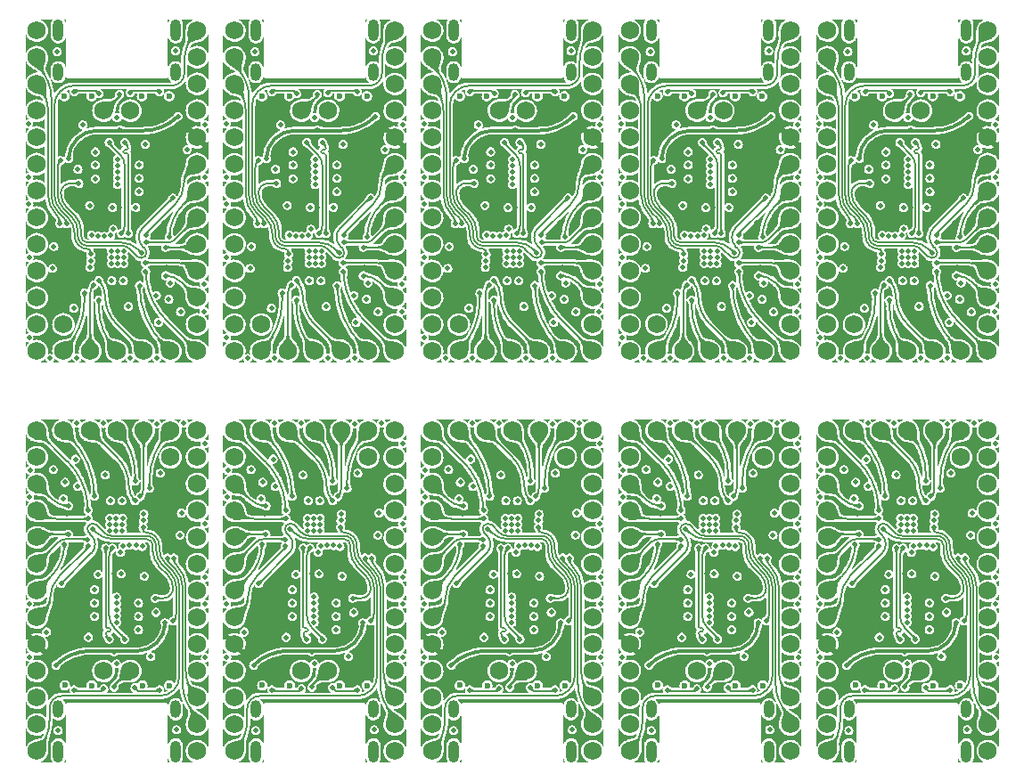
<source format=gbr>
%TF.GenerationSoftware,KiCad,Pcbnew,(6.0.7)*%
%TF.CreationDate,2022-09-17T18:53:59+02:00*%
%TF.ProjectId,panel,70616e65-6c2e-46b6-9963-61645f706362,rev1.0*%
%TF.SameCoordinates,Original*%
%TF.FileFunction,Copper,L2,Inr*%
%TF.FilePolarity,Positive*%
%FSLAX46Y46*%
G04 Gerber Fmt 4.6, Leading zero omitted, Abs format (unit mm)*
G04 Created by KiCad (PCBNEW (6.0.7)) date 2022-09-17 18:53:59*
%MOMM*%
%LPD*%
G01*
G04 APERTURE LIST*
%TA.AperFunction,ComponentPad*%
%ADD10C,1.752600*%
%TD*%
%TA.AperFunction,ComponentPad*%
%ADD11O,1.000000X1.700000*%
%TD*%
%TA.AperFunction,ComponentPad*%
%ADD12O,1.000000X2.100000*%
%TD*%
%TA.AperFunction,ViaPad*%
%ADD13C,0.460000*%
%TD*%
%TA.AperFunction,ViaPad*%
%ADD14C,0.600000*%
%TD*%
%TA.AperFunction,Conductor*%
%ADD15C,0.300000*%
%TD*%
%TA.AperFunction,Conductor*%
%ADD16C,0.200000*%
%TD*%
G04 APERTURE END LIST*
D10*
%TO.N,Board_6-/10*%
%TO.C,J2*%
X56290000Y-90770000D03*
%TO.N,Board_6-/0_TX0*%
X56290000Y-88230000D03*
%TO.N,Board_6-/1_RX0*%
X56290000Y-85690000D03*
%TO.N,Board_6-GND*%
X56290000Y-83150000D03*
X56290000Y-80610000D03*
%TO.N,Board_6-/2_SDA1*%
X56290000Y-78070000D03*
%TO.N,Board_6-/3_SCL1*%
X56290000Y-75530000D03*
%TO.N,Board_6-/4*%
X56290000Y-72990000D03*
%TO.N,Board_6-/5*%
X56290000Y-70450000D03*
%TO.N,Board_6-/6*%
X56290000Y-67910000D03*
%TO.N,Board_6-/7*%
X56290000Y-65370000D03*
%TO.N,Board_6-/8*%
X56290000Y-62830000D03*
%TO.N,Board_6-/9*%
X56290000Y-60290000D03*
%TO.N,Board_6-/12*%
X53750000Y-60290000D03*
%TO.N,Board_6-/13*%
X51210000Y-60290000D03*
%TO.N,Board_6-/14*%
X48670000Y-60290000D03*
%TO.N,Board_6-/15*%
X46130000Y-60290000D03*
%TO.N,Board_6-/16*%
X43590000Y-60290000D03*
%TO.N,Board_6-/21_CS*%
X41050000Y-60290000D03*
%TO.N,Board_6-/23_SDO*%
X41050000Y-62830000D03*
%TO.N,Board_6-/20_SDI*%
X41050000Y-65370000D03*
%TO.N,Board_6-/22_SCK*%
X41050000Y-67910000D03*
%TO.N,Board_6-/A0*%
X41050000Y-70450000D03*
%TO.N,Board_6-/A1*%
X41050000Y-72990000D03*
%TO.N,Board_6-/A2*%
X41050000Y-75530000D03*
%TO.N,Board_6-/A3*%
X41050000Y-78070000D03*
%TO.N,Board_6-+3V3*%
X41050000Y-80610000D03*
%TO.N,Board_6-/RESET*%
X41050000Y-83150000D03*
%TO.N,Board_6-GND*%
X41050000Y-85690000D03*
%TO.N,Board_6-+5V*%
X41050000Y-88230000D03*
%TO.N,Board_6-/11*%
X41050000Y-90770000D03*
%TO.N,Board_6-/RGB_5V*%
X53745000Y-62830000D03*
%TO.N,Board_6-/PORT-*%
X47400000Y-83150000D03*
%TO.N,Board_6-/PORT+*%
X49940000Y-83150000D03*
%TD*%
%TO.N,Board_8-/10*%
%TO.C,J2*%
X93850000Y-90770000D03*
%TO.N,Board_8-/0_TX0*%
X93850000Y-88230000D03*
%TO.N,Board_8-/1_RX0*%
X93850000Y-85690000D03*
%TO.N,Board_8-GND*%
X93850000Y-83150000D03*
X93850000Y-80610000D03*
%TO.N,Board_8-/2_SDA1*%
X93850000Y-78070000D03*
%TO.N,Board_8-/3_SCL1*%
X93850000Y-75530000D03*
%TO.N,Board_8-/4*%
X93850000Y-72990000D03*
%TO.N,Board_8-/5*%
X93850000Y-70450000D03*
%TO.N,Board_8-/6*%
X93850000Y-67910000D03*
%TO.N,Board_8-/7*%
X93850000Y-65370000D03*
%TO.N,Board_8-/8*%
X93850000Y-62830000D03*
%TO.N,Board_8-/9*%
X93850000Y-60290000D03*
%TO.N,Board_8-/12*%
X91310000Y-60290000D03*
%TO.N,Board_8-/13*%
X88770000Y-60290000D03*
%TO.N,Board_8-/14*%
X86230000Y-60290000D03*
%TO.N,Board_8-/15*%
X83690000Y-60290000D03*
%TO.N,Board_8-/16*%
X81150000Y-60290000D03*
%TO.N,Board_8-/21_CS*%
X78610000Y-60290000D03*
%TO.N,Board_8-/23_SDO*%
X78610000Y-62830000D03*
%TO.N,Board_8-/20_SDI*%
X78610000Y-65370000D03*
%TO.N,Board_8-/22_SCK*%
X78610000Y-67910000D03*
%TO.N,Board_8-/A0*%
X78610000Y-70450000D03*
%TO.N,Board_8-/A1*%
X78610000Y-72990000D03*
%TO.N,Board_8-/A2*%
X78610000Y-75530000D03*
%TO.N,Board_8-/A3*%
X78610000Y-78070000D03*
%TO.N,Board_8-+3V3*%
X78610000Y-80610000D03*
%TO.N,Board_8-/RESET*%
X78610000Y-83150000D03*
%TO.N,Board_8-GND*%
X78610000Y-85690000D03*
%TO.N,Board_8-+5V*%
X78610000Y-88230000D03*
%TO.N,Board_8-/11*%
X78610000Y-90770000D03*
%TO.N,Board_8-/RGB_5V*%
X91305000Y-62830000D03*
%TO.N,Board_8-/PORT-*%
X84960000Y-83150000D03*
%TO.N,Board_8-/PORT+*%
X87500000Y-83150000D03*
%TD*%
D11*
%TO.N,Board_2-Net-(FB1-Pad1)*%
%TO.C,J1*%
X73020000Y-26237500D03*
%TO.N,N/C*%
X61870000Y-26237500D03*
D12*
X61870000Y-22237500D03*
X73020000Y-22237500D03*
%TD*%
D11*
%TO.N,Board_9-Net-(FB1-Pad1)*%
%TO.C,J1*%
X99440000Y-86802500D03*
%TO.N,N/C*%
X110590000Y-86802500D03*
D12*
X110590000Y-90802500D03*
X99440000Y-90802500D03*
%TD*%
D10*
%TO.N,Board_9-/10*%
%TO.C,J2*%
X112630000Y-90770000D03*
%TO.N,Board_9-/0_TX0*%
X112630000Y-88230000D03*
%TO.N,Board_9-/1_RX0*%
X112630000Y-85690000D03*
%TO.N,Board_9-GND*%
X112630000Y-83150000D03*
X112630000Y-80610000D03*
%TO.N,Board_9-/2_SDA1*%
X112630000Y-78070000D03*
%TO.N,Board_9-/3_SCL1*%
X112630000Y-75530000D03*
%TO.N,Board_9-/4*%
X112630000Y-72990000D03*
%TO.N,Board_9-/5*%
X112630000Y-70450000D03*
%TO.N,Board_9-/6*%
X112630000Y-67910000D03*
%TO.N,Board_9-/7*%
X112630000Y-65370000D03*
%TO.N,Board_9-/8*%
X112630000Y-62830000D03*
%TO.N,Board_9-/9*%
X112630000Y-60290000D03*
%TO.N,Board_9-/12*%
X110090000Y-60290000D03*
%TO.N,Board_9-/13*%
X107550000Y-60290000D03*
%TO.N,Board_9-/14*%
X105010000Y-60290000D03*
%TO.N,Board_9-/15*%
X102470000Y-60290000D03*
%TO.N,Board_9-/16*%
X99930000Y-60290000D03*
%TO.N,Board_9-/21_CS*%
X97390000Y-60290000D03*
%TO.N,Board_9-/23_SDO*%
X97390000Y-62830000D03*
%TO.N,Board_9-/20_SDI*%
X97390000Y-65370000D03*
%TO.N,Board_9-/22_SCK*%
X97390000Y-67910000D03*
%TO.N,Board_9-/A0*%
X97390000Y-70450000D03*
%TO.N,Board_9-/A1*%
X97390000Y-72990000D03*
%TO.N,Board_9-/A2*%
X97390000Y-75530000D03*
%TO.N,Board_9-/A3*%
X97390000Y-78070000D03*
%TO.N,Board_9-+3V3*%
X97390000Y-80610000D03*
%TO.N,Board_9-/RESET*%
X97390000Y-83150000D03*
%TO.N,Board_9-GND*%
X97390000Y-85690000D03*
%TO.N,Board_9-+5V*%
X97390000Y-88230000D03*
%TO.N,Board_9-/11*%
X97390000Y-90770000D03*
%TO.N,Board_9-/RGB_5V*%
X110085000Y-62830000D03*
%TO.N,Board_9-/PORT-*%
X103740000Y-83150000D03*
%TO.N,Board_9-/PORT+*%
X106280000Y-83150000D03*
%TD*%
%TO.N,Board_3-/10*%
%TO.C,J2*%
X78610000Y-22270000D03*
%TO.N,Board_3-/0_TX0*%
X78610000Y-24810000D03*
%TO.N,Board_3-/1_RX0*%
X78610000Y-27350000D03*
%TO.N,Board_3-GND*%
X78610000Y-29890000D03*
X78610000Y-32430000D03*
%TO.N,Board_3-/2_SDA1*%
X78610000Y-34970000D03*
%TO.N,Board_3-/3_SCL1*%
X78610000Y-37510000D03*
%TO.N,Board_3-/4*%
X78610000Y-40050000D03*
%TO.N,Board_3-/5*%
X78610000Y-42590000D03*
%TO.N,Board_3-/6*%
X78610000Y-45130000D03*
%TO.N,Board_3-/7*%
X78610000Y-47670000D03*
%TO.N,Board_3-/8*%
X78610000Y-50210000D03*
%TO.N,Board_3-/9*%
X78610000Y-52750000D03*
%TO.N,Board_3-/12*%
X81150000Y-52750000D03*
%TO.N,Board_3-/13*%
X83690000Y-52750000D03*
%TO.N,Board_3-/14*%
X86230000Y-52750000D03*
%TO.N,Board_3-/15*%
X88770000Y-52750000D03*
%TO.N,Board_3-/16*%
X91310000Y-52750000D03*
%TO.N,Board_3-/21_CS*%
X93850000Y-52750000D03*
%TO.N,Board_3-/23_SDO*%
X93850000Y-50210000D03*
%TO.N,Board_3-/20_SDI*%
X93850000Y-47670000D03*
%TO.N,Board_3-/22_SCK*%
X93850000Y-45130000D03*
%TO.N,Board_3-/A0*%
X93850000Y-42590000D03*
%TO.N,Board_3-/A1*%
X93850000Y-40050000D03*
%TO.N,Board_3-/A2*%
X93850000Y-37510000D03*
%TO.N,Board_3-/A3*%
X93850000Y-34970000D03*
%TO.N,Board_3-+3V3*%
X93850000Y-32430000D03*
%TO.N,Board_3-/RESET*%
X93850000Y-29890000D03*
%TO.N,Board_3-GND*%
X93850000Y-27350000D03*
%TO.N,Board_3-+5V*%
X93850000Y-24810000D03*
%TO.N,Board_3-/11*%
X93850000Y-22270000D03*
%TO.N,Board_3-/RGB_5V*%
X81155000Y-50210000D03*
%TO.N,Board_3-/PORT-*%
X87500000Y-29890000D03*
%TO.N,Board_3-/PORT+*%
X84960000Y-29890000D03*
%TD*%
D11*
%TO.N,Board_4-Net-(FB1-Pad1)*%
%TO.C,J1*%
X110580000Y-26237500D03*
%TO.N,N/C*%
X99430000Y-26237500D03*
D12*
X99430000Y-22237500D03*
X110580000Y-22237500D03*
%TD*%
D11*
%TO.N,Board_7-Net-(FB1-Pad1)*%
%TO.C,J1*%
X61880000Y-86802500D03*
%TO.N,N/C*%
X73030000Y-86802500D03*
D12*
X73030000Y-90802500D03*
X61880000Y-90802500D03*
%TD*%
D10*
%TO.N,Board_2-/10*%
%TO.C,J2*%
X59830000Y-22270000D03*
%TO.N,Board_2-/0_TX0*%
X59830000Y-24810000D03*
%TO.N,Board_2-/1_RX0*%
X59830000Y-27350000D03*
%TO.N,Board_2-GND*%
X59830000Y-29890000D03*
X59830000Y-32430000D03*
%TO.N,Board_2-/2_SDA1*%
X59830000Y-34970000D03*
%TO.N,Board_2-/3_SCL1*%
X59830000Y-37510000D03*
%TO.N,Board_2-/4*%
X59830000Y-40050000D03*
%TO.N,Board_2-/5*%
X59830000Y-42590000D03*
%TO.N,Board_2-/6*%
X59830000Y-45130000D03*
%TO.N,Board_2-/7*%
X59830000Y-47670000D03*
%TO.N,Board_2-/8*%
X59830000Y-50210000D03*
%TO.N,Board_2-/9*%
X59830000Y-52750000D03*
%TO.N,Board_2-/12*%
X62370000Y-52750000D03*
%TO.N,Board_2-/13*%
X64910000Y-52750000D03*
%TO.N,Board_2-/14*%
X67450000Y-52750000D03*
%TO.N,Board_2-/15*%
X69990000Y-52750000D03*
%TO.N,Board_2-/16*%
X72530000Y-52750000D03*
%TO.N,Board_2-/21_CS*%
X75070000Y-52750000D03*
%TO.N,Board_2-/23_SDO*%
X75070000Y-50210000D03*
%TO.N,Board_2-/20_SDI*%
X75070000Y-47670000D03*
%TO.N,Board_2-/22_SCK*%
X75070000Y-45130000D03*
%TO.N,Board_2-/A0*%
X75070000Y-42590000D03*
%TO.N,Board_2-/A1*%
X75070000Y-40050000D03*
%TO.N,Board_2-/A2*%
X75070000Y-37510000D03*
%TO.N,Board_2-/A3*%
X75070000Y-34970000D03*
%TO.N,Board_2-+3V3*%
X75070000Y-32430000D03*
%TO.N,Board_2-/RESET*%
X75070000Y-29890000D03*
%TO.N,Board_2-GND*%
X75070000Y-27350000D03*
%TO.N,Board_2-+5V*%
X75070000Y-24810000D03*
%TO.N,Board_2-/11*%
X75070000Y-22270000D03*
%TO.N,Board_2-/RGB_5V*%
X62375000Y-50210000D03*
%TO.N,Board_2-/PORT-*%
X68720000Y-29890000D03*
%TO.N,Board_2-/PORT+*%
X66180000Y-29890000D03*
%TD*%
%TO.N,Board_0-/10*%
%TO.C,J2*%
X22270000Y-22270000D03*
%TO.N,Board_0-/0_TX0*%
X22270000Y-24810000D03*
%TO.N,Board_0-/1_RX0*%
X22270000Y-27350000D03*
%TO.N,Board_0-GND*%
X22270000Y-29890000D03*
X22270000Y-32430000D03*
%TO.N,Board_0-/2_SDA1*%
X22270000Y-34970000D03*
%TO.N,Board_0-/3_SCL1*%
X22270000Y-37510000D03*
%TO.N,Board_0-/4*%
X22270000Y-40050000D03*
%TO.N,Board_0-/5*%
X22270000Y-42590000D03*
%TO.N,Board_0-/6*%
X22270000Y-45130000D03*
%TO.N,Board_0-/7*%
X22270000Y-47670000D03*
%TO.N,Board_0-/8*%
X22270000Y-50210000D03*
%TO.N,Board_0-/9*%
X22270000Y-52750000D03*
%TO.N,Board_0-/12*%
X24810000Y-52750000D03*
%TO.N,Board_0-/13*%
X27350000Y-52750000D03*
%TO.N,Board_0-/14*%
X29890000Y-52750000D03*
%TO.N,Board_0-/15*%
X32430000Y-52750000D03*
%TO.N,Board_0-/16*%
X34970000Y-52750000D03*
%TO.N,Board_0-/21_CS*%
X37510000Y-52750000D03*
%TO.N,Board_0-/23_SDO*%
X37510000Y-50210000D03*
%TO.N,Board_0-/20_SDI*%
X37510000Y-47670000D03*
%TO.N,Board_0-/22_SCK*%
X37510000Y-45130000D03*
%TO.N,Board_0-/A0*%
X37510000Y-42590000D03*
%TO.N,Board_0-/A1*%
X37510000Y-40050000D03*
%TO.N,Board_0-/A2*%
X37510000Y-37510000D03*
%TO.N,Board_0-/A3*%
X37510000Y-34970000D03*
%TO.N,Board_0-+3V3*%
X37510000Y-32430000D03*
%TO.N,Board_0-/RESET*%
X37510000Y-29890000D03*
%TO.N,Board_0-GND*%
X37510000Y-27350000D03*
%TO.N,Board_0-+5V*%
X37510000Y-24810000D03*
%TO.N,Board_0-/11*%
X37510000Y-22270000D03*
%TO.N,Board_0-/RGB_5V*%
X24815000Y-50210000D03*
%TO.N,Board_0-/PORT-*%
X31160000Y-29890000D03*
%TO.N,Board_0-/PORT+*%
X28620000Y-29890000D03*
%TD*%
D11*
%TO.N,Board_0-Net-(FB1-Pad1)*%
%TO.C,J1*%
X35460000Y-26237500D03*
%TO.N,N/C*%
X24310000Y-26237500D03*
D12*
X24310000Y-22237500D03*
X35460000Y-22237500D03*
%TD*%
D11*
%TO.N,Board_8-Net-(FB1-Pad1)*%
%TO.C,J1*%
X80660000Y-86802500D03*
%TO.N,N/C*%
X91810000Y-86802500D03*
D12*
X91810000Y-90802500D03*
X80660000Y-90802500D03*
%TD*%
D11*
%TO.N,Board_6-Net-(FB1-Pad1)*%
%TO.C,J1*%
X43100000Y-86802500D03*
%TO.N,N/C*%
X54250000Y-86802500D03*
D12*
X54250000Y-90802500D03*
X43100000Y-90802500D03*
%TD*%
D11*
%TO.N,Board_3-Net-(FB1-Pad1)*%
%TO.C,J1*%
X91800000Y-26237500D03*
%TO.N,N/C*%
X80650000Y-26237500D03*
D12*
X80650000Y-22237500D03*
X91800000Y-22237500D03*
%TD*%
D10*
%TO.N,Board_5-/10*%
%TO.C,J2*%
X37510000Y-90770000D03*
%TO.N,Board_5-/0_TX0*%
X37510000Y-88230000D03*
%TO.N,Board_5-/1_RX0*%
X37510000Y-85690000D03*
%TO.N,Board_5-GND*%
X37510000Y-83150000D03*
X37510000Y-80610000D03*
%TO.N,Board_5-/2_SDA1*%
X37510000Y-78070000D03*
%TO.N,Board_5-/3_SCL1*%
X37510000Y-75530000D03*
%TO.N,Board_5-/4*%
X37510000Y-72990000D03*
%TO.N,Board_5-/5*%
X37510000Y-70450000D03*
%TO.N,Board_5-/6*%
X37510000Y-67910000D03*
%TO.N,Board_5-/7*%
X37510000Y-65370000D03*
%TO.N,Board_5-/8*%
X37510000Y-62830000D03*
%TO.N,Board_5-/9*%
X37510000Y-60290000D03*
%TO.N,Board_5-/12*%
X34970000Y-60290000D03*
%TO.N,Board_5-/13*%
X32430000Y-60290000D03*
%TO.N,Board_5-/14*%
X29890000Y-60290000D03*
%TO.N,Board_5-/15*%
X27350000Y-60290000D03*
%TO.N,Board_5-/16*%
X24810000Y-60290000D03*
%TO.N,Board_5-/21_CS*%
X22270000Y-60290000D03*
%TO.N,Board_5-/23_SDO*%
X22270000Y-62830000D03*
%TO.N,Board_5-/20_SDI*%
X22270000Y-65370000D03*
%TO.N,Board_5-/22_SCK*%
X22270000Y-67910000D03*
%TO.N,Board_5-/A0*%
X22270000Y-70450000D03*
%TO.N,Board_5-/A1*%
X22270000Y-72990000D03*
%TO.N,Board_5-/A2*%
X22270000Y-75530000D03*
%TO.N,Board_5-/A3*%
X22270000Y-78070000D03*
%TO.N,Board_5-+3V3*%
X22270000Y-80610000D03*
%TO.N,Board_5-/RESET*%
X22270000Y-83150000D03*
%TO.N,Board_5-GND*%
X22270000Y-85690000D03*
%TO.N,Board_5-+5V*%
X22270000Y-88230000D03*
%TO.N,Board_5-/11*%
X22270000Y-90770000D03*
%TO.N,Board_5-/RGB_5V*%
X34965000Y-62830000D03*
%TO.N,Board_5-/PORT-*%
X28620000Y-83150000D03*
%TO.N,Board_5-/PORT+*%
X31160000Y-83150000D03*
%TD*%
%TO.N,Board_4-/10*%
%TO.C,J2*%
X97390000Y-22270000D03*
%TO.N,Board_4-/0_TX0*%
X97390000Y-24810000D03*
%TO.N,Board_4-/1_RX0*%
X97390000Y-27350000D03*
%TO.N,Board_4-GND*%
X97390000Y-29890000D03*
X97390000Y-32430000D03*
%TO.N,Board_4-/2_SDA1*%
X97390000Y-34970000D03*
%TO.N,Board_4-/3_SCL1*%
X97390000Y-37510000D03*
%TO.N,Board_4-/4*%
X97390000Y-40050000D03*
%TO.N,Board_4-/5*%
X97390000Y-42590000D03*
%TO.N,Board_4-/6*%
X97390000Y-45130000D03*
%TO.N,Board_4-/7*%
X97390000Y-47670000D03*
%TO.N,Board_4-/8*%
X97390000Y-50210000D03*
%TO.N,Board_4-/9*%
X97390000Y-52750000D03*
%TO.N,Board_4-/12*%
X99930000Y-52750000D03*
%TO.N,Board_4-/13*%
X102470000Y-52750000D03*
%TO.N,Board_4-/14*%
X105010000Y-52750000D03*
%TO.N,Board_4-/15*%
X107550000Y-52750000D03*
%TO.N,Board_4-/16*%
X110090000Y-52750000D03*
%TO.N,Board_4-/21_CS*%
X112630000Y-52750000D03*
%TO.N,Board_4-/23_SDO*%
X112630000Y-50210000D03*
%TO.N,Board_4-/20_SDI*%
X112630000Y-47670000D03*
%TO.N,Board_4-/22_SCK*%
X112630000Y-45130000D03*
%TO.N,Board_4-/A0*%
X112630000Y-42590000D03*
%TO.N,Board_4-/A1*%
X112630000Y-40050000D03*
%TO.N,Board_4-/A2*%
X112630000Y-37510000D03*
%TO.N,Board_4-/A3*%
X112630000Y-34970000D03*
%TO.N,Board_4-+3V3*%
X112630000Y-32430000D03*
%TO.N,Board_4-/RESET*%
X112630000Y-29890000D03*
%TO.N,Board_4-GND*%
X112630000Y-27350000D03*
%TO.N,Board_4-+5V*%
X112630000Y-24810000D03*
%TO.N,Board_4-/11*%
X112630000Y-22270000D03*
%TO.N,Board_4-/RGB_5V*%
X99935000Y-50210000D03*
%TO.N,Board_4-/PORT-*%
X106280000Y-29890000D03*
%TO.N,Board_4-/PORT+*%
X103740000Y-29890000D03*
%TD*%
D11*
%TO.N,Board_1-Net-(FB1-Pad1)*%
%TO.C,J1*%
X54240000Y-26237500D03*
%TO.N,N/C*%
X43090000Y-26237500D03*
D12*
X43090000Y-22237500D03*
X54240000Y-22237500D03*
%TD*%
D11*
%TO.N,Board_5-Net-(FB1-Pad1)*%
%TO.C,J1*%
X24320000Y-86802500D03*
%TO.N,N/C*%
X35470000Y-86802500D03*
D12*
X35470000Y-90802500D03*
X24320000Y-90802500D03*
%TD*%
D10*
%TO.N,Board_1-/10*%
%TO.C,J2*%
X41050000Y-22270000D03*
%TO.N,Board_1-/0_TX0*%
X41050000Y-24810000D03*
%TO.N,Board_1-/1_RX0*%
X41050000Y-27350000D03*
%TO.N,Board_1-GND*%
X41050000Y-29890000D03*
X41050000Y-32430000D03*
%TO.N,Board_1-/2_SDA1*%
X41050000Y-34970000D03*
%TO.N,Board_1-/3_SCL1*%
X41050000Y-37510000D03*
%TO.N,Board_1-/4*%
X41050000Y-40050000D03*
%TO.N,Board_1-/5*%
X41050000Y-42590000D03*
%TO.N,Board_1-/6*%
X41050000Y-45130000D03*
%TO.N,Board_1-/7*%
X41050000Y-47670000D03*
%TO.N,Board_1-/8*%
X41050000Y-50210000D03*
%TO.N,Board_1-/9*%
X41050000Y-52750000D03*
%TO.N,Board_1-/12*%
X43590000Y-52750000D03*
%TO.N,Board_1-/13*%
X46130000Y-52750000D03*
%TO.N,Board_1-/14*%
X48670000Y-52750000D03*
%TO.N,Board_1-/15*%
X51210000Y-52750000D03*
%TO.N,Board_1-/16*%
X53750000Y-52750000D03*
%TO.N,Board_1-/21_CS*%
X56290000Y-52750000D03*
%TO.N,Board_1-/23_SDO*%
X56290000Y-50210000D03*
%TO.N,Board_1-/20_SDI*%
X56290000Y-47670000D03*
%TO.N,Board_1-/22_SCK*%
X56290000Y-45130000D03*
%TO.N,Board_1-/A0*%
X56290000Y-42590000D03*
%TO.N,Board_1-/A1*%
X56290000Y-40050000D03*
%TO.N,Board_1-/A2*%
X56290000Y-37510000D03*
%TO.N,Board_1-/A3*%
X56290000Y-34970000D03*
%TO.N,Board_1-+3V3*%
X56290000Y-32430000D03*
%TO.N,Board_1-/RESET*%
X56290000Y-29890000D03*
%TO.N,Board_1-GND*%
X56290000Y-27350000D03*
%TO.N,Board_1-+5V*%
X56290000Y-24810000D03*
%TO.N,Board_1-/11*%
X56290000Y-22270000D03*
%TO.N,Board_1-/RGB_5V*%
X43595000Y-50210000D03*
%TO.N,Board_1-/PORT-*%
X49940000Y-29890000D03*
%TO.N,Board_1-/PORT+*%
X47400000Y-29890000D03*
%TD*%
%TO.N,Board_7-/10*%
%TO.C,J2*%
X75070000Y-90770000D03*
%TO.N,Board_7-/0_TX0*%
X75070000Y-88230000D03*
%TO.N,Board_7-/1_RX0*%
X75070000Y-85690000D03*
%TO.N,Board_7-GND*%
X75070000Y-83150000D03*
X75070000Y-80610000D03*
%TO.N,Board_7-/2_SDA1*%
X75070000Y-78070000D03*
%TO.N,Board_7-/3_SCL1*%
X75070000Y-75530000D03*
%TO.N,Board_7-/4*%
X75070000Y-72990000D03*
%TO.N,Board_7-/5*%
X75070000Y-70450000D03*
%TO.N,Board_7-/6*%
X75070000Y-67910000D03*
%TO.N,Board_7-/7*%
X75070000Y-65370000D03*
%TO.N,Board_7-/8*%
X75070000Y-62830000D03*
%TO.N,Board_7-/9*%
X75070000Y-60290000D03*
%TO.N,Board_7-/12*%
X72530000Y-60290000D03*
%TO.N,Board_7-/13*%
X69990000Y-60290000D03*
%TO.N,Board_7-/14*%
X67450000Y-60290000D03*
%TO.N,Board_7-/15*%
X64910000Y-60290000D03*
%TO.N,Board_7-/16*%
X62370000Y-60290000D03*
%TO.N,Board_7-/21_CS*%
X59830000Y-60290000D03*
%TO.N,Board_7-/23_SDO*%
X59830000Y-62830000D03*
%TO.N,Board_7-/20_SDI*%
X59830000Y-65370000D03*
%TO.N,Board_7-/22_SCK*%
X59830000Y-67910000D03*
%TO.N,Board_7-/A0*%
X59830000Y-70450000D03*
%TO.N,Board_7-/A1*%
X59830000Y-72990000D03*
%TO.N,Board_7-/A2*%
X59830000Y-75530000D03*
%TO.N,Board_7-/A3*%
X59830000Y-78070000D03*
%TO.N,Board_7-+3V3*%
X59830000Y-80610000D03*
%TO.N,Board_7-/RESET*%
X59830000Y-83150000D03*
%TO.N,Board_7-GND*%
X59830000Y-85690000D03*
%TO.N,Board_7-+5V*%
X59830000Y-88230000D03*
%TO.N,Board_7-/11*%
X59830000Y-90770000D03*
%TO.N,Board_7-/RGB_5V*%
X72525000Y-62830000D03*
%TO.N,Board_7-/PORT-*%
X66180000Y-83150000D03*
%TO.N,Board_7-/PORT+*%
X68720000Y-83150000D03*
%TD*%
D13*
%TO.N,Board_0-+1V1*%
X31685000Y-39085000D03*
X30985000Y-48510000D03*
X29485000Y-39110000D03*
%TO.N,Board_0-+3V3*%
X33395000Y-33810000D03*
X24545000Y-32890000D03*
X32410000Y-51335000D03*
X27785000Y-32935000D03*
X25975000Y-34470000D03*
X33185000Y-39080000D03*
D14*
X32160000Y-30935000D03*
D13*
X26665000Y-39100000D03*
X30160000Y-39110000D03*
X25325000Y-38400000D03*
X25235000Y-44535000D03*
X34365000Y-40550000D03*
X34635000Y-44810000D03*
X32335000Y-39110000D03*
X30135000Y-48510000D03*
%TO.N,Board_0-+5V*%
X30160000Y-31710000D03*
X25310000Y-34460000D03*
X35685000Y-30430000D03*
%TO.N,Board_0-/0_TX0*%
X25105000Y-40620000D03*
%TO.N,Board_0-/10*%
X27385000Y-44180000D03*
%TO.N,Board_0-/11*%
X27405000Y-43540000D03*
%TO.N,Board_0-/12*%
X26810000Y-47235000D03*
%TO.N,Board_0-/13*%
X27685000Y-46470000D03*
%TO.N,Board_0-/14*%
X28165000Y-47920000D03*
%TO.N,Board_0-/15*%
X28165000Y-46050000D03*
%TO.N,Board_0-/16*%
X32035000Y-46510000D03*
%TO.N,Board_0-/1_RX0*%
X24465000Y-40620000D03*
%TO.N,Board_0-/20_SDI*%
X34505000Y-45580000D03*
%TO.N,Board_0-/21_CS*%
X32625000Y-45170000D03*
%TO.N,Board_0-/22_SCK*%
X32615000Y-44380000D03*
%TO.N,Board_0-/7*%
X27325000Y-44790000D03*
%TO.N,Board_0-/A0*%
X34510000Y-42885000D03*
%TO.N,Board_0-/A1*%
X32665000Y-42390000D03*
%TO.N,Board_0-/A2*%
X34885000Y-41930000D03*
%TO.N,Board_0-/A3*%
X32655000Y-41760000D03*
%TO.N,Board_0-/D+*%
X30310000Y-41560000D03*
X29155000Y-32910000D03*
%TO.N,Board_0-/D-*%
X30625000Y-32910000D03*
X30960000Y-41560000D03*
%TO.N,Board_0-/PORT+*%
X30145000Y-28350000D03*
%TO.N,Board_0-/QSPI_CLK*%
X32010000Y-36335000D03*
X29310000Y-41735000D03*
%TO.N,Board_0-/QSPI_CS*%
X27835000Y-33810000D03*
X27295000Y-38900000D03*
%TO.N,Board_0-/QSPI_SD0*%
X28710000Y-41835000D03*
X32010000Y-37610000D03*
%TO.N,Board_0-/QSPI_SD1*%
X27835000Y-35060000D03*
X27485000Y-41724691D03*
%TO.N,Board_0-/QSPI_SD2*%
X28085000Y-41810000D03*
X27835000Y-36360000D03*
%TO.N,Board_0-/QSPI_SD3*%
X32010000Y-35060000D03*
X29535000Y-41160000D03*
%TO.N,Board_0-/RESET*%
X34825000Y-47820000D03*
%TO.N,Board_0-/RGB_5V*%
X26185000Y-35460000D03*
%TO.N,Board_0-/RGB_DO*%
X26275000Y-36800000D03*
X32225000Y-43410000D03*
%TO.N,Board_0-/SWD_CLK*%
X29405000Y-46060000D03*
%TO.N,Board_0-/SWD_IO*%
X30505000Y-46070000D03*
%TO.N,Board_0-GND*%
X31165000Y-53410000D03*
X21485000Y-31140000D03*
X38195000Y-46390000D03*
X38145000Y-48970000D03*
X29355000Y-44410000D03*
X23765000Y-44890000D03*
X35475000Y-24210000D03*
X26085000Y-53380000D03*
X23535000Y-53440000D03*
X36575000Y-33590000D03*
X21525000Y-38780000D03*
X29935000Y-35110000D03*
X33635000Y-47450000D03*
X23895000Y-42800000D03*
X32585000Y-33085000D03*
X24215000Y-24290000D03*
X29935000Y-34510000D03*
X33685000Y-53420000D03*
X29935000Y-35710000D03*
X29905000Y-30560000D03*
X30565000Y-43210000D03*
X29935000Y-36910000D03*
X29935000Y-36310000D03*
X21545000Y-43860000D03*
X29960000Y-44410000D03*
X29365000Y-43210000D03*
D14*
X24895000Y-28510000D03*
D13*
X21525000Y-36230000D03*
X38235000Y-31210000D03*
X30560000Y-43810000D03*
X30555000Y-44410000D03*
X29960000Y-43810000D03*
X35935000Y-49020000D03*
X21535000Y-51490000D03*
X38245000Y-36260000D03*
X29360000Y-43810000D03*
X29960000Y-43210000D03*
X25785000Y-48680000D03*
D14*
X34855000Y-28520000D03*
D13*
%TO.N,Board_0-Net-(D1-Pad2)*%
X24545000Y-34630000D03*
X35195000Y-38210000D03*
%TO.N,Board_0-Net-(J1-PadA5)*%
X33955000Y-28090000D03*
X31135000Y-28180000D03*
%TO.N,Board_0-Net-(J1-PadB5)*%
X25835000Y-28090000D03*
X28174569Y-28287366D03*
%TO.N,Board_0-Net-(Q1-Pad5)*%
X33825000Y-50020000D03*
X26670000Y-31250000D03*
%TO.N,Board_0-VBUS*%
X34965000Y-46260000D03*
D14*
X32275000Y-28510000D03*
X27485000Y-28510000D03*
D13*
%TO.N,Board_1-+1V1*%
X50465000Y-39085000D03*
X49765000Y-48510000D03*
X48265000Y-39110000D03*
%TO.N,Board_1-+3V3*%
X52175000Y-33810000D03*
X43325000Y-32890000D03*
X51190000Y-51335000D03*
X46565000Y-32935000D03*
X44755000Y-34470000D03*
X51965000Y-39080000D03*
D14*
X50940000Y-30935000D03*
D13*
X45445000Y-39100000D03*
X48940000Y-39110000D03*
X44105000Y-38400000D03*
X44015000Y-44535000D03*
X53145000Y-40550000D03*
X53415000Y-44810000D03*
X51115000Y-39110000D03*
X48915000Y-48510000D03*
%TO.N,Board_1-+5V*%
X48940000Y-31710000D03*
X44090000Y-34460000D03*
X54465000Y-30430000D03*
%TO.N,Board_1-/0_TX0*%
X43885000Y-40620000D03*
%TO.N,Board_1-/10*%
X46165000Y-44180000D03*
%TO.N,Board_1-/11*%
X46185000Y-43540000D03*
%TO.N,Board_1-/12*%
X45590000Y-47235000D03*
%TO.N,Board_1-/13*%
X46465000Y-46470000D03*
%TO.N,Board_1-/14*%
X46945000Y-47920000D03*
%TO.N,Board_1-/15*%
X46945000Y-46050000D03*
%TO.N,Board_1-/16*%
X50815000Y-46510000D03*
%TO.N,Board_1-/1_RX0*%
X43245000Y-40620000D03*
%TO.N,Board_1-/20_SDI*%
X53285000Y-45580000D03*
%TO.N,Board_1-/21_CS*%
X51405000Y-45170000D03*
%TO.N,Board_1-/22_SCK*%
X51395000Y-44380000D03*
%TO.N,Board_1-/7*%
X46105000Y-44790000D03*
%TO.N,Board_1-/A0*%
X53290000Y-42885000D03*
%TO.N,Board_1-/A1*%
X51445000Y-42390000D03*
%TO.N,Board_1-/A2*%
X53665000Y-41930000D03*
%TO.N,Board_1-/A3*%
X51435000Y-41760000D03*
%TO.N,Board_1-/D+*%
X49090000Y-41560000D03*
X47935000Y-32910000D03*
%TO.N,Board_1-/D-*%
X49405000Y-32910000D03*
X49740000Y-41560000D03*
%TO.N,Board_1-/PORT+*%
X48925000Y-28350000D03*
%TO.N,Board_1-/QSPI_CLK*%
X50790000Y-36335000D03*
X48090000Y-41735000D03*
%TO.N,Board_1-/QSPI_CS*%
X46615000Y-33810000D03*
X46075000Y-38900000D03*
%TO.N,Board_1-/QSPI_SD0*%
X47490000Y-41835000D03*
X50790000Y-37610000D03*
%TO.N,Board_1-/QSPI_SD1*%
X46615000Y-35060000D03*
X46265000Y-41724691D03*
%TO.N,Board_1-/QSPI_SD2*%
X46865000Y-41810000D03*
X46615000Y-36360000D03*
%TO.N,Board_1-/QSPI_SD3*%
X50790000Y-35060000D03*
X48315000Y-41160000D03*
%TO.N,Board_1-/RESET*%
X53605000Y-47820000D03*
%TO.N,Board_1-/RGB_5V*%
X44965000Y-35460000D03*
%TO.N,Board_1-/RGB_DO*%
X45055000Y-36800000D03*
X51005000Y-43410000D03*
%TO.N,Board_1-/SWD_CLK*%
X48185000Y-46060000D03*
%TO.N,Board_1-/SWD_IO*%
X49285000Y-46070000D03*
%TO.N,Board_1-GND*%
X49945000Y-53410000D03*
X40265000Y-31140000D03*
X56975000Y-46390000D03*
X56925000Y-48970000D03*
X48135000Y-44410000D03*
X42545000Y-44890000D03*
X54255000Y-24210000D03*
X44865000Y-53380000D03*
X42315000Y-53440000D03*
X55355000Y-33590000D03*
X40305000Y-38780000D03*
X48715000Y-35110000D03*
X52415000Y-47450000D03*
X42675000Y-42800000D03*
X51365000Y-33085000D03*
X42995000Y-24290000D03*
X48715000Y-34510000D03*
X52465000Y-53420000D03*
X48715000Y-35710000D03*
X48685000Y-30560000D03*
X49345000Y-43210000D03*
X48715000Y-36910000D03*
X48715000Y-36310000D03*
X40325000Y-43860000D03*
X48740000Y-44410000D03*
X48145000Y-43210000D03*
D14*
X43675000Y-28510000D03*
D13*
X40305000Y-36230000D03*
X57015000Y-31210000D03*
X49340000Y-43810000D03*
X49335000Y-44410000D03*
X48740000Y-43810000D03*
X54715000Y-49020000D03*
X40315000Y-51490000D03*
X57025000Y-36260000D03*
X48140000Y-43810000D03*
X48740000Y-43210000D03*
X44565000Y-48680000D03*
D14*
X53635000Y-28520000D03*
D13*
%TO.N,Board_1-Net-(D1-Pad2)*%
X43325000Y-34630000D03*
X53975000Y-38210000D03*
%TO.N,Board_1-Net-(J1-PadA5)*%
X52735000Y-28090000D03*
X49915000Y-28180000D03*
%TO.N,Board_1-Net-(J1-PadB5)*%
X44615000Y-28090000D03*
X46954569Y-28287366D03*
%TO.N,Board_1-Net-(Q1-Pad5)*%
X52605000Y-50020000D03*
X45450000Y-31250000D03*
%TO.N,Board_1-VBUS*%
X53745000Y-46260000D03*
D14*
X51055000Y-28510000D03*
X46265000Y-28510000D03*
D13*
%TO.N,Board_2-+1V1*%
X69245000Y-39085000D03*
X68545000Y-48510000D03*
X67045000Y-39110000D03*
%TO.N,Board_2-+3V3*%
X70955000Y-33810000D03*
X62105000Y-32890000D03*
X69970000Y-51335000D03*
X65345000Y-32935000D03*
X63535000Y-34470000D03*
X70745000Y-39080000D03*
D14*
X69720000Y-30935000D03*
D13*
X64225000Y-39100000D03*
X67720000Y-39110000D03*
X62885000Y-38400000D03*
X62795000Y-44535000D03*
X71925000Y-40550000D03*
X72195000Y-44810000D03*
X69895000Y-39110000D03*
X67695000Y-48510000D03*
%TO.N,Board_2-+5V*%
X67720000Y-31710000D03*
X62870000Y-34460000D03*
X73245000Y-30430000D03*
%TO.N,Board_2-/0_TX0*%
X62665000Y-40620000D03*
%TO.N,Board_2-/10*%
X64945000Y-44180000D03*
%TO.N,Board_2-/11*%
X64965000Y-43540000D03*
%TO.N,Board_2-/12*%
X64370000Y-47235000D03*
%TO.N,Board_2-/13*%
X65245000Y-46470000D03*
%TO.N,Board_2-/14*%
X65725000Y-47920000D03*
%TO.N,Board_2-/15*%
X65725000Y-46050000D03*
%TO.N,Board_2-/16*%
X69595000Y-46510000D03*
%TO.N,Board_2-/1_RX0*%
X62025000Y-40620000D03*
%TO.N,Board_2-/20_SDI*%
X72065000Y-45580000D03*
%TO.N,Board_2-/21_CS*%
X70185000Y-45170000D03*
%TO.N,Board_2-/22_SCK*%
X70175000Y-44380000D03*
%TO.N,Board_2-/7*%
X64885000Y-44790000D03*
%TO.N,Board_2-/A0*%
X72070000Y-42885000D03*
%TO.N,Board_2-/A1*%
X70225000Y-42390000D03*
%TO.N,Board_2-/A2*%
X72445000Y-41930000D03*
%TO.N,Board_2-/A3*%
X70215000Y-41760000D03*
%TO.N,Board_2-/D+*%
X67870000Y-41560000D03*
X66715000Y-32910000D03*
%TO.N,Board_2-/D-*%
X68185000Y-32910000D03*
X68520000Y-41560000D03*
%TO.N,Board_2-/PORT+*%
X67705000Y-28350000D03*
%TO.N,Board_2-/QSPI_CLK*%
X69570000Y-36335000D03*
X66870000Y-41735000D03*
%TO.N,Board_2-/QSPI_CS*%
X65395000Y-33810000D03*
X64855000Y-38900000D03*
%TO.N,Board_2-/QSPI_SD0*%
X66270000Y-41835000D03*
X69570000Y-37610000D03*
%TO.N,Board_2-/QSPI_SD1*%
X65395000Y-35060000D03*
X65045000Y-41724691D03*
%TO.N,Board_2-/QSPI_SD2*%
X65645000Y-41810000D03*
X65395000Y-36360000D03*
%TO.N,Board_2-/QSPI_SD3*%
X69570000Y-35060000D03*
X67095000Y-41160000D03*
%TO.N,Board_2-/RESET*%
X72385000Y-47820000D03*
%TO.N,Board_2-/RGB_5V*%
X63745000Y-35460000D03*
%TO.N,Board_2-/RGB_DO*%
X63835000Y-36800000D03*
X69785000Y-43410000D03*
%TO.N,Board_2-/SWD_CLK*%
X66965000Y-46060000D03*
%TO.N,Board_2-/SWD_IO*%
X68065000Y-46070000D03*
%TO.N,Board_2-GND*%
X68725000Y-53410000D03*
X59045000Y-31140000D03*
X75755000Y-46390000D03*
X75705000Y-48970000D03*
X66915000Y-44410000D03*
X61325000Y-44890000D03*
X73035000Y-24210000D03*
X63645000Y-53380000D03*
X61095000Y-53440000D03*
X74135000Y-33590000D03*
X59085000Y-38780000D03*
X67495000Y-35110000D03*
X71195000Y-47450000D03*
X61455000Y-42800000D03*
X70145000Y-33085000D03*
X61775000Y-24290000D03*
X67495000Y-34510000D03*
X71245000Y-53420000D03*
X67495000Y-35710000D03*
X67465000Y-30560000D03*
X68125000Y-43210000D03*
X67495000Y-36910000D03*
X67495000Y-36310000D03*
X59105000Y-43860000D03*
X67520000Y-44410000D03*
X66925000Y-43210000D03*
D14*
X62455000Y-28510000D03*
D13*
X59085000Y-36230000D03*
X75795000Y-31210000D03*
X68120000Y-43810000D03*
X68115000Y-44410000D03*
X67520000Y-43810000D03*
X73495000Y-49020000D03*
X59095000Y-51490000D03*
X75805000Y-36260000D03*
X66920000Y-43810000D03*
X67520000Y-43210000D03*
X63345000Y-48680000D03*
D14*
X72415000Y-28520000D03*
D13*
%TO.N,Board_2-Net-(D1-Pad2)*%
X62105000Y-34630000D03*
X72755000Y-38210000D03*
%TO.N,Board_2-Net-(J1-PadA5)*%
X71515000Y-28090000D03*
X68695000Y-28180000D03*
%TO.N,Board_2-Net-(J1-PadB5)*%
X63395000Y-28090000D03*
X65734569Y-28287366D03*
%TO.N,Board_2-Net-(Q1-Pad5)*%
X71385000Y-50020000D03*
X64230000Y-31250000D03*
%TO.N,Board_2-VBUS*%
X72525000Y-46260000D03*
D14*
X69835000Y-28510000D03*
X65045000Y-28510000D03*
D13*
%TO.N,Board_3-+1V1*%
X88025000Y-39085000D03*
X87325000Y-48510000D03*
X85825000Y-39110000D03*
%TO.N,Board_3-+3V3*%
X89735000Y-33810000D03*
X80885000Y-32890000D03*
X88750000Y-51335000D03*
X84125000Y-32935000D03*
X82315000Y-34470000D03*
X89525000Y-39080000D03*
D14*
X88500000Y-30935000D03*
D13*
X83005000Y-39100000D03*
X86500000Y-39110000D03*
X81665000Y-38400000D03*
X81575000Y-44535000D03*
X90705000Y-40550000D03*
X90975000Y-44810000D03*
X88675000Y-39110000D03*
X86475000Y-48510000D03*
%TO.N,Board_3-+5V*%
X86500000Y-31710000D03*
X81650000Y-34460000D03*
X92025000Y-30430000D03*
%TO.N,Board_3-/0_TX0*%
X81445000Y-40620000D03*
%TO.N,Board_3-/10*%
X83725000Y-44180000D03*
%TO.N,Board_3-/11*%
X83745000Y-43540000D03*
%TO.N,Board_3-/12*%
X83150000Y-47235000D03*
%TO.N,Board_3-/13*%
X84025000Y-46470000D03*
%TO.N,Board_3-/14*%
X84505000Y-47920000D03*
%TO.N,Board_3-/15*%
X84505000Y-46050000D03*
%TO.N,Board_3-/16*%
X88375000Y-46510000D03*
%TO.N,Board_3-/1_RX0*%
X80805000Y-40620000D03*
%TO.N,Board_3-/20_SDI*%
X90845000Y-45580000D03*
%TO.N,Board_3-/21_CS*%
X88965000Y-45170000D03*
%TO.N,Board_3-/22_SCK*%
X88955000Y-44380000D03*
%TO.N,Board_3-/7*%
X83665000Y-44790000D03*
%TO.N,Board_3-/A0*%
X90850000Y-42885000D03*
%TO.N,Board_3-/A1*%
X89005000Y-42390000D03*
%TO.N,Board_3-/A2*%
X91225000Y-41930000D03*
%TO.N,Board_3-/A3*%
X88995000Y-41760000D03*
%TO.N,Board_3-/D+*%
X86650000Y-41560000D03*
X85495000Y-32910000D03*
%TO.N,Board_3-/D-*%
X86965000Y-32910000D03*
X87300000Y-41560000D03*
%TO.N,Board_3-/PORT+*%
X86485000Y-28350000D03*
%TO.N,Board_3-/QSPI_CLK*%
X88350000Y-36335000D03*
X85650000Y-41735000D03*
%TO.N,Board_3-/QSPI_CS*%
X84175000Y-33810000D03*
X83635000Y-38900000D03*
%TO.N,Board_3-/QSPI_SD0*%
X85050000Y-41835000D03*
X88350000Y-37610000D03*
%TO.N,Board_3-/QSPI_SD1*%
X84175000Y-35060000D03*
X83825000Y-41724691D03*
%TO.N,Board_3-/QSPI_SD2*%
X84425000Y-41810000D03*
X84175000Y-36360000D03*
%TO.N,Board_3-/QSPI_SD3*%
X88350000Y-35060000D03*
X85875000Y-41160000D03*
%TO.N,Board_3-/RESET*%
X91165000Y-47820000D03*
%TO.N,Board_3-/RGB_5V*%
X82525000Y-35460000D03*
%TO.N,Board_3-/RGB_DO*%
X82615000Y-36800000D03*
X88565000Y-43410000D03*
%TO.N,Board_3-/SWD_CLK*%
X85745000Y-46060000D03*
%TO.N,Board_3-/SWD_IO*%
X86845000Y-46070000D03*
%TO.N,Board_3-GND*%
X87505000Y-53410000D03*
X77825000Y-31140000D03*
X94535000Y-46390000D03*
X94485000Y-48970000D03*
X85695000Y-44410000D03*
X80105000Y-44890000D03*
X91815000Y-24210000D03*
X82425000Y-53380000D03*
X79875000Y-53440000D03*
X92915000Y-33590000D03*
X77865000Y-38780000D03*
X86275000Y-35110000D03*
X89975000Y-47450000D03*
X80235000Y-42800000D03*
X88925000Y-33085000D03*
X80555000Y-24290000D03*
X86275000Y-34510000D03*
X90025000Y-53420000D03*
X86275000Y-35710000D03*
X86245000Y-30560000D03*
X86905000Y-43210000D03*
X86275000Y-36910000D03*
X86275000Y-36310000D03*
X77885000Y-43860000D03*
X86300000Y-44410000D03*
X85705000Y-43210000D03*
D14*
X81235000Y-28510000D03*
D13*
X77865000Y-36230000D03*
X94575000Y-31210000D03*
X86900000Y-43810000D03*
X86895000Y-44410000D03*
X86300000Y-43810000D03*
X92275000Y-49020000D03*
X77875000Y-51490000D03*
X94585000Y-36260000D03*
X85700000Y-43810000D03*
X86300000Y-43210000D03*
X82125000Y-48680000D03*
D14*
X91195000Y-28520000D03*
D13*
%TO.N,Board_3-Net-(D1-Pad2)*%
X80885000Y-34630000D03*
X91535000Y-38210000D03*
%TO.N,Board_3-Net-(J1-PadA5)*%
X90295000Y-28090000D03*
X87475000Y-28180000D03*
%TO.N,Board_3-Net-(J1-PadB5)*%
X82175000Y-28090000D03*
X84514569Y-28287366D03*
%TO.N,Board_3-Net-(Q1-Pad5)*%
X90165000Y-50020000D03*
X83010000Y-31250000D03*
%TO.N,Board_3-VBUS*%
X91305000Y-46260000D03*
D14*
X88615000Y-28510000D03*
X83825000Y-28510000D03*
D13*
%TO.N,Board_4-+1V1*%
X106805000Y-39085000D03*
X106105000Y-48510000D03*
X104605000Y-39110000D03*
%TO.N,Board_4-+3V3*%
X108515000Y-33810000D03*
X99665000Y-32890000D03*
X107530000Y-51335000D03*
X102905000Y-32935000D03*
X101095000Y-34470000D03*
X108305000Y-39080000D03*
D14*
X107280000Y-30935000D03*
D13*
X101785000Y-39100000D03*
X105280000Y-39110000D03*
X100445000Y-38400000D03*
X100355000Y-44535000D03*
X109485000Y-40550000D03*
X109755000Y-44810000D03*
X107455000Y-39110000D03*
X105255000Y-48510000D03*
%TO.N,Board_4-+5V*%
X105280000Y-31710000D03*
X100430000Y-34460000D03*
X110805000Y-30430000D03*
%TO.N,Board_4-/0_TX0*%
X100225000Y-40620000D03*
%TO.N,Board_4-/10*%
X102505000Y-44180000D03*
%TO.N,Board_4-/11*%
X102525000Y-43540000D03*
%TO.N,Board_4-/12*%
X101930000Y-47235000D03*
%TO.N,Board_4-/13*%
X102805000Y-46470000D03*
%TO.N,Board_4-/14*%
X103285000Y-47920000D03*
%TO.N,Board_4-/15*%
X103285000Y-46050000D03*
%TO.N,Board_4-/16*%
X107155000Y-46510000D03*
%TO.N,Board_4-/1_RX0*%
X99585000Y-40620000D03*
%TO.N,Board_4-/20_SDI*%
X109625000Y-45580000D03*
%TO.N,Board_4-/21_CS*%
X107745000Y-45170000D03*
%TO.N,Board_4-/22_SCK*%
X107735000Y-44380000D03*
%TO.N,Board_4-/7*%
X102445000Y-44790000D03*
%TO.N,Board_4-/A0*%
X109630000Y-42885000D03*
%TO.N,Board_4-/A1*%
X107785000Y-42390000D03*
%TO.N,Board_4-/A2*%
X110005000Y-41930000D03*
%TO.N,Board_4-/A3*%
X107775000Y-41760000D03*
%TO.N,Board_4-/D+*%
X105430000Y-41560000D03*
X104275000Y-32910000D03*
%TO.N,Board_4-/D-*%
X105745000Y-32910000D03*
X106080000Y-41560000D03*
%TO.N,Board_4-/PORT+*%
X105265000Y-28350000D03*
%TO.N,Board_4-/QSPI_CLK*%
X107130000Y-36335000D03*
X104430000Y-41735000D03*
%TO.N,Board_4-/QSPI_CS*%
X102955000Y-33810000D03*
X102415000Y-38900000D03*
%TO.N,Board_4-/QSPI_SD0*%
X103830000Y-41835000D03*
X107130000Y-37610000D03*
%TO.N,Board_4-/QSPI_SD1*%
X102955000Y-35060000D03*
X102605000Y-41724691D03*
%TO.N,Board_4-/QSPI_SD2*%
X103205000Y-41810000D03*
X102955000Y-36360000D03*
%TO.N,Board_4-/QSPI_SD3*%
X107130000Y-35060000D03*
X104655000Y-41160000D03*
%TO.N,Board_4-/RESET*%
X109945000Y-47820000D03*
%TO.N,Board_4-/RGB_5V*%
X101305000Y-35460000D03*
%TO.N,Board_4-/RGB_DO*%
X101395000Y-36800000D03*
X107345000Y-43410000D03*
%TO.N,Board_4-/SWD_CLK*%
X104525000Y-46060000D03*
%TO.N,Board_4-/SWD_IO*%
X105625000Y-46070000D03*
%TO.N,Board_4-GND*%
X106285000Y-53410000D03*
X96605000Y-31140000D03*
X113315000Y-46390000D03*
X113265000Y-48970000D03*
X104475000Y-44410000D03*
X98885000Y-44890000D03*
X110595000Y-24210000D03*
X101205000Y-53380000D03*
X98655000Y-53440000D03*
X111695000Y-33590000D03*
X96645000Y-38780000D03*
X105055000Y-35110000D03*
X108755000Y-47450000D03*
X99015000Y-42800000D03*
X107705000Y-33085000D03*
X99335000Y-24290000D03*
X105055000Y-34510000D03*
X108805000Y-53420000D03*
X105055000Y-35710000D03*
X105025000Y-30560000D03*
X105685000Y-43210000D03*
X105055000Y-36910000D03*
X105055000Y-36310000D03*
X96665000Y-43860000D03*
X105080000Y-44410000D03*
X104485000Y-43210000D03*
D14*
X100015000Y-28510000D03*
D13*
X96645000Y-36230000D03*
X113355000Y-31210000D03*
X105680000Y-43810000D03*
X105675000Y-44410000D03*
X105080000Y-43810000D03*
X111055000Y-49020000D03*
X96655000Y-51490000D03*
X113365000Y-36260000D03*
X104480000Y-43810000D03*
X105080000Y-43210000D03*
X100905000Y-48680000D03*
D14*
X109975000Y-28520000D03*
D13*
%TO.N,Board_4-Net-(D1-Pad2)*%
X99665000Y-34630000D03*
X110315000Y-38210000D03*
%TO.N,Board_4-Net-(J1-PadA5)*%
X109075000Y-28090000D03*
X106255000Y-28180000D03*
%TO.N,Board_4-Net-(J1-PadB5)*%
X100955000Y-28090000D03*
X103294569Y-28287366D03*
%TO.N,Board_4-Net-(Q1-Pad5)*%
X108945000Y-50020000D03*
X101790000Y-31250000D03*
%TO.N,Board_4-VBUS*%
X110085000Y-46260000D03*
D14*
X107395000Y-28510000D03*
X102605000Y-28510000D03*
D13*
%TO.N,Board_5-+1V1*%
X28095000Y-73955000D03*
X28795000Y-64530000D03*
X30295000Y-73930000D03*
%TO.N,Board_5-+3V3*%
X26385000Y-79230000D03*
X35235000Y-80150000D03*
X27370000Y-61705000D03*
X31995000Y-80105000D03*
X33805000Y-78570000D03*
X26595000Y-73960000D03*
D14*
X27620000Y-82105000D03*
D13*
X33115000Y-73940000D03*
X29620000Y-73930000D03*
X34455000Y-74640000D03*
X34545000Y-68505000D03*
X25415000Y-72490000D03*
X25145000Y-68230000D03*
X27445000Y-73930000D03*
X29645000Y-64530000D03*
%TO.N,Board_5-+5V*%
X29620000Y-81330000D03*
X34470000Y-78580000D03*
X24095000Y-82610000D03*
%TO.N,Board_5-/0_TX0*%
X34675000Y-72420000D03*
%TO.N,Board_5-/10*%
X32395000Y-68860000D03*
%TO.N,Board_5-/11*%
X32375000Y-69500000D03*
%TO.N,Board_5-/12*%
X32970000Y-65805000D03*
%TO.N,Board_5-/13*%
X32095000Y-66570000D03*
%TO.N,Board_5-/14*%
X31615000Y-65120000D03*
%TO.N,Board_5-/15*%
X31615000Y-66990000D03*
%TO.N,Board_5-/16*%
X27745000Y-66530000D03*
%TO.N,Board_5-/1_RX0*%
X35315000Y-72420000D03*
%TO.N,Board_5-/20_SDI*%
X25275000Y-67460000D03*
%TO.N,Board_5-/21_CS*%
X27155000Y-67870000D03*
%TO.N,Board_5-/22_SCK*%
X27165000Y-68660000D03*
%TO.N,Board_5-/7*%
X32455000Y-68250000D03*
%TO.N,Board_5-/A0*%
X25270000Y-70155000D03*
%TO.N,Board_5-/A1*%
X27115000Y-70650000D03*
%TO.N,Board_5-/A2*%
X24895000Y-71110000D03*
%TO.N,Board_5-/A3*%
X27125000Y-71280000D03*
%TO.N,Board_5-/D+*%
X29470000Y-71480000D03*
X30625000Y-80130000D03*
%TO.N,Board_5-/D-*%
X29155000Y-80130000D03*
X28820000Y-71480000D03*
%TO.N,Board_5-/PORT+*%
X29635000Y-84690000D03*
%TO.N,Board_5-/QSPI_CLK*%
X27770000Y-76705000D03*
X30470000Y-71305000D03*
%TO.N,Board_5-/QSPI_CS*%
X31945000Y-79230000D03*
X32485000Y-74140000D03*
%TO.N,Board_5-/QSPI_SD0*%
X31070000Y-71205000D03*
X27770000Y-75430000D03*
%TO.N,Board_5-/QSPI_SD1*%
X31945000Y-77980000D03*
X32295000Y-71315309D03*
%TO.N,Board_5-/QSPI_SD2*%
X31695000Y-71230000D03*
X31945000Y-76680000D03*
%TO.N,Board_5-/QSPI_SD3*%
X27770000Y-77980000D03*
X30245000Y-71880000D03*
%TO.N,Board_5-/RESET*%
X24955000Y-65220000D03*
%TO.N,Board_5-/RGB_5V*%
X33595000Y-77580000D03*
%TO.N,Board_5-/RGB_DO*%
X33505000Y-76240000D03*
X27555000Y-69630000D03*
%TO.N,Board_5-/SWD_CLK*%
X30375000Y-66980000D03*
%TO.N,Board_5-/SWD_IO*%
X29275000Y-66970000D03*
%TO.N,Board_5-GND*%
X28615000Y-59630000D03*
X38295000Y-81900000D03*
X21585000Y-66650000D03*
X21635000Y-64070000D03*
X30425000Y-68630000D03*
X36015000Y-68150000D03*
X24305000Y-88830000D03*
X33695000Y-59660000D03*
X36245000Y-59600000D03*
X23205000Y-79450000D03*
X38255000Y-74260000D03*
X29845000Y-77930000D03*
X26145000Y-65590000D03*
X35885000Y-70240000D03*
X27195000Y-79955000D03*
X35565000Y-88750000D03*
X29845000Y-78530000D03*
X26095000Y-59620000D03*
X29845000Y-77330000D03*
X29875000Y-82480000D03*
X29215000Y-69830000D03*
X29845000Y-76130000D03*
X29845000Y-76730000D03*
X38235000Y-69180000D03*
X29820000Y-68630000D03*
X30415000Y-69830000D03*
D14*
X34885000Y-84530000D03*
D13*
X38255000Y-76810000D03*
X21545000Y-81830000D03*
X29220000Y-69230000D03*
X29225000Y-68630000D03*
X29820000Y-69230000D03*
X23845000Y-64020000D03*
X38245000Y-61550000D03*
X21535000Y-76780000D03*
X30420000Y-69230000D03*
X29820000Y-69830000D03*
X33995000Y-64360000D03*
D14*
X24925000Y-84520000D03*
D13*
%TO.N,Board_5-Net-(D1-Pad2)*%
X35235000Y-78410000D03*
X24585000Y-74830000D03*
%TO.N,Board_5-Net-(J1-PadA5)*%
X25825000Y-84950000D03*
X28645000Y-84860000D03*
%TO.N,Board_5-Net-(J1-PadB5)*%
X33945000Y-84950000D03*
X31605431Y-84752634D03*
%TO.N,Board_5-Net-(Q1-Pad5)*%
X25955000Y-63020000D03*
X33110000Y-81790000D03*
%TO.N,Board_5-VBUS*%
X24815000Y-66780000D03*
D14*
X27505000Y-84530000D03*
X32295000Y-84530000D03*
D13*
%TO.N,Board_6-+1V1*%
X46875000Y-73955000D03*
X47575000Y-64530000D03*
X49075000Y-73930000D03*
%TO.N,Board_6-+3V3*%
X45165000Y-79230000D03*
X54015000Y-80150000D03*
X46150000Y-61705000D03*
X50775000Y-80105000D03*
X52585000Y-78570000D03*
X45375000Y-73960000D03*
D14*
X46400000Y-82105000D03*
D13*
X51895000Y-73940000D03*
X48400000Y-73930000D03*
X53235000Y-74640000D03*
X53325000Y-68505000D03*
X44195000Y-72490000D03*
X43925000Y-68230000D03*
X46225000Y-73930000D03*
X48425000Y-64530000D03*
%TO.N,Board_6-+5V*%
X48400000Y-81330000D03*
X53250000Y-78580000D03*
X42875000Y-82610000D03*
%TO.N,Board_6-/0_TX0*%
X53455000Y-72420000D03*
%TO.N,Board_6-/10*%
X51175000Y-68860000D03*
%TO.N,Board_6-/11*%
X51155000Y-69500000D03*
%TO.N,Board_6-/12*%
X51750000Y-65805000D03*
%TO.N,Board_6-/13*%
X50875000Y-66570000D03*
%TO.N,Board_6-/14*%
X50395000Y-65120000D03*
%TO.N,Board_6-/15*%
X50395000Y-66990000D03*
%TO.N,Board_6-/16*%
X46525000Y-66530000D03*
%TO.N,Board_6-/1_RX0*%
X54095000Y-72420000D03*
%TO.N,Board_6-/20_SDI*%
X44055000Y-67460000D03*
%TO.N,Board_6-/21_CS*%
X45935000Y-67870000D03*
%TO.N,Board_6-/22_SCK*%
X45945000Y-68660000D03*
%TO.N,Board_6-/7*%
X51235000Y-68250000D03*
%TO.N,Board_6-/A0*%
X44050000Y-70155000D03*
%TO.N,Board_6-/A1*%
X45895000Y-70650000D03*
%TO.N,Board_6-/A2*%
X43675000Y-71110000D03*
%TO.N,Board_6-/A3*%
X45905000Y-71280000D03*
%TO.N,Board_6-/D+*%
X48250000Y-71480000D03*
X49405000Y-80130000D03*
%TO.N,Board_6-/D-*%
X47935000Y-80130000D03*
X47600000Y-71480000D03*
%TO.N,Board_6-/PORT+*%
X48415000Y-84690000D03*
%TO.N,Board_6-/QSPI_CLK*%
X46550000Y-76705000D03*
X49250000Y-71305000D03*
%TO.N,Board_6-/QSPI_CS*%
X50725000Y-79230000D03*
X51265000Y-74140000D03*
%TO.N,Board_6-/QSPI_SD0*%
X49850000Y-71205000D03*
X46550000Y-75430000D03*
%TO.N,Board_6-/QSPI_SD1*%
X50725000Y-77980000D03*
X51075000Y-71315309D03*
%TO.N,Board_6-/QSPI_SD2*%
X50475000Y-71230000D03*
X50725000Y-76680000D03*
%TO.N,Board_6-/QSPI_SD3*%
X46550000Y-77980000D03*
X49025000Y-71880000D03*
%TO.N,Board_6-/RESET*%
X43735000Y-65220000D03*
%TO.N,Board_6-/RGB_5V*%
X52375000Y-77580000D03*
%TO.N,Board_6-/RGB_DO*%
X52285000Y-76240000D03*
X46335000Y-69630000D03*
%TO.N,Board_6-/SWD_CLK*%
X49155000Y-66980000D03*
%TO.N,Board_6-/SWD_IO*%
X48055000Y-66970000D03*
%TO.N,Board_6-GND*%
X47395000Y-59630000D03*
X57075000Y-81900000D03*
X40365000Y-66650000D03*
X40415000Y-64070000D03*
X49205000Y-68630000D03*
X54795000Y-68150000D03*
X43085000Y-88830000D03*
X52475000Y-59660000D03*
X55025000Y-59600000D03*
X41985000Y-79450000D03*
X57035000Y-74260000D03*
X48625000Y-77930000D03*
X44925000Y-65590000D03*
X54665000Y-70240000D03*
X45975000Y-79955000D03*
X54345000Y-88750000D03*
X48625000Y-78530000D03*
X44875000Y-59620000D03*
X48625000Y-77330000D03*
X48655000Y-82480000D03*
X47995000Y-69830000D03*
X48625000Y-76130000D03*
X48625000Y-76730000D03*
X57015000Y-69180000D03*
X48600000Y-68630000D03*
X49195000Y-69830000D03*
D14*
X53665000Y-84530000D03*
D13*
X57035000Y-76810000D03*
X40325000Y-81830000D03*
X48000000Y-69230000D03*
X48005000Y-68630000D03*
X48600000Y-69230000D03*
X42625000Y-64020000D03*
X57025000Y-61550000D03*
X40315000Y-76780000D03*
X49200000Y-69230000D03*
X48600000Y-69830000D03*
X52775000Y-64360000D03*
D14*
X43705000Y-84520000D03*
D13*
%TO.N,Board_6-Net-(D1-Pad2)*%
X54015000Y-78410000D03*
X43365000Y-74830000D03*
%TO.N,Board_6-Net-(J1-PadA5)*%
X44605000Y-84950000D03*
X47425000Y-84860000D03*
%TO.N,Board_6-Net-(J1-PadB5)*%
X52725000Y-84950000D03*
X50385431Y-84752634D03*
%TO.N,Board_6-Net-(Q1-Pad5)*%
X44735000Y-63020000D03*
X51890000Y-81790000D03*
%TO.N,Board_6-VBUS*%
X43595000Y-66780000D03*
D14*
X46285000Y-84530000D03*
X51075000Y-84530000D03*
D13*
%TO.N,Board_7-+1V1*%
X65655000Y-73955000D03*
X66355000Y-64530000D03*
X67855000Y-73930000D03*
%TO.N,Board_7-+3V3*%
X63945000Y-79230000D03*
X72795000Y-80150000D03*
X64930000Y-61705000D03*
X69555000Y-80105000D03*
X71365000Y-78570000D03*
X64155000Y-73960000D03*
D14*
X65180000Y-82105000D03*
D13*
X70675000Y-73940000D03*
X67180000Y-73930000D03*
X72015000Y-74640000D03*
X72105000Y-68505000D03*
X62975000Y-72490000D03*
X62705000Y-68230000D03*
X65005000Y-73930000D03*
X67205000Y-64530000D03*
%TO.N,Board_7-+5V*%
X67180000Y-81330000D03*
X72030000Y-78580000D03*
X61655000Y-82610000D03*
%TO.N,Board_7-/0_TX0*%
X72235000Y-72420000D03*
%TO.N,Board_7-/10*%
X69955000Y-68860000D03*
%TO.N,Board_7-/11*%
X69935000Y-69500000D03*
%TO.N,Board_7-/12*%
X70530000Y-65805000D03*
%TO.N,Board_7-/13*%
X69655000Y-66570000D03*
%TO.N,Board_7-/14*%
X69175000Y-65120000D03*
%TO.N,Board_7-/15*%
X69175000Y-66990000D03*
%TO.N,Board_7-/16*%
X65305000Y-66530000D03*
%TO.N,Board_7-/1_RX0*%
X72875000Y-72420000D03*
%TO.N,Board_7-/20_SDI*%
X62835000Y-67460000D03*
%TO.N,Board_7-/21_CS*%
X64715000Y-67870000D03*
%TO.N,Board_7-/22_SCK*%
X64725000Y-68660000D03*
%TO.N,Board_7-/7*%
X70015000Y-68250000D03*
%TO.N,Board_7-/A0*%
X62830000Y-70155000D03*
%TO.N,Board_7-/A1*%
X64675000Y-70650000D03*
%TO.N,Board_7-/A2*%
X62455000Y-71110000D03*
%TO.N,Board_7-/A3*%
X64685000Y-71280000D03*
%TO.N,Board_7-/D+*%
X67030000Y-71480000D03*
X68185000Y-80130000D03*
%TO.N,Board_7-/D-*%
X66715000Y-80130000D03*
X66380000Y-71480000D03*
%TO.N,Board_7-/PORT+*%
X67195000Y-84690000D03*
%TO.N,Board_7-/QSPI_CLK*%
X65330000Y-76705000D03*
X68030000Y-71305000D03*
%TO.N,Board_7-/QSPI_CS*%
X69505000Y-79230000D03*
X70045000Y-74140000D03*
%TO.N,Board_7-/QSPI_SD0*%
X68630000Y-71205000D03*
X65330000Y-75430000D03*
%TO.N,Board_7-/QSPI_SD1*%
X69505000Y-77980000D03*
X69855000Y-71315309D03*
%TO.N,Board_7-/QSPI_SD2*%
X69255000Y-71230000D03*
X69505000Y-76680000D03*
%TO.N,Board_7-/QSPI_SD3*%
X65330000Y-77980000D03*
X67805000Y-71880000D03*
%TO.N,Board_7-/RESET*%
X62515000Y-65220000D03*
%TO.N,Board_7-/RGB_5V*%
X71155000Y-77580000D03*
%TO.N,Board_7-/RGB_DO*%
X71065000Y-76240000D03*
X65115000Y-69630000D03*
%TO.N,Board_7-/SWD_CLK*%
X67935000Y-66980000D03*
%TO.N,Board_7-/SWD_IO*%
X66835000Y-66970000D03*
%TO.N,Board_7-GND*%
X66175000Y-59630000D03*
X75855000Y-81900000D03*
X59145000Y-66650000D03*
X59195000Y-64070000D03*
X67985000Y-68630000D03*
X73575000Y-68150000D03*
X61865000Y-88830000D03*
X71255000Y-59660000D03*
X73805000Y-59600000D03*
X60765000Y-79450000D03*
X75815000Y-74260000D03*
X67405000Y-77930000D03*
X63705000Y-65590000D03*
X73445000Y-70240000D03*
X64755000Y-79955000D03*
X73125000Y-88750000D03*
X67405000Y-78530000D03*
X63655000Y-59620000D03*
X67405000Y-77330000D03*
X67435000Y-82480000D03*
X66775000Y-69830000D03*
X67405000Y-76130000D03*
X67405000Y-76730000D03*
X75795000Y-69180000D03*
X67380000Y-68630000D03*
X67975000Y-69830000D03*
D14*
X72445000Y-84530000D03*
D13*
X75815000Y-76810000D03*
X59105000Y-81830000D03*
X66780000Y-69230000D03*
X66785000Y-68630000D03*
X67380000Y-69230000D03*
X61405000Y-64020000D03*
X75805000Y-61550000D03*
X59095000Y-76780000D03*
X67980000Y-69230000D03*
X67380000Y-69830000D03*
X71555000Y-64360000D03*
D14*
X62485000Y-84520000D03*
D13*
%TO.N,Board_7-Net-(D1-Pad2)*%
X72795000Y-78410000D03*
X62145000Y-74830000D03*
%TO.N,Board_7-Net-(J1-PadA5)*%
X63385000Y-84950000D03*
X66205000Y-84860000D03*
%TO.N,Board_7-Net-(J1-PadB5)*%
X71505000Y-84950000D03*
X69165431Y-84752634D03*
%TO.N,Board_7-Net-(Q1-Pad5)*%
X63515000Y-63020000D03*
X70670000Y-81790000D03*
%TO.N,Board_7-VBUS*%
X62375000Y-66780000D03*
D14*
X65065000Y-84530000D03*
X69855000Y-84530000D03*
D13*
%TO.N,Board_8-+1V1*%
X84435000Y-73955000D03*
X85135000Y-64530000D03*
X86635000Y-73930000D03*
%TO.N,Board_8-+3V3*%
X82725000Y-79230000D03*
X91575000Y-80150000D03*
X83710000Y-61705000D03*
X88335000Y-80105000D03*
X90145000Y-78570000D03*
X82935000Y-73960000D03*
D14*
X83960000Y-82105000D03*
D13*
X89455000Y-73940000D03*
X85960000Y-73930000D03*
X90795000Y-74640000D03*
X90885000Y-68505000D03*
X81755000Y-72490000D03*
X81485000Y-68230000D03*
X83785000Y-73930000D03*
X85985000Y-64530000D03*
%TO.N,Board_8-+5V*%
X85960000Y-81330000D03*
X90810000Y-78580000D03*
X80435000Y-82610000D03*
%TO.N,Board_8-/0_TX0*%
X91015000Y-72420000D03*
%TO.N,Board_8-/10*%
X88735000Y-68860000D03*
%TO.N,Board_8-/11*%
X88715000Y-69500000D03*
%TO.N,Board_8-/12*%
X89310000Y-65805000D03*
%TO.N,Board_8-/13*%
X88435000Y-66570000D03*
%TO.N,Board_8-/14*%
X87955000Y-65120000D03*
%TO.N,Board_8-/15*%
X87955000Y-66990000D03*
%TO.N,Board_8-/16*%
X84085000Y-66530000D03*
%TO.N,Board_8-/1_RX0*%
X91655000Y-72420000D03*
%TO.N,Board_8-/20_SDI*%
X81615000Y-67460000D03*
%TO.N,Board_8-/21_CS*%
X83495000Y-67870000D03*
%TO.N,Board_8-/22_SCK*%
X83505000Y-68660000D03*
%TO.N,Board_8-/7*%
X88795000Y-68250000D03*
%TO.N,Board_8-/A0*%
X81610000Y-70155000D03*
%TO.N,Board_8-/A1*%
X83455000Y-70650000D03*
%TO.N,Board_8-/A2*%
X81235000Y-71110000D03*
%TO.N,Board_8-/A3*%
X83465000Y-71280000D03*
%TO.N,Board_8-/D+*%
X85810000Y-71480000D03*
X86965000Y-80130000D03*
%TO.N,Board_8-/D-*%
X85495000Y-80130000D03*
X85160000Y-71480000D03*
%TO.N,Board_8-/PORT+*%
X85975000Y-84690000D03*
%TO.N,Board_8-/QSPI_CLK*%
X84110000Y-76705000D03*
X86810000Y-71305000D03*
%TO.N,Board_8-/QSPI_CS*%
X88285000Y-79230000D03*
X88825000Y-74140000D03*
%TO.N,Board_8-/QSPI_SD0*%
X87410000Y-71205000D03*
X84110000Y-75430000D03*
%TO.N,Board_8-/QSPI_SD1*%
X88285000Y-77980000D03*
X88635000Y-71315309D03*
%TO.N,Board_8-/QSPI_SD2*%
X88035000Y-71230000D03*
X88285000Y-76680000D03*
%TO.N,Board_8-/QSPI_SD3*%
X84110000Y-77980000D03*
X86585000Y-71880000D03*
%TO.N,Board_8-/RESET*%
X81295000Y-65220000D03*
%TO.N,Board_8-/RGB_5V*%
X89935000Y-77580000D03*
%TO.N,Board_8-/RGB_DO*%
X89845000Y-76240000D03*
X83895000Y-69630000D03*
%TO.N,Board_8-/SWD_CLK*%
X86715000Y-66980000D03*
%TO.N,Board_8-/SWD_IO*%
X85615000Y-66970000D03*
%TO.N,Board_8-GND*%
X84955000Y-59630000D03*
X94635000Y-81900000D03*
X77925000Y-66650000D03*
X77975000Y-64070000D03*
X86765000Y-68630000D03*
X92355000Y-68150000D03*
X80645000Y-88830000D03*
X90035000Y-59660000D03*
X92585000Y-59600000D03*
X79545000Y-79450000D03*
X94595000Y-74260000D03*
X86185000Y-77930000D03*
X82485000Y-65590000D03*
X92225000Y-70240000D03*
X83535000Y-79955000D03*
X91905000Y-88750000D03*
X86185000Y-78530000D03*
X82435000Y-59620000D03*
X86185000Y-77330000D03*
X86215000Y-82480000D03*
X85555000Y-69830000D03*
X86185000Y-76130000D03*
X86185000Y-76730000D03*
X94575000Y-69180000D03*
X86160000Y-68630000D03*
X86755000Y-69830000D03*
D14*
X91225000Y-84530000D03*
D13*
X94595000Y-76810000D03*
X77885000Y-81830000D03*
X85560000Y-69230000D03*
X85565000Y-68630000D03*
X86160000Y-69230000D03*
X80185000Y-64020000D03*
X94585000Y-61550000D03*
X77875000Y-76780000D03*
X86760000Y-69230000D03*
X86160000Y-69830000D03*
X90335000Y-64360000D03*
D14*
X81265000Y-84520000D03*
D13*
%TO.N,Board_8-Net-(D1-Pad2)*%
X91575000Y-78410000D03*
X80925000Y-74830000D03*
%TO.N,Board_8-Net-(J1-PadA5)*%
X82165000Y-84950000D03*
X84985000Y-84860000D03*
%TO.N,Board_8-Net-(J1-PadB5)*%
X90285000Y-84950000D03*
X87945431Y-84752634D03*
%TO.N,Board_8-Net-(Q1-Pad5)*%
X82295000Y-63020000D03*
X89450000Y-81790000D03*
%TO.N,Board_8-VBUS*%
X81155000Y-66780000D03*
D14*
X83845000Y-84530000D03*
X88635000Y-84530000D03*
D13*
%TO.N,Board_9-+1V1*%
X103215000Y-73955000D03*
X103915000Y-64530000D03*
X105415000Y-73930000D03*
%TO.N,Board_9-+3V3*%
X101505000Y-79230000D03*
X110355000Y-80150000D03*
X102490000Y-61705000D03*
X107115000Y-80105000D03*
X108925000Y-78570000D03*
X101715000Y-73960000D03*
D14*
X102740000Y-82105000D03*
D13*
X108235000Y-73940000D03*
X104740000Y-73930000D03*
X109575000Y-74640000D03*
X109665000Y-68505000D03*
X100535000Y-72490000D03*
X100265000Y-68230000D03*
X102565000Y-73930000D03*
X104765000Y-64530000D03*
%TO.N,Board_9-+5V*%
X104740000Y-81330000D03*
X109590000Y-78580000D03*
X99215000Y-82610000D03*
%TO.N,Board_9-/0_TX0*%
X109795000Y-72420000D03*
%TO.N,Board_9-/10*%
X107515000Y-68860000D03*
%TO.N,Board_9-/11*%
X107495000Y-69500000D03*
%TO.N,Board_9-/12*%
X108090000Y-65805000D03*
%TO.N,Board_9-/13*%
X107215000Y-66570000D03*
%TO.N,Board_9-/14*%
X106735000Y-65120000D03*
%TO.N,Board_9-/15*%
X106735000Y-66990000D03*
%TO.N,Board_9-/16*%
X102865000Y-66530000D03*
%TO.N,Board_9-/1_RX0*%
X110435000Y-72420000D03*
%TO.N,Board_9-/20_SDI*%
X100395000Y-67460000D03*
%TO.N,Board_9-/21_CS*%
X102275000Y-67870000D03*
%TO.N,Board_9-/22_SCK*%
X102285000Y-68660000D03*
%TO.N,Board_9-/7*%
X107575000Y-68250000D03*
%TO.N,Board_9-/A0*%
X100390000Y-70155000D03*
%TO.N,Board_9-/A1*%
X102235000Y-70650000D03*
%TO.N,Board_9-/A2*%
X100015000Y-71110000D03*
%TO.N,Board_9-/A3*%
X102245000Y-71280000D03*
%TO.N,Board_9-/D+*%
X104590000Y-71480000D03*
X105745000Y-80130000D03*
%TO.N,Board_9-/D-*%
X104275000Y-80130000D03*
X103940000Y-71480000D03*
%TO.N,Board_9-/PORT+*%
X104755000Y-84690000D03*
%TO.N,Board_9-/QSPI_CLK*%
X102890000Y-76705000D03*
X105590000Y-71305000D03*
%TO.N,Board_9-/QSPI_CS*%
X107065000Y-79230000D03*
X107605000Y-74140000D03*
%TO.N,Board_9-/QSPI_SD0*%
X106190000Y-71205000D03*
X102890000Y-75430000D03*
%TO.N,Board_9-/QSPI_SD1*%
X107065000Y-77980000D03*
X107415000Y-71315309D03*
%TO.N,Board_9-/QSPI_SD2*%
X106815000Y-71230000D03*
X107065000Y-76680000D03*
%TO.N,Board_9-/QSPI_SD3*%
X102890000Y-77980000D03*
X105365000Y-71880000D03*
%TO.N,Board_9-/RESET*%
X100075000Y-65220000D03*
%TO.N,Board_9-/RGB_5V*%
X108715000Y-77580000D03*
%TO.N,Board_9-/RGB_DO*%
X108625000Y-76240000D03*
X102675000Y-69630000D03*
%TO.N,Board_9-/SWD_CLK*%
X105495000Y-66980000D03*
%TO.N,Board_9-/SWD_IO*%
X104395000Y-66970000D03*
%TO.N,Board_9-GND*%
X103735000Y-59630000D03*
X113415000Y-81900000D03*
X96705000Y-66650000D03*
X96755000Y-64070000D03*
X105545000Y-68630000D03*
X111135000Y-68150000D03*
X99425000Y-88830000D03*
X108815000Y-59660000D03*
X111365000Y-59600000D03*
X98325000Y-79450000D03*
X113375000Y-74260000D03*
X104965000Y-77930000D03*
X101265000Y-65590000D03*
X111005000Y-70240000D03*
X102315000Y-79955000D03*
X110685000Y-88750000D03*
X104965000Y-78530000D03*
X101215000Y-59620000D03*
X104965000Y-77330000D03*
X104995000Y-82480000D03*
X104335000Y-69830000D03*
X104965000Y-76130000D03*
X104965000Y-76730000D03*
X113355000Y-69180000D03*
X104940000Y-68630000D03*
X105535000Y-69830000D03*
D14*
X110005000Y-84530000D03*
D13*
X113375000Y-76810000D03*
X96665000Y-81830000D03*
X104340000Y-69230000D03*
X104345000Y-68630000D03*
X104940000Y-69230000D03*
X98965000Y-64020000D03*
X113365000Y-61550000D03*
X96655000Y-76780000D03*
X105540000Y-69230000D03*
X104940000Y-69830000D03*
X109115000Y-64360000D03*
D14*
X100045000Y-84520000D03*
D13*
%TO.N,Board_9-Net-(D1-Pad2)*%
X110355000Y-78410000D03*
X99705000Y-74830000D03*
%TO.N,Board_9-Net-(J1-PadA5)*%
X100945000Y-84950000D03*
X103765000Y-84860000D03*
%TO.N,Board_9-Net-(J1-PadB5)*%
X109065000Y-84950000D03*
X106725431Y-84752634D03*
%TO.N,Board_9-Net-(Q1-Pad5)*%
X101075000Y-63020000D03*
X108230000Y-81790000D03*
%TO.N,Board_9-VBUS*%
X99935000Y-66780000D03*
D14*
X102625000Y-84530000D03*
X107415000Y-84530000D03*
%TD*%
D15*
%TO.N,Board_0-+5V*%
X30240000Y-31790000D02*
X30160000Y-31710000D01*
X30085000Y-31785000D02*
X30160000Y-31710000D01*
X27985001Y-31785000D02*
X30085000Y-31785000D01*
X32401726Y-31790000D02*
X30240000Y-31790000D01*
X32401726Y-31790016D02*
G75*
G03*
X35685000Y-30430000I-26J4643216D01*
G01*
X25310000Y-34460000D02*
G75*
G02*
X27985001Y-31785000I2675000J0D01*
G01*
D16*
%TO.N,Board_0-/0_TX0*%
X22450828Y-25768277D02*
X22416446Y-25733895D01*
X23655000Y-37912727D02*
X23655000Y-28675407D01*
X24910067Y-40149331D02*
X24349051Y-39588315D01*
X22270000Y-25380342D02*
X22270000Y-24810000D01*
X24910099Y-40149299D02*
G75*
G02*
X25105000Y-40620000I-470699J-470601D01*
G01*
X23654970Y-37912727D02*
G75*
G03*
X24349052Y-39588314I2369630J27D01*
G01*
X22269971Y-25380342D02*
G75*
G03*
X22416447Y-25733894I500029J42D01*
G01*
X23654996Y-28675407D02*
G75*
G03*
X22450828Y-25768277I-4111296J7D01*
G01*
%TO.N,Board_0-/11*%
X36295000Y-25203181D02*
X36295000Y-26331373D01*
X24581261Y-39396261D02*
X25242518Y-40057518D01*
X27405000Y-43536000D02*
X27405000Y-43348837D01*
X27405000Y-43536000D02*
X27405000Y-43540000D01*
X23955000Y-29392378D02*
X23955000Y-37884334D01*
X35115373Y-27511000D02*
X25836378Y-27511000D01*
X25879000Y-41594121D02*
X25879000Y-41822873D01*
X24581262Y-39396260D02*
G75*
G02*
X23955000Y-37884334I1511928J1511930D01*
G01*
X27092162Y-43036000D02*
G75*
G02*
X27405000Y-43348837I38J-312800D01*
G01*
X35115373Y-27511000D02*
G75*
G03*
X36295000Y-26331373I27J1179600D01*
G01*
X25878996Y-41822873D02*
G75*
G03*
X27092162Y-43036004I1213104J-27D01*
G01*
X23955000Y-29392378D02*
G75*
G02*
X25836378Y-27511000I1881400J-22D01*
G01*
X25878980Y-41594121D02*
G75*
G03*
X25242518Y-40057518I-2173080J21D01*
G01*
X36295000Y-25203181D02*
G75*
G02*
X37510000Y-22270000I4148100J-19D01*
G01*
%TO.N,Board_0-/12*%
X26810000Y-47235000D02*
X26810000Y-47921544D01*
X24809999Y-52749999D02*
G75*
G03*
X26810000Y-47921544I-4828499J4828459D01*
G01*
%TO.N,Board_0-/13*%
X27350000Y-47278848D02*
X27350000Y-52750000D01*
X27684970Y-46469970D02*
G75*
G03*
X27350000Y-47278848I809030J-808830D01*
G01*
%TO.N,Board_0-/14*%
X28165000Y-47920000D02*
X28165000Y-48585482D01*
X29890003Y-52749997D02*
G75*
G02*
X28165000Y-48585482I4164507J4164517D01*
G01*
%TO.N,Board_0-/15*%
X29886763Y-50206763D02*
X32430000Y-52750000D01*
X29886765Y-50206761D02*
G75*
G02*
X28765000Y-47498531I2708135J2708161D01*
G01*
X28165008Y-46049992D02*
G75*
G02*
X28765000Y-47498531I-1448508J-1448508D01*
G01*
%TO.N,Board_0-/16*%
X34970000Y-52750000D02*
X34372011Y-52152011D01*
X34372011Y-52152011D02*
G75*
G02*
X32035000Y-46510000I5642039J5642041D01*
G01*
%TO.N,Board_0-/1_RX0*%
X24465000Y-40620000D02*
X24465000Y-40599980D01*
X23355000Y-37920257D02*
X23355000Y-29969450D01*
X24465009Y-40599980D02*
G75*
G03*
X24131593Y-39795123I-1138209J-20D01*
G01*
X22270000Y-27350000D02*
G75*
G02*
X23355000Y-29969450I-2619490J-2619450D01*
G01*
X23355042Y-37920257D02*
G75*
G03*
X24131594Y-39795122I2651458J-43D01*
G01*
%TO.N,Board_0-/20_SDI*%
X36067014Y-46227014D02*
X37510000Y-47670000D01*
X36067034Y-46226994D02*
G75*
G03*
X34505000Y-45580000I-1562034J-1562106D01*
G01*
%TO.N,Board_0-/21_CS*%
X32679002Y-45877004D02*
X32679002Y-45224002D01*
X37510000Y-52750000D02*
X34607805Y-49847805D01*
X32679002Y-45224002D02*
X32625000Y-45170000D01*
X32678987Y-45877006D02*
G75*
G03*
X34607805Y-49847805I6711813J806406D01*
G01*
%TO.N,Board_0-/22_SCK*%
X32659000Y-44336000D02*
X35593175Y-44336000D01*
X32615000Y-44380000D02*
X32659000Y-44336000D01*
X37510004Y-45129996D02*
G75*
G03*
X35593175Y-44336000I-1916804J-1916704D01*
G01*
%TO.N,Board_0-/A0*%
X34510000Y-42885000D02*
X36797862Y-42885000D01*
X37510027Y-42590027D02*
G75*
G02*
X36797862Y-42885000I-712127J712127D01*
G01*
%TO.N,Board_0-/A1*%
X35409843Y-42150157D02*
X37510000Y-40050000D01*
X32686000Y-42411000D02*
X34780112Y-42411000D01*
X32665000Y-42390000D02*
X32686000Y-42411000D01*
X34780112Y-42411000D02*
G75*
G03*
X35409842Y-42150156I-12J890600D01*
G01*
%TO.N,Board_0-/A2*%
X36154265Y-38865735D02*
X37510000Y-37510000D01*
X36154268Y-38865738D02*
G75*
G03*
X34885000Y-41930000I3064232J-3064262D01*
G01*
%TO.N,Board_0-/A3*%
X32655000Y-41589662D02*
X35395984Y-38848678D01*
X36643769Y-35836231D02*
X37510000Y-34970000D01*
X32655000Y-41760000D02*
X32655000Y-41589662D01*
X35395993Y-38848687D02*
G75*
G03*
X36245000Y-36798945I-2049693J2049687D01*
G01*
X36643743Y-35836205D02*
G75*
G03*
X36245000Y-36798945I962757J-962695D01*
G01*
%TO.N,Board_0-/D+*%
X29135000Y-32985000D02*
X30142063Y-33992063D01*
X30310000Y-41539662D02*
X30310000Y-41560000D01*
X30634000Y-35179703D02*
X30634000Y-40757398D01*
X29135000Y-32930000D02*
X29135000Y-32985000D01*
X29155000Y-32910000D02*
X29135000Y-32930000D01*
X30309991Y-41539653D02*
G75*
G03*
X30634000Y-40757398I-782291J782253D01*
G01*
X30633990Y-35179703D02*
G75*
G03*
X30142062Y-33992064I-1679590J3D01*
G01*
%TO.N,Board_0-/D-*%
X30810000Y-33635000D02*
X30622962Y-33635000D01*
X30960000Y-34085000D02*
X30960000Y-34438883D01*
X30622962Y-33935000D02*
X30810000Y-33935000D01*
X30625000Y-32910000D02*
X30790312Y-33075312D01*
X30960000Y-34438883D02*
X30960000Y-41560000D01*
X30473000Y-33785000D02*
G75*
G02*
X30622962Y-33635000I150000J0D01*
G01*
X30960000Y-34085000D02*
G75*
G03*
X30810000Y-33935000I-150000J0D01*
G01*
X30622962Y-33935038D02*
G75*
G02*
X30472962Y-33785000I38J150038D01*
G01*
X30810000Y-33635000D02*
G75*
G03*
X30960000Y-33485000I0J150000D01*
G01*
X30790289Y-33075335D02*
G75*
G02*
X30960000Y-33485000I-409589J-409665D01*
G01*
%TO.N,Board_0-/PORT+*%
X28785000Y-29890000D02*
X28620000Y-29890000D01*
X30145000Y-28350000D02*
X30145000Y-28530000D01*
X30145000Y-28530000D02*
X28785000Y-29890000D01*
%TO.N,Board_0-/RGB_DO*%
X25117013Y-39083485D02*
X25888943Y-39855415D01*
X26275000Y-36800000D02*
X25481608Y-36800000D01*
X27120708Y-42436000D02*
X30362620Y-42436000D01*
X26478995Y-41279897D02*
X26479002Y-41794301D01*
X31879179Y-43064179D02*
X32225000Y-43410000D01*
X31879161Y-43064197D02*
G75*
G03*
X30362620Y-42436000I-1516561J-1516503D01*
G01*
X25481608Y-36800000D02*
G75*
G03*
X24555000Y-37726608I-8J-926600D01*
G01*
X25117003Y-39083495D02*
G75*
G02*
X24555000Y-37726608I1356797J1356795D01*
G01*
X27120708Y-42435998D02*
G75*
G02*
X26479002Y-41794301I-8J641698D01*
G01*
X26478967Y-41279897D02*
G75*
G03*
X25888943Y-39855415I-2014567J-3D01*
G01*
%TO.N,Board_0-Net-(D1-Pad2)*%
X31841615Y-43756615D02*
X31130884Y-43045884D01*
X30382757Y-42736000D02*
X27104860Y-42736000D01*
X35167670Y-38210000D02*
X32329674Y-41047996D01*
X26179002Y-41424994D02*
X26178998Y-41810124D01*
X32566615Y-43738723D02*
X32548722Y-43756616D01*
X24255000Y-37844978D02*
X24255000Y-35329971D01*
X32329674Y-42794674D02*
X32566616Y-43031616D01*
X25574262Y-39964998D02*
X24821221Y-39211957D01*
X35195000Y-38210000D02*
X35167670Y-38210000D01*
X24254992Y-35329971D02*
G75*
G02*
X24545000Y-34630000I989808J-29D01*
G01*
X24255016Y-37844978D02*
G75*
G03*
X24821221Y-39211957I1933184J-22D01*
G01*
X31841646Y-43756584D02*
G75*
G03*
X32548722Y-43756616I353554J353484D01*
G01*
X30382757Y-42736027D02*
G75*
G02*
X31130884Y-43045884I43J-1057973D01*
G01*
X32566646Y-43738754D02*
G75*
G03*
X32566616Y-43031616I-353546J353554D01*
G01*
X32329669Y-42794679D02*
G75*
G02*
X32329674Y-41047996I873341J873339D01*
G01*
X26179000Y-41810124D02*
G75*
G03*
X27104860Y-42736000I925900J24D01*
G01*
X25574245Y-39965015D02*
G75*
G02*
X26179002Y-41424994I-1459945J-1459985D01*
G01*
%TO.N,Board_0-Net-(J1-PadA5)*%
X33851000Y-27986000D02*
X33955000Y-28090000D01*
X31135000Y-28180000D02*
X31329000Y-27986000D01*
X31329000Y-27986000D02*
X33851000Y-27986000D01*
%TO.N,Board_0-Net-(J1-PadB5)*%
X27873203Y-27986000D02*
X25939000Y-27986000D01*
X25939000Y-27986000D02*
X25835000Y-28090000D01*
X28174569Y-28287366D02*
X27873203Y-27986000D01*
D15*
%TO.N,Board_1-+5V*%
X49020000Y-31790000D02*
X48940000Y-31710000D01*
X48865000Y-31785000D02*
X48940000Y-31710000D01*
X46765001Y-31785000D02*
X48865000Y-31785000D01*
X51181726Y-31790000D02*
X49020000Y-31790000D01*
X51181726Y-31790016D02*
G75*
G03*
X54465000Y-30430000I-26J4643216D01*
G01*
X44090000Y-34460000D02*
G75*
G02*
X46765001Y-31785000I2675000J0D01*
G01*
D16*
%TO.N,Board_1-/0_TX0*%
X41230828Y-25768277D02*
X41196446Y-25733895D01*
X42435000Y-37912727D02*
X42435000Y-28675407D01*
X43690067Y-40149331D02*
X43129051Y-39588315D01*
X41050000Y-25380342D02*
X41050000Y-24810000D01*
X43690099Y-40149299D02*
G75*
G02*
X43885000Y-40620000I-470699J-470601D01*
G01*
X42434970Y-37912727D02*
G75*
G03*
X43129052Y-39588314I2369630J27D01*
G01*
X41049971Y-25380342D02*
G75*
G03*
X41196447Y-25733894I500029J42D01*
G01*
X42434996Y-28675407D02*
G75*
G03*
X41230828Y-25768277I-4111296J7D01*
G01*
%TO.N,Board_1-/11*%
X55075000Y-25203181D02*
X55075000Y-26331373D01*
X43361261Y-39396261D02*
X44022518Y-40057518D01*
X46185000Y-43536000D02*
X46185000Y-43348837D01*
X46185000Y-43536000D02*
X46185000Y-43540000D01*
X42735000Y-29392378D02*
X42735000Y-37884334D01*
X53895373Y-27511000D02*
X44616378Y-27511000D01*
X44659000Y-41594121D02*
X44659000Y-41822873D01*
X43361275Y-39396247D02*
G75*
G02*
X42735000Y-37884334I1511925J1511947D01*
G01*
X45872162Y-43036000D02*
G75*
G02*
X46185000Y-43348837I38J-312800D01*
G01*
X53895373Y-27511000D02*
G75*
G03*
X55075000Y-26331373I27J1179600D01*
G01*
X44658996Y-41822873D02*
G75*
G03*
X45872162Y-43036004I1213104J-27D01*
G01*
X42735000Y-29392378D02*
G75*
G02*
X44616378Y-27511000I1881400J-22D01*
G01*
X44658980Y-41594121D02*
G75*
G03*
X44022518Y-40057518I-2173080J21D01*
G01*
X55075000Y-25203181D02*
G75*
G02*
X56290000Y-22270000I4148100J-19D01*
G01*
%TO.N,Board_1-/12*%
X45590000Y-47235000D02*
X45590000Y-47921544D01*
X43589999Y-52749999D02*
G75*
G03*
X45590000Y-47921544I-4828499J4828459D01*
G01*
%TO.N,Board_1-/13*%
X46130000Y-47278848D02*
X46130000Y-52750000D01*
X46464970Y-46469970D02*
G75*
G03*
X46130000Y-47278848I809030J-808830D01*
G01*
%TO.N,Board_1-/14*%
X46945000Y-47920000D02*
X46945000Y-48585482D01*
X48669995Y-52750005D02*
G75*
G02*
X46945000Y-48585482I4164505J4164505D01*
G01*
%TO.N,Board_1-/15*%
X48666763Y-50206763D02*
X51210000Y-52750000D01*
X48666765Y-50206761D02*
G75*
G02*
X47545000Y-47498531I2708135J2708161D01*
G01*
X46945008Y-46049992D02*
G75*
G02*
X47545000Y-47498531I-1448508J-1448508D01*
G01*
%TO.N,Board_1-/16*%
X53750000Y-52750000D02*
X53152011Y-52152011D01*
X53152011Y-52152011D02*
G75*
G02*
X50815000Y-46510000I5642039J5642041D01*
G01*
%TO.N,Board_1-/1_RX0*%
X43245000Y-40620000D02*
X43245000Y-40599980D01*
X42135000Y-37920257D02*
X42135000Y-29969450D01*
X43245009Y-40599980D02*
G75*
G03*
X42911593Y-39795123I-1138209J-20D01*
G01*
X41050000Y-27350000D02*
G75*
G02*
X42135000Y-29969450I-2619490J-2619450D01*
G01*
X42135042Y-37920257D02*
G75*
G03*
X42911594Y-39795122I2651458J-43D01*
G01*
%TO.N,Board_1-/20_SDI*%
X54847014Y-46227014D02*
X56290000Y-47670000D01*
X54847034Y-46226994D02*
G75*
G03*
X53285000Y-45580000I-1562034J-1562106D01*
G01*
%TO.N,Board_1-/21_CS*%
X51459002Y-45877004D02*
X51459002Y-45224002D01*
X56290000Y-52750000D02*
X53387805Y-49847805D01*
X51459002Y-45224002D02*
X51405000Y-45170000D01*
X51458987Y-45877006D02*
G75*
G03*
X53387805Y-49847805I6711813J806406D01*
G01*
%TO.N,Board_1-/22_SCK*%
X51439000Y-44336000D02*
X54373175Y-44336000D01*
X51395000Y-44380000D02*
X51439000Y-44336000D01*
X56290004Y-45129996D02*
G75*
G03*
X54373175Y-44336000I-1916804J-1916704D01*
G01*
%TO.N,Board_1-/A0*%
X53290000Y-42885000D02*
X55577862Y-42885000D01*
X56290027Y-42590027D02*
G75*
G02*
X55577862Y-42885000I-712127J712127D01*
G01*
%TO.N,Board_1-/A1*%
X54189843Y-42150157D02*
X56290000Y-40050000D01*
X51466000Y-42411000D02*
X53560112Y-42411000D01*
X51445000Y-42390000D02*
X51466000Y-42411000D01*
X53560112Y-42411000D02*
G75*
G03*
X54189842Y-42150156I-12J890600D01*
G01*
%TO.N,Board_1-/A2*%
X54934265Y-38865735D02*
X56290000Y-37510000D01*
X54934268Y-38865738D02*
G75*
G03*
X53665000Y-41930000I3064232J-3064262D01*
G01*
%TO.N,Board_1-/A3*%
X51435000Y-41589662D02*
X54175984Y-38848678D01*
X55423769Y-35836231D02*
X56290000Y-34970000D01*
X51435000Y-41760000D02*
X51435000Y-41589662D01*
X54175993Y-38848687D02*
G75*
G03*
X55025000Y-36798945I-2049693J2049687D01*
G01*
X55423743Y-35836205D02*
G75*
G03*
X55025000Y-36798945I962757J-962695D01*
G01*
%TO.N,Board_1-/D+*%
X47915000Y-32985000D02*
X48922063Y-33992063D01*
X49090000Y-41539662D02*
X49090000Y-41560000D01*
X49414000Y-35179703D02*
X49414000Y-40757398D01*
X47915000Y-32930000D02*
X47915000Y-32985000D01*
X47935000Y-32910000D02*
X47915000Y-32930000D01*
X49089991Y-41539653D02*
G75*
G03*
X49414000Y-40757398I-782291J782253D01*
G01*
X49413990Y-35179703D02*
G75*
G03*
X48922062Y-33992064I-1679590J3D01*
G01*
%TO.N,Board_1-/D-*%
X49590000Y-33635000D02*
X49402962Y-33635000D01*
X49740000Y-34085000D02*
X49740000Y-34438883D01*
X49402962Y-33935000D02*
X49590000Y-33935000D01*
X49405000Y-32910000D02*
X49570312Y-33075312D01*
X49740000Y-34438883D02*
X49740000Y-41560000D01*
X49253000Y-33785000D02*
G75*
G02*
X49402962Y-33635000I150000J0D01*
G01*
X49740000Y-34085000D02*
G75*
G03*
X49590000Y-33935000I-150000J0D01*
G01*
X49402962Y-33935038D02*
G75*
G02*
X49252962Y-33785000I38J150038D01*
G01*
X49590000Y-33635000D02*
G75*
G03*
X49740000Y-33485000I0J150000D01*
G01*
X49570289Y-33075335D02*
G75*
G02*
X49740000Y-33485000I-409589J-409665D01*
G01*
%TO.N,Board_1-/PORT+*%
X47565000Y-29890000D02*
X47400000Y-29890000D01*
X48925000Y-28350000D02*
X48925000Y-28530000D01*
X48925000Y-28530000D02*
X47565000Y-29890000D01*
%TO.N,Board_1-/RGB_DO*%
X43897013Y-39083485D02*
X44668943Y-39855415D01*
X45055000Y-36800000D02*
X44261608Y-36800000D01*
X45900708Y-42436000D02*
X49142620Y-42436000D01*
X45258995Y-41279897D02*
X45259002Y-41794301D01*
X50659179Y-43064179D02*
X51005000Y-43410000D01*
X50659161Y-43064197D02*
G75*
G03*
X49142620Y-42436000I-1516561J-1516503D01*
G01*
X44261608Y-36800000D02*
G75*
G03*
X43335000Y-37726608I-8J-926600D01*
G01*
X43897003Y-39083495D02*
G75*
G02*
X43335000Y-37726608I1356797J1356795D01*
G01*
X45900708Y-42435998D02*
G75*
G02*
X45259002Y-41794301I-8J641698D01*
G01*
X45258967Y-41279897D02*
G75*
G03*
X44668943Y-39855415I-2014567J-3D01*
G01*
%TO.N,Board_1-Net-(D1-Pad2)*%
X50621615Y-43756615D02*
X49910884Y-43045884D01*
X49162757Y-42736000D02*
X45884860Y-42736000D01*
X53947670Y-38210000D02*
X51109674Y-41047996D01*
X44959002Y-41424994D02*
X44958998Y-41810124D01*
X51346615Y-43738723D02*
X51328722Y-43756616D01*
X43035000Y-37844978D02*
X43035000Y-35329971D01*
X51109674Y-42794674D02*
X51346616Y-43031616D01*
X44354262Y-39964998D02*
X43601221Y-39211957D01*
X53975000Y-38210000D02*
X53947670Y-38210000D01*
X43034992Y-35329971D02*
G75*
G02*
X43325000Y-34630000I989808J-29D01*
G01*
X43035016Y-37844978D02*
G75*
G03*
X43601221Y-39211957I1933184J-22D01*
G01*
X50621646Y-43756584D02*
G75*
G03*
X51328722Y-43756616I353554J353484D01*
G01*
X49162757Y-42736027D02*
G75*
G02*
X49910884Y-43045884I43J-1057973D01*
G01*
X51346646Y-43738754D02*
G75*
G03*
X51346616Y-43031616I-353546J353554D01*
G01*
X51109669Y-42794679D02*
G75*
G02*
X51109674Y-41047996I873341J873339D01*
G01*
X44959000Y-41810124D02*
G75*
G03*
X45884860Y-42736000I925900J24D01*
G01*
X44354245Y-39965015D02*
G75*
G02*
X44959002Y-41424994I-1459945J-1459985D01*
G01*
%TO.N,Board_1-Net-(J1-PadA5)*%
X52631000Y-27986000D02*
X52735000Y-28090000D01*
X49915000Y-28180000D02*
X50109000Y-27986000D01*
X50109000Y-27986000D02*
X52631000Y-27986000D01*
%TO.N,Board_1-Net-(J1-PadB5)*%
X46653203Y-27986000D02*
X44719000Y-27986000D01*
X44719000Y-27986000D02*
X44615000Y-28090000D01*
X46954569Y-28287366D02*
X46653203Y-27986000D01*
D15*
%TO.N,Board_2-+5V*%
X67800000Y-31790000D02*
X67720000Y-31710000D01*
X67645000Y-31785000D02*
X67720000Y-31710000D01*
X65545001Y-31785000D02*
X67645000Y-31785000D01*
X69961726Y-31790000D02*
X67800000Y-31790000D01*
X69961726Y-31790016D02*
G75*
G03*
X73245000Y-30430000I-26J4643216D01*
G01*
X62870000Y-34460000D02*
G75*
G02*
X65545001Y-31785000I2675000J0D01*
G01*
D16*
%TO.N,Board_2-/0_TX0*%
X60010828Y-25768277D02*
X59976446Y-25733895D01*
X61215000Y-37912727D02*
X61215000Y-28675407D01*
X62470067Y-40149331D02*
X61909051Y-39588315D01*
X59830000Y-25380342D02*
X59830000Y-24810000D01*
X62470099Y-40149299D02*
G75*
G02*
X62665000Y-40620000I-470699J-470601D01*
G01*
X61214970Y-37912727D02*
G75*
G03*
X61909052Y-39588314I2369630J27D01*
G01*
X59829971Y-25380342D02*
G75*
G03*
X59976447Y-25733894I500029J42D01*
G01*
X61214996Y-28675407D02*
G75*
G03*
X60010828Y-25768277I-4111296J7D01*
G01*
%TO.N,Board_2-/11*%
X73855000Y-25203181D02*
X73855000Y-26331373D01*
X62141261Y-39396261D02*
X62802518Y-40057518D01*
X64965000Y-43536000D02*
X64965000Y-43348837D01*
X64965000Y-43536000D02*
X64965000Y-43540000D01*
X61515000Y-29392378D02*
X61515000Y-37884334D01*
X72675373Y-27511000D02*
X63396378Y-27511000D01*
X63439000Y-41594121D02*
X63439000Y-41822873D01*
X62141275Y-39396247D02*
G75*
G02*
X61515000Y-37884334I1511925J1511947D01*
G01*
X64652162Y-43036000D02*
G75*
G02*
X64965000Y-43348837I38J-312800D01*
G01*
X72675373Y-27511000D02*
G75*
G03*
X73855000Y-26331373I27J1179600D01*
G01*
X63438996Y-41822873D02*
G75*
G03*
X64652162Y-43036004I1213104J-27D01*
G01*
X61515000Y-29392378D02*
G75*
G02*
X63396378Y-27511000I1881400J-22D01*
G01*
X63438980Y-41594121D02*
G75*
G03*
X62802518Y-40057518I-2173080J21D01*
G01*
X73855000Y-25203181D02*
G75*
G02*
X75070000Y-22270000I4148100J-19D01*
G01*
%TO.N,Board_2-/12*%
X64370000Y-47235000D02*
X64370000Y-47921544D01*
X62369999Y-52749999D02*
G75*
G03*
X64370000Y-47921544I-4828499J4828459D01*
G01*
%TO.N,Board_2-/13*%
X64910000Y-47278848D02*
X64910000Y-52750000D01*
X65244970Y-46469970D02*
G75*
G03*
X64910000Y-47278848I809030J-808830D01*
G01*
%TO.N,Board_2-/14*%
X65725000Y-47920000D02*
X65725000Y-48585482D01*
X67449995Y-52750005D02*
G75*
G02*
X65725000Y-48585482I4164505J4164505D01*
G01*
%TO.N,Board_2-/15*%
X67446763Y-50206763D02*
X69990000Y-52750000D01*
X67446765Y-50206761D02*
G75*
G02*
X66325000Y-47498531I2708135J2708161D01*
G01*
X65725008Y-46049992D02*
G75*
G02*
X66325000Y-47498531I-1448508J-1448508D01*
G01*
%TO.N,Board_2-/16*%
X72530000Y-52750000D02*
X71932011Y-52152011D01*
X71932011Y-52152011D02*
G75*
G02*
X69595000Y-46510000I5642039J5642041D01*
G01*
%TO.N,Board_2-/1_RX0*%
X62025000Y-40620000D02*
X62025000Y-40599980D01*
X60915000Y-37920257D02*
X60915000Y-29969450D01*
X62025009Y-40599980D02*
G75*
G03*
X61691593Y-39795123I-1138209J-20D01*
G01*
X59830000Y-27350000D02*
G75*
G02*
X60915000Y-29969450I-2619490J-2619450D01*
G01*
X60915042Y-37920257D02*
G75*
G03*
X61691594Y-39795122I2651458J-43D01*
G01*
%TO.N,Board_2-/20_SDI*%
X73627014Y-46227014D02*
X75070000Y-47670000D01*
X73627034Y-46226994D02*
G75*
G03*
X72065000Y-45580000I-1562034J-1562106D01*
G01*
%TO.N,Board_2-/21_CS*%
X70239002Y-45877004D02*
X70239002Y-45224002D01*
X75070000Y-52750000D02*
X72167805Y-49847805D01*
X70239002Y-45224002D02*
X70185000Y-45170000D01*
X70238987Y-45877006D02*
G75*
G03*
X72167805Y-49847805I6711813J806406D01*
G01*
%TO.N,Board_2-/22_SCK*%
X70219000Y-44336000D02*
X73153175Y-44336000D01*
X70175000Y-44380000D02*
X70219000Y-44336000D01*
X75070004Y-45129996D02*
G75*
G03*
X73153175Y-44336000I-1916804J-1916704D01*
G01*
%TO.N,Board_2-/A0*%
X72070000Y-42885000D02*
X74357862Y-42885000D01*
X75070027Y-42590027D02*
G75*
G02*
X74357862Y-42885000I-712127J712127D01*
G01*
%TO.N,Board_2-/A1*%
X72969843Y-42150157D02*
X75070000Y-40050000D01*
X70246000Y-42411000D02*
X72340112Y-42411000D01*
X70225000Y-42390000D02*
X70246000Y-42411000D01*
X72340112Y-42411000D02*
G75*
G03*
X72969842Y-42150156I-12J890600D01*
G01*
%TO.N,Board_2-/A2*%
X73714265Y-38865735D02*
X75070000Y-37510000D01*
X73714268Y-38865738D02*
G75*
G03*
X72445000Y-41930000I3064232J-3064262D01*
G01*
%TO.N,Board_2-/A3*%
X70215000Y-41589662D02*
X72955984Y-38848678D01*
X74203769Y-35836231D02*
X75070000Y-34970000D01*
X70215000Y-41760000D02*
X70215000Y-41589662D01*
X72955993Y-38848687D02*
G75*
G03*
X73805000Y-36798945I-2049693J2049687D01*
G01*
X74203743Y-35836205D02*
G75*
G03*
X73805000Y-36798945I962757J-962695D01*
G01*
%TO.N,Board_2-/D+*%
X66695000Y-32985000D02*
X67702063Y-33992063D01*
X67870000Y-41539662D02*
X67870000Y-41560000D01*
X68194000Y-35179703D02*
X68194000Y-40757398D01*
X66695000Y-32930000D02*
X66695000Y-32985000D01*
X66715000Y-32910000D02*
X66695000Y-32930000D01*
X67869991Y-41539653D02*
G75*
G03*
X68194000Y-40757398I-782291J782253D01*
G01*
X68193990Y-35179703D02*
G75*
G03*
X67702062Y-33992064I-1679590J3D01*
G01*
%TO.N,Board_2-/D-*%
X68370000Y-33635000D02*
X68182962Y-33635000D01*
X68520000Y-34085000D02*
X68520000Y-34438883D01*
X68182962Y-33935000D02*
X68370000Y-33935000D01*
X68185000Y-32910000D02*
X68350312Y-33075312D01*
X68520000Y-34438883D02*
X68520000Y-41560000D01*
X68033000Y-33785000D02*
G75*
G02*
X68182962Y-33635000I150000J0D01*
G01*
X68520000Y-34085000D02*
G75*
G03*
X68370000Y-33935000I-150000J0D01*
G01*
X68182962Y-33935038D02*
G75*
G02*
X68032962Y-33785000I38J150038D01*
G01*
X68370000Y-33635000D02*
G75*
G03*
X68520000Y-33485000I0J150000D01*
G01*
X68350289Y-33075335D02*
G75*
G02*
X68520000Y-33485000I-409589J-409665D01*
G01*
%TO.N,Board_2-/PORT+*%
X66345000Y-29890000D02*
X66180000Y-29890000D01*
X67705000Y-28350000D02*
X67705000Y-28530000D01*
X67705000Y-28530000D02*
X66345000Y-29890000D01*
%TO.N,Board_2-/RGB_DO*%
X62677013Y-39083485D02*
X63448943Y-39855415D01*
X63835000Y-36800000D02*
X63041608Y-36800000D01*
X64680708Y-42436000D02*
X67922620Y-42436000D01*
X64038995Y-41279897D02*
X64039002Y-41794301D01*
X69439179Y-43064179D02*
X69785000Y-43410000D01*
X69439161Y-43064197D02*
G75*
G03*
X67922620Y-42436000I-1516561J-1516503D01*
G01*
X63041608Y-36800000D02*
G75*
G03*
X62115000Y-37726608I-8J-926600D01*
G01*
X62677003Y-39083495D02*
G75*
G02*
X62115000Y-37726608I1356797J1356795D01*
G01*
X64680708Y-42435998D02*
G75*
G02*
X64039002Y-41794301I-8J641698D01*
G01*
X64038967Y-41279897D02*
G75*
G03*
X63448943Y-39855415I-2014567J-3D01*
G01*
%TO.N,Board_2-Net-(D1-Pad2)*%
X69401615Y-43756615D02*
X68690884Y-43045884D01*
X67942757Y-42736000D02*
X64664860Y-42736000D01*
X72727670Y-38210000D02*
X69889674Y-41047996D01*
X63739002Y-41424994D02*
X63738998Y-41810124D01*
X70126615Y-43738723D02*
X70108722Y-43756616D01*
X61815000Y-37844978D02*
X61815000Y-35329971D01*
X69889674Y-42794674D02*
X70126616Y-43031616D01*
X63134262Y-39964998D02*
X62381221Y-39211957D01*
X72755000Y-38210000D02*
X72727670Y-38210000D01*
X61814992Y-35329971D02*
G75*
G02*
X62105000Y-34630000I989808J-29D01*
G01*
X61815016Y-37844978D02*
G75*
G03*
X62381221Y-39211957I1933184J-22D01*
G01*
X69401646Y-43756584D02*
G75*
G03*
X70108722Y-43756616I353554J353484D01*
G01*
X67942757Y-42736027D02*
G75*
G02*
X68690884Y-43045884I43J-1057973D01*
G01*
X70126646Y-43738754D02*
G75*
G03*
X70126616Y-43031616I-353546J353554D01*
G01*
X69889710Y-42794638D02*
G75*
G02*
X69889675Y-41047997I873290J873338D01*
G01*
X63739000Y-41810124D02*
G75*
G03*
X64664860Y-42736000I925900J24D01*
G01*
X63134245Y-39965015D02*
G75*
G02*
X63739002Y-41424994I-1459945J-1459985D01*
G01*
%TO.N,Board_2-Net-(J1-PadA5)*%
X71411000Y-27986000D02*
X71515000Y-28090000D01*
X68695000Y-28180000D02*
X68889000Y-27986000D01*
X68889000Y-27986000D02*
X71411000Y-27986000D01*
%TO.N,Board_2-Net-(J1-PadB5)*%
X65433203Y-27986000D02*
X63499000Y-27986000D01*
X63499000Y-27986000D02*
X63395000Y-28090000D01*
X65734569Y-28287366D02*
X65433203Y-27986000D01*
D15*
%TO.N,Board_3-+5V*%
X86580000Y-31790000D02*
X86500000Y-31710000D01*
X86425000Y-31785000D02*
X86500000Y-31710000D01*
X84325001Y-31785000D02*
X86425000Y-31785000D01*
X88741726Y-31790000D02*
X86580000Y-31790000D01*
X88741726Y-31790016D02*
G75*
G03*
X92025000Y-30430000I-26J4643216D01*
G01*
X81650000Y-34460000D02*
G75*
G02*
X84325001Y-31785000I2675000J0D01*
G01*
D16*
%TO.N,Board_3-/0_TX0*%
X78790828Y-25768277D02*
X78756446Y-25733895D01*
X79995000Y-37912727D02*
X79995000Y-28675407D01*
X81250067Y-40149331D02*
X80689051Y-39588315D01*
X78610000Y-25380342D02*
X78610000Y-24810000D01*
X81250099Y-40149299D02*
G75*
G02*
X81445000Y-40620000I-470699J-470601D01*
G01*
X79994970Y-37912727D02*
G75*
G03*
X80689052Y-39588314I2369630J27D01*
G01*
X78609971Y-25380342D02*
G75*
G03*
X78756447Y-25733894I500029J42D01*
G01*
X79994996Y-28675407D02*
G75*
G03*
X78790828Y-25768277I-4111296J7D01*
G01*
%TO.N,Board_3-/11*%
X92635000Y-25203181D02*
X92635000Y-26331373D01*
X80921261Y-39396261D02*
X81582518Y-40057518D01*
X83745000Y-43536000D02*
X83745000Y-43348837D01*
X83745000Y-43536000D02*
X83745000Y-43540000D01*
X80295000Y-29392378D02*
X80295000Y-37884334D01*
X91455373Y-27511000D02*
X82176378Y-27511000D01*
X82219000Y-41594121D02*
X82219000Y-41822873D01*
X80921275Y-39396247D02*
G75*
G02*
X80295000Y-37884334I1511925J1511947D01*
G01*
X83432162Y-43036000D02*
G75*
G02*
X83745000Y-43348837I38J-312800D01*
G01*
X91455373Y-27511000D02*
G75*
G03*
X92635000Y-26331373I27J1179600D01*
G01*
X82218996Y-41822873D02*
G75*
G03*
X83432162Y-43036004I1213104J-27D01*
G01*
X80295000Y-29392378D02*
G75*
G02*
X82176378Y-27511000I1881400J-22D01*
G01*
X82218980Y-41594121D02*
G75*
G03*
X81582518Y-40057518I-2173080J21D01*
G01*
X92635000Y-25203181D02*
G75*
G02*
X93850000Y-22270000I4148100J-19D01*
G01*
%TO.N,Board_3-/12*%
X83150000Y-47235000D02*
X83150000Y-47921544D01*
X81149999Y-52749999D02*
G75*
G03*
X83150000Y-47921544I-4828499J4828459D01*
G01*
%TO.N,Board_3-/13*%
X83690000Y-47278848D02*
X83690000Y-52750000D01*
X84024970Y-46469970D02*
G75*
G03*
X83690000Y-47278848I809030J-808830D01*
G01*
%TO.N,Board_3-/14*%
X84505000Y-47920000D02*
X84505000Y-48585482D01*
X86229995Y-52750005D02*
G75*
G02*
X84505000Y-48585482I4164505J4164505D01*
G01*
%TO.N,Board_3-/15*%
X86226763Y-50206763D02*
X88770000Y-52750000D01*
X86226765Y-50206761D02*
G75*
G02*
X85105000Y-47498531I2708135J2708161D01*
G01*
X84505008Y-46049992D02*
G75*
G02*
X85105000Y-47498531I-1448508J-1448508D01*
G01*
%TO.N,Board_3-/16*%
X91310000Y-52750000D02*
X90712011Y-52152011D01*
X90712006Y-52152016D02*
G75*
G02*
X88375000Y-46510000I5641994J5642016D01*
G01*
%TO.N,Board_3-/1_RX0*%
X80805000Y-40620000D02*
X80805000Y-40599980D01*
X79695000Y-37920257D02*
X79695000Y-29969450D01*
X80805009Y-40599980D02*
G75*
G03*
X80471593Y-39795123I-1138209J-20D01*
G01*
X78610027Y-27349973D02*
G75*
G02*
X79695000Y-29969450I-2619527J-2619427D01*
G01*
X79695042Y-37920257D02*
G75*
G03*
X80471594Y-39795122I2651458J-43D01*
G01*
%TO.N,Board_3-/20_SDI*%
X92407014Y-46227014D02*
X93850000Y-47670000D01*
X92407034Y-46226994D02*
G75*
G03*
X90845000Y-45580000I-1562034J-1562106D01*
G01*
%TO.N,Board_3-/21_CS*%
X89019002Y-45877004D02*
X89019002Y-45224002D01*
X93850000Y-52750000D02*
X90947805Y-49847805D01*
X89019002Y-45224002D02*
X88965000Y-45170000D01*
X89018987Y-45877006D02*
G75*
G03*
X90947805Y-49847805I6711813J806406D01*
G01*
%TO.N,Board_3-/22_SCK*%
X88999000Y-44336000D02*
X91933175Y-44336000D01*
X88955000Y-44380000D02*
X88999000Y-44336000D01*
X93850004Y-45129996D02*
G75*
G03*
X91933175Y-44336000I-1916804J-1916704D01*
G01*
%TO.N,Board_3-/A0*%
X90850000Y-42885000D02*
X93137862Y-42885000D01*
X93850027Y-42590027D02*
G75*
G02*
X93137862Y-42885000I-712127J712127D01*
G01*
%TO.N,Board_3-/A1*%
X91749843Y-42150157D02*
X93850000Y-40050000D01*
X89026000Y-42411000D02*
X91120112Y-42411000D01*
X89005000Y-42390000D02*
X89026000Y-42411000D01*
X91120112Y-42411000D02*
G75*
G03*
X91749842Y-42150156I-12J890600D01*
G01*
%TO.N,Board_3-/A2*%
X92494265Y-38865735D02*
X93850000Y-37510000D01*
X92494268Y-38865738D02*
G75*
G03*
X91225000Y-41930000I3064232J-3064262D01*
G01*
%TO.N,Board_3-/A3*%
X88995000Y-41589662D02*
X91735984Y-38848678D01*
X92983769Y-35836231D02*
X93850000Y-34970000D01*
X88995000Y-41760000D02*
X88995000Y-41589662D01*
X91735993Y-38848687D02*
G75*
G03*
X92585000Y-36798945I-2049693J2049687D01*
G01*
X92983743Y-35836205D02*
G75*
G03*
X92585000Y-36798945I962757J-962695D01*
G01*
%TO.N,Board_3-/D+*%
X85475000Y-32985000D02*
X86482063Y-33992063D01*
X86650000Y-41539662D02*
X86650000Y-41560000D01*
X86974000Y-35179703D02*
X86974000Y-40757398D01*
X85475000Y-32930000D02*
X85475000Y-32985000D01*
X85495000Y-32910000D02*
X85475000Y-32930000D01*
X86649991Y-41539653D02*
G75*
G03*
X86974000Y-40757398I-782291J782253D01*
G01*
X86973990Y-35179703D02*
G75*
G03*
X86482062Y-33992064I-1679590J3D01*
G01*
%TO.N,Board_3-/D-*%
X87150000Y-33635000D02*
X86962962Y-33635000D01*
X87300000Y-34085000D02*
X87300000Y-34438883D01*
X86962962Y-33935000D02*
X87150000Y-33935000D01*
X86965000Y-32910000D02*
X87130312Y-33075312D01*
X87300000Y-34438883D02*
X87300000Y-41560000D01*
X86813000Y-33785000D02*
G75*
G02*
X86962962Y-33635000I150000J0D01*
G01*
X87300000Y-34085000D02*
G75*
G03*
X87150000Y-33935000I-150000J0D01*
G01*
X86962962Y-33935038D02*
G75*
G02*
X86812962Y-33785000I38J150038D01*
G01*
X87150000Y-33635000D02*
G75*
G03*
X87300000Y-33485000I0J150000D01*
G01*
X87130289Y-33075335D02*
G75*
G02*
X87300000Y-33485000I-409589J-409665D01*
G01*
%TO.N,Board_3-/PORT+*%
X85125000Y-29890000D02*
X84960000Y-29890000D01*
X86485000Y-28350000D02*
X86485000Y-28530000D01*
X86485000Y-28530000D02*
X85125000Y-29890000D01*
%TO.N,Board_3-/RGB_DO*%
X81457013Y-39083485D02*
X82228943Y-39855415D01*
X82615000Y-36800000D02*
X81821608Y-36800000D01*
X83460708Y-42436000D02*
X86702620Y-42436000D01*
X82818995Y-41279897D02*
X82819002Y-41794301D01*
X88219179Y-43064179D02*
X88565000Y-43410000D01*
X88219161Y-43064197D02*
G75*
G03*
X86702620Y-42436000I-1516561J-1516503D01*
G01*
X81821608Y-36800000D02*
G75*
G03*
X80895000Y-37726608I-8J-926600D01*
G01*
X81457003Y-39083495D02*
G75*
G02*
X80895000Y-37726608I1356797J1356795D01*
G01*
X83460708Y-42435998D02*
G75*
G02*
X82819002Y-41794301I-8J641698D01*
G01*
X82818967Y-41279897D02*
G75*
G03*
X82228943Y-39855415I-2014567J-3D01*
G01*
%TO.N,Board_3-Net-(D1-Pad2)*%
X88181615Y-43756615D02*
X87470884Y-43045884D01*
X86722757Y-42736000D02*
X83444860Y-42736000D01*
X91507670Y-38210000D02*
X88669674Y-41047996D01*
X82519002Y-41424994D02*
X82518998Y-41810124D01*
X88906615Y-43738723D02*
X88888722Y-43756616D01*
X80595000Y-37844978D02*
X80595000Y-35329971D01*
X88669674Y-42794674D02*
X88906616Y-43031616D01*
X81914262Y-39964998D02*
X81161221Y-39211957D01*
X91535000Y-38210000D02*
X91507670Y-38210000D01*
X80594992Y-35329971D02*
G75*
G02*
X80885000Y-34630000I989808J-29D01*
G01*
X80595016Y-37844978D02*
G75*
G03*
X81161221Y-39211957I1933184J-22D01*
G01*
X88181646Y-43756584D02*
G75*
G03*
X88888722Y-43756616I353554J353484D01*
G01*
X86722757Y-42736027D02*
G75*
G02*
X87470884Y-43045884I43J-1057973D01*
G01*
X88906646Y-43738754D02*
G75*
G03*
X88906616Y-43031616I-353546J353554D01*
G01*
X88669710Y-42794638D02*
G75*
G02*
X88669675Y-41047997I873290J873338D01*
G01*
X82519000Y-41810124D02*
G75*
G03*
X83444860Y-42736000I925900J24D01*
G01*
X81914245Y-39965015D02*
G75*
G02*
X82519002Y-41424994I-1459945J-1459985D01*
G01*
%TO.N,Board_3-Net-(J1-PadA5)*%
X90191000Y-27986000D02*
X90295000Y-28090000D01*
X87475000Y-28180000D02*
X87669000Y-27986000D01*
X87669000Y-27986000D02*
X90191000Y-27986000D01*
%TO.N,Board_3-Net-(J1-PadB5)*%
X84213203Y-27986000D02*
X82279000Y-27986000D01*
X82279000Y-27986000D02*
X82175000Y-28090000D01*
X84514569Y-28287366D02*
X84213203Y-27986000D01*
D15*
%TO.N,Board_4-+5V*%
X105360000Y-31790000D02*
X105280000Y-31710000D01*
X105205000Y-31785000D02*
X105280000Y-31710000D01*
X103105001Y-31785000D02*
X105205000Y-31785000D01*
X107521726Y-31790000D02*
X105360000Y-31790000D01*
X107521726Y-31790016D02*
G75*
G03*
X110805000Y-30430000I-26J4643216D01*
G01*
X100430000Y-34460000D02*
G75*
G02*
X103105001Y-31785000I2675000J0D01*
G01*
D16*
%TO.N,Board_4-/0_TX0*%
X97570828Y-25768277D02*
X97536446Y-25733895D01*
X98775000Y-37912727D02*
X98775000Y-28675407D01*
X100030067Y-40149331D02*
X99469051Y-39588315D01*
X97390000Y-25380342D02*
X97390000Y-24810000D01*
X100030099Y-40149299D02*
G75*
G02*
X100225000Y-40620000I-470699J-470601D01*
G01*
X98774970Y-37912727D02*
G75*
G03*
X99469052Y-39588314I2369630J27D01*
G01*
X97389971Y-25380342D02*
G75*
G03*
X97536447Y-25733894I500029J42D01*
G01*
X98774996Y-28675407D02*
G75*
G03*
X97570828Y-25768277I-4111296J7D01*
G01*
%TO.N,Board_4-/11*%
X111415000Y-25203181D02*
X111415000Y-26331373D01*
X99701261Y-39396261D02*
X100362518Y-40057518D01*
X102525000Y-43536000D02*
X102525000Y-43348837D01*
X102525000Y-43536000D02*
X102525000Y-43540000D01*
X99075000Y-29392378D02*
X99075000Y-37884334D01*
X110235373Y-27511000D02*
X100956378Y-27511000D01*
X100999000Y-41594121D02*
X100999000Y-41822873D01*
X99701275Y-39396247D02*
G75*
G02*
X99075000Y-37884334I1511925J1511947D01*
G01*
X102212162Y-43036000D02*
G75*
G02*
X102525000Y-43348837I38J-312800D01*
G01*
X110235373Y-27511000D02*
G75*
G03*
X111415000Y-26331373I27J1179600D01*
G01*
X100998996Y-41822873D02*
G75*
G03*
X102212162Y-43036004I1213104J-27D01*
G01*
X99075000Y-29392378D02*
G75*
G02*
X100956378Y-27511000I1881400J-22D01*
G01*
X100998980Y-41594121D02*
G75*
G03*
X100362518Y-40057518I-2173080J21D01*
G01*
X111415000Y-25203181D02*
G75*
G02*
X112630000Y-22270000I4148100J-19D01*
G01*
%TO.N,Board_4-/12*%
X101930000Y-47235000D02*
X101930000Y-47921544D01*
X99929999Y-52749999D02*
G75*
G03*
X101930000Y-47921544I-4828499J4828459D01*
G01*
%TO.N,Board_4-/13*%
X102470000Y-47278848D02*
X102470000Y-52750000D01*
X102804970Y-46469970D02*
G75*
G03*
X102470000Y-47278848I809030J-808830D01*
G01*
%TO.N,Board_4-/14*%
X103285000Y-47920000D02*
X103285000Y-48585482D01*
X105009995Y-52750005D02*
G75*
G02*
X103285000Y-48585482I4164505J4164505D01*
G01*
%TO.N,Board_4-/15*%
X105006763Y-50206763D02*
X107550000Y-52750000D01*
X105006765Y-50206761D02*
G75*
G02*
X103885000Y-47498531I2708135J2708161D01*
G01*
X103285008Y-46049992D02*
G75*
G02*
X103885000Y-47498531I-1448508J-1448508D01*
G01*
%TO.N,Board_4-/16*%
X110090000Y-52750000D02*
X109492011Y-52152011D01*
X109492006Y-52152016D02*
G75*
G02*
X107155000Y-46510000I5641994J5642016D01*
G01*
%TO.N,Board_4-/1_RX0*%
X99585000Y-40620000D02*
X99585000Y-40599980D01*
X98475000Y-37920257D02*
X98475000Y-29969450D01*
X99585009Y-40599980D02*
G75*
G03*
X99251593Y-39795123I-1138209J-20D01*
G01*
X97390027Y-27349973D02*
G75*
G02*
X98475000Y-29969450I-2619527J-2619427D01*
G01*
X98475042Y-37920257D02*
G75*
G03*
X99251594Y-39795122I2651458J-43D01*
G01*
%TO.N,Board_4-/20_SDI*%
X111187014Y-46227014D02*
X112630000Y-47670000D01*
X111187034Y-46226994D02*
G75*
G03*
X109625000Y-45580000I-1562034J-1562106D01*
G01*
%TO.N,Board_4-/21_CS*%
X107799002Y-45877004D02*
X107799002Y-45224002D01*
X112630000Y-52750000D02*
X109727805Y-49847805D01*
X107799002Y-45224002D02*
X107745000Y-45170000D01*
X107798987Y-45877006D02*
G75*
G03*
X109727805Y-49847805I6711813J806406D01*
G01*
%TO.N,Board_4-/22_SCK*%
X107779000Y-44336000D02*
X110713175Y-44336000D01*
X107735000Y-44380000D02*
X107779000Y-44336000D01*
X112630004Y-45129996D02*
G75*
G03*
X110713175Y-44336000I-1916804J-1916704D01*
G01*
%TO.N,Board_4-/A0*%
X109630000Y-42885000D02*
X111917862Y-42885000D01*
X112630027Y-42590027D02*
G75*
G02*
X111917862Y-42885000I-712127J712127D01*
G01*
%TO.N,Board_4-/A1*%
X110529843Y-42150157D02*
X112630000Y-40050000D01*
X107806000Y-42411000D02*
X109900112Y-42411000D01*
X107785000Y-42390000D02*
X107806000Y-42411000D01*
X109900112Y-42411000D02*
G75*
G03*
X110529842Y-42150156I-12J890600D01*
G01*
%TO.N,Board_4-/A2*%
X111274265Y-38865735D02*
X112630000Y-37510000D01*
X111274268Y-38865738D02*
G75*
G03*
X110005000Y-41930000I3064232J-3064262D01*
G01*
%TO.N,Board_4-/A3*%
X107775000Y-41589662D02*
X110515984Y-38848678D01*
X111763769Y-35836231D02*
X112630000Y-34970000D01*
X107775000Y-41760000D02*
X107775000Y-41589662D01*
X110515993Y-38848687D02*
G75*
G03*
X111365000Y-36798945I-2049693J2049687D01*
G01*
X111763743Y-35836205D02*
G75*
G03*
X111365000Y-36798945I962757J-962695D01*
G01*
%TO.N,Board_4-/D+*%
X104255000Y-32985000D02*
X105262063Y-33992063D01*
X105430000Y-41539662D02*
X105430000Y-41560000D01*
X105754000Y-35179703D02*
X105754000Y-40757398D01*
X104255000Y-32930000D02*
X104255000Y-32985000D01*
X104275000Y-32910000D02*
X104255000Y-32930000D01*
X105429991Y-41539653D02*
G75*
G03*
X105754000Y-40757398I-782291J782253D01*
G01*
X105753990Y-35179703D02*
G75*
G03*
X105262062Y-33992064I-1679590J3D01*
G01*
%TO.N,Board_4-/D-*%
X105930000Y-33635000D02*
X105742962Y-33635000D01*
X106080000Y-34085000D02*
X106080000Y-34438883D01*
X105742962Y-33935000D02*
X105930000Y-33935000D01*
X105745000Y-32910000D02*
X105910312Y-33075312D01*
X106080000Y-34438883D02*
X106080000Y-41560000D01*
X105593000Y-33785000D02*
G75*
G02*
X105742962Y-33635000I150000J0D01*
G01*
X106080000Y-34085000D02*
G75*
G03*
X105930000Y-33935000I-150000J0D01*
G01*
X105742962Y-33935038D02*
G75*
G02*
X105592962Y-33785000I38J150038D01*
G01*
X105930000Y-33635000D02*
G75*
G03*
X106080000Y-33485000I0J150000D01*
G01*
X105910289Y-33075335D02*
G75*
G02*
X106080000Y-33485000I-409589J-409665D01*
G01*
%TO.N,Board_4-/PORT+*%
X103905000Y-29890000D02*
X103740000Y-29890000D01*
X105265000Y-28350000D02*
X105265000Y-28530000D01*
X105265000Y-28530000D02*
X103905000Y-29890000D01*
%TO.N,Board_4-/RGB_DO*%
X100237013Y-39083485D02*
X101008943Y-39855415D01*
X101395000Y-36800000D02*
X100601608Y-36800000D01*
X102240708Y-42436000D02*
X105482620Y-42436000D01*
X101598995Y-41279897D02*
X101599002Y-41794301D01*
X106999179Y-43064179D02*
X107345000Y-43410000D01*
X106999161Y-43064197D02*
G75*
G03*
X105482620Y-42436000I-1516561J-1516503D01*
G01*
X100601608Y-36800000D02*
G75*
G03*
X99675000Y-37726608I-8J-926600D01*
G01*
X100237003Y-39083495D02*
G75*
G02*
X99675000Y-37726608I1356797J1356795D01*
G01*
X102240708Y-42435998D02*
G75*
G02*
X101599002Y-41794301I-8J641698D01*
G01*
X101598967Y-41279897D02*
G75*
G03*
X101008943Y-39855415I-2014567J-3D01*
G01*
%TO.N,Board_4-Net-(D1-Pad2)*%
X106961615Y-43756615D02*
X106250884Y-43045884D01*
X105502757Y-42736000D02*
X102224860Y-42736000D01*
X110287670Y-38210000D02*
X107449674Y-41047996D01*
X101299002Y-41424994D02*
X101298998Y-41810124D01*
X107686615Y-43738723D02*
X107668722Y-43756616D01*
X99375000Y-37844978D02*
X99375000Y-35329971D01*
X107449674Y-42794674D02*
X107686616Y-43031616D01*
X100694262Y-39964998D02*
X99941221Y-39211957D01*
X110315000Y-38210000D02*
X110287670Y-38210000D01*
X99374992Y-35329971D02*
G75*
G02*
X99665000Y-34630000I989808J-29D01*
G01*
X99375016Y-37844978D02*
G75*
G03*
X99941221Y-39211957I1933184J-22D01*
G01*
X106961646Y-43756584D02*
G75*
G03*
X107668722Y-43756616I353554J353484D01*
G01*
X105502757Y-42736027D02*
G75*
G02*
X106250884Y-43045884I43J-1057973D01*
G01*
X107686646Y-43738754D02*
G75*
G03*
X107686616Y-43031616I-353546J353554D01*
G01*
X107449710Y-42794638D02*
G75*
G02*
X107449675Y-41047997I873290J873338D01*
G01*
X101299000Y-41810124D02*
G75*
G03*
X102224860Y-42736000I925900J24D01*
G01*
X100694245Y-39965015D02*
G75*
G02*
X101299002Y-41424994I-1459945J-1459985D01*
G01*
%TO.N,Board_4-Net-(J1-PadA5)*%
X108971000Y-27986000D02*
X109075000Y-28090000D01*
X106255000Y-28180000D02*
X106449000Y-27986000D01*
X106449000Y-27986000D02*
X108971000Y-27986000D01*
%TO.N,Board_4-Net-(J1-PadB5)*%
X102993203Y-27986000D02*
X101059000Y-27986000D01*
X101059000Y-27986000D02*
X100955000Y-28090000D01*
X103294569Y-28287366D02*
X102993203Y-27986000D01*
D15*
%TO.N,Board_5-+5V*%
X29540000Y-81250000D02*
X29620000Y-81330000D01*
X29695000Y-81255000D02*
X29620000Y-81330000D01*
X31794999Y-81255000D02*
X29695000Y-81255000D01*
X27378274Y-81250000D02*
X29540000Y-81250000D01*
X27378274Y-81249984D02*
G75*
G03*
X24095000Y-82610000I26J-4643216D01*
G01*
X34470000Y-78580000D02*
G75*
G02*
X31794999Y-81255000I-2675000J0D01*
G01*
D16*
%TO.N,Board_5-/0_TX0*%
X37329172Y-87271723D02*
X37363554Y-87306105D01*
X36125000Y-75127273D02*
X36125000Y-84364593D01*
X34869933Y-72890669D02*
X35430949Y-73451685D01*
X37510000Y-87659658D02*
X37510000Y-88230000D01*
X34869901Y-72890701D02*
G75*
G02*
X34675000Y-72420000I470699J470601D01*
G01*
X36125030Y-75127273D02*
G75*
G03*
X35430948Y-73451686I-2369630J-27D01*
G01*
X37510029Y-87659658D02*
G75*
G03*
X37363553Y-87306106I-500029J-42D01*
G01*
X36125004Y-84364593D02*
G75*
G03*
X37329172Y-87271723I4111296J-7D01*
G01*
%TO.N,Board_5-/11*%
X23485000Y-87836819D02*
X23485000Y-86708627D01*
X35198739Y-73643739D02*
X34537482Y-72982482D01*
X32375000Y-69504000D02*
X32375000Y-69691163D01*
X32375000Y-69504000D02*
X32375000Y-69500000D01*
X35825000Y-83647622D02*
X35825000Y-75155666D01*
X24664627Y-85529000D02*
X33943622Y-85529000D01*
X33901000Y-71445879D02*
X33901000Y-71217127D01*
X35198725Y-73643753D02*
G75*
G02*
X35825000Y-75155666I-1511925J-1511947D01*
G01*
X32687838Y-70004000D02*
G75*
G02*
X32375000Y-69691163I-38J312800D01*
G01*
X24664627Y-85529000D02*
G75*
G03*
X23485000Y-86708627I3J-1179630D01*
G01*
X33901004Y-71217127D02*
G75*
G03*
X32687838Y-70003996I-1213104J27D01*
G01*
X35825000Y-83647622D02*
G75*
G02*
X33943622Y-85529000I-1881400J22D01*
G01*
X33901020Y-71445879D02*
G75*
G03*
X34537482Y-72982482I2173080J-21D01*
G01*
X23485000Y-87836819D02*
G75*
G02*
X22270000Y-90770000I-4148100J19D01*
G01*
%TO.N,Board_5-/12*%
X32970000Y-65805000D02*
X32970000Y-65118456D01*
X34970001Y-60290001D02*
G75*
G03*
X32970000Y-65118456I4828499J-4828459D01*
G01*
%TO.N,Board_5-/13*%
X32430000Y-65761152D02*
X32430000Y-60290000D01*
X32095030Y-66570030D02*
G75*
G03*
X32430000Y-65761152I-809030J808830D01*
G01*
%TO.N,Board_5-/14*%
X31615000Y-65120000D02*
X31615000Y-64454518D01*
X29889997Y-60290003D02*
G75*
G02*
X31615000Y-64454518I-4164507J-4164517D01*
G01*
%TO.N,Board_5-/15*%
X29893237Y-62833237D02*
X27350000Y-60290000D01*
X29893235Y-62833239D02*
G75*
G02*
X31015000Y-65541469I-2708135J-2708161D01*
G01*
X31614992Y-66990008D02*
G75*
G02*
X31015000Y-65541469I1448508J1448508D01*
G01*
%TO.N,Board_5-/16*%
X24810000Y-60290000D02*
X25407989Y-60887989D01*
X25407989Y-60887989D02*
G75*
G02*
X27745000Y-66530000I-5642039J-5642041D01*
G01*
%TO.N,Board_5-/1_RX0*%
X35315000Y-72420000D02*
X35315000Y-72440020D01*
X36425000Y-75119743D02*
X36425000Y-83070550D01*
X35314991Y-72440020D02*
G75*
G03*
X35648407Y-73244877I1138209J20D01*
G01*
X37510000Y-85690000D02*
G75*
G02*
X36425000Y-83070550I2619490J2619450D01*
G01*
X36424958Y-75119743D02*
G75*
G03*
X35648406Y-73244878I-2651458J43D01*
G01*
%TO.N,Board_5-/20_SDI*%
X23712986Y-66812986D02*
X22270000Y-65370000D01*
X23712966Y-66813006D02*
G75*
G03*
X25275000Y-67460000I1562034J1562106D01*
G01*
%TO.N,Board_5-/21_CS*%
X27100998Y-67162996D02*
X27100998Y-67815998D01*
X22270000Y-60290000D02*
X25172195Y-63192195D01*
X27100998Y-67815998D02*
X27155000Y-67870000D01*
X27101013Y-67162994D02*
G75*
G03*
X25172195Y-63192195I-6711813J-806406D01*
G01*
%TO.N,Board_5-/22_SCK*%
X27121000Y-68704000D02*
X24186825Y-68704000D01*
X27165000Y-68660000D02*
X27121000Y-68704000D01*
X22269996Y-67910004D02*
G75*
G03*
X24186825Y-68704000I1916804J1916704D01*
G01*
%TO.N,Board_5-/A0*%
X25270000Y-70155000D02*
X22982138Y-70155000D01*
X22269973Y-70449973D02*
G75*
G02*
X22982138Y-70155000I712127J-712127D01*
G01*
%TO.N,Board_5-/A1*%
X24370157Y-70889843D02*
X22270000Y-72990000D01*
X27094000Y-70629000D02*
X24999888Y-70629000D01*
X27115000Y-70650000D02*
X27094000Y-70629000D01*
X24999888Y-70629000D02*
G75*
G03*
X24370158Y-70889844I12J-890600D01*
G01*
%TO.N,Board_5-/A2*%
X23625735Y-74174265D02*
X22270000Y-75530000D01*
X23625732Y-74174262D02*
G75*
G03*
X24895000Y-71110000I-3064232J3064262D01*
G01*
%TO.N,Board_5-/A3*%
X27125000Y-71450338D02*
X24384016Y-74191322D01*
X23136231Y-77203769D02*
X22270000Y-78070000D01*
X27125000Y-71280000D02*
X27125000Y-71450338D01*
X24384017Y-74191323D02*
G75*
G03*
X23535000Y-76241055I2049703J-2049707D01*
G01*
X23136230Y-77203768D02*
G75*
G03*
X23535000Y-76241055I-962720J962718D01*
G01*
%TO.N,Board_5-/D+*%
X30645000Y-80055000D02*
X29637937Y-79047937D01*
X29470000Y-71500338D02*
X29470000Y-71480000D01*
X29146000Y-77860297D02*
X29146000Y-72282602D01*
X30645000Y-80110000D02*
X30645000Y-80055000D01*
X30625000Y-80130000D02*
X30645000Y-80110000D01*
X29470009Y-71500347D02*
G75*
G03*
X29146000Y-72282602I782291J-782253D01*
G01*
X29146010Y-77860297D02*
G75*
G03*
X29637938Y-79047936I1679590J-3D01*
G01*
%TO.N,Board_5-/D-*%
X28970000Y-79405000D02*
X29157038Y-79405000D01*
X28820000Y-78955000D02*
X28820000Y-78601117D01*
X29157038Y-79105000D02*
X28970000Y-79105000D01*
X29155000Y-80130000D02*
X28989688Y-79964688D01*
X28820000Y-78601117D02*
X28820000Y-71480000D01*
X29307000Y-79255000D02*
G75*
G02*
X29157038Y-79405000I-150000J0D01*
G01*
X28820000Y-78955000D02*
G75*
G03*
X28970000Y-79105000I150000J0D01*
G01*
X29157038Y-79104962D02*
G75*
G02*
X29307038Y-79255000I-38J-150038D01*
G01*
X28970000Y-79405000D02*
G75*
G03*
X28820000Y-79555000I0J-150000D01*
G01*
X28989711Y-79964665D02*
G75*
G02*
X28820000Y-79555000I409589J409665D01*
G01*
%TO.N,Board_5-/PORT+*%
X30995000Y-83150000D02*
X31160000Y-83150000D01*
X29635000Y-84690000D02*
X29635000Y-84510000D01*
X29635000Y-84510000D02*
X30995000Y-83150000D01*
%TO.N,Board_5-/RGB_DO*%
X34662987Y-73956515D02*
X33891057Y-73184585D01*
X33505000Y-76240000D02*
X34298392Y-76240000D01*
X32659292Y-70604000D02*
X29417380Y-70604000D01*
X33301005Y-71760103D02*
X33300998Y-71245699D01*
X27900821Y-69975821D02*
X27555000Y-69630000D01*
X27900839Y-69975803D02*
G75*
G03*
X29417380Y-70604000I1516561J1516503D01*
G01*
X34298392Y-76240000D02*
G75*
G03*
X35225000Y-75313392I8J926600D01*
G01*
X34662997Y-73956505D02*
G75*
G02*
X35225000Y-75313392I-1356797J-1356795D01*
G01*
X32659292Y-70604002D02*
G75*
G02*
X33300998Y-71245699I8J-641698D01*
G01*
X33301033Y-71760103D02*
G75*
G03*
X33891057Y-73184585I2014567J3D01*
G01*
%TO.N,Board_5-Net-(D1-Pad2)*%
X27938385Y-69283385D02*
X28649116Y-69994116D01*
X29397243Y-70304000D02*
X32675140Y-70304000D01*
X24612330Y-74830000D02*
X27450326Y-71992004D01*
X33600998Y-71615006D02*
X33601002Y-71229876D01*
X27213385Y-69301277D02*
X27231278Y-69283384D01*
X35525000Y-75195022D02*
X35525000Y-77710029D01*
X27450326Y-70245326D02*
X27213384Y-70008384D01*
X34205738Y-73075002D02*
X34958779Y-73828043D01*
X24585000Y-74830000D02*
X24612330Y-74830000D01*
X35525008Y-77710029D02*
G75*
G02*
X35235000Y-78410000I-989808J29D01*
G01*
X35524984Y-75195022D02*
G75*
G03*
X34958779Y-73828043I-1933184J22D01*
G01*
X27938354Y-69283416D02*
G75*
G03*
X27231278Y-69283384I-353554J-353484D01*
G01*
X29397243Y-70303973D02*
G75*
G02*
X28649116Y-69994116I-43J1057973D01*
G01*
X27213354Y-69301246D02*
G75*
G03*
X27213384Y-70008384I353546J-353554D01*
G01*
X27450321Y-70245331D02*
G75*
G02*
X27450326Y-71992004I-873331J-873339D01*
G01*
X33601000Y-71229876D02*
G75*
G03*
X32675140Y-70304000I-925900J-24D01*
G01*
X34205755Y-73074985D02*
G75*
G02*
X33600998Y-71615006I1459945J1459985D01*
G01*
%TO.N,Board_5-Net-(J1-PadA5)*%
X25929000Y-85054000D02*
X25825000Y-84950000D01*
X28645000Y-84860000D02*
X28451000Y-85054000D01*
X28451000Y-85054000D02*
X25929000Y-85054000D01*
%TO.N,Board_5-Net-(J1-PadB5)*%
X31906797Y-85054000D02*
X33841000Y-85054000D01*
X33841000Y-85054000D02*
X33945000Y-84950000D01*
X31605431Y-84752634D02*
X31906797Y-85054000D01*
D15*
%TO.N,Board_6-+5V*%
X48320000Y-81250000D02*
X48400000Y-81330000D01*
X48475000Y-81255000D02*
X48400000Y-81330000D01*
X50574999Y-81255000D02*
X48475000Y-81255000D01*
X46158274Y-81250000D02*
X48320000Y-81250000D01*
X46158274Y-81249984D02*
G75*
G03*
X42875000Y-82610000I26J-4643216D01*
G01*
X53250000Y-78580000D02*
G75*
G02*
X50574999Y-81255000I-2675000J0D01*
G01*
D16*
%TO.N,Board_6-/0_TX0*%
X56109172Y-87271723D02*
X56143554Y-87306105D01*
X54905000Y-75127273D02*
X54905000Y-84364593D01*
X53649933Y-72890669D02*
X54210949Y-73451685D01*
X56290000Y-87659658D02*
X56290000Y-88230000D01*
X53649901Y-72890701D02*
G75*
G02*
X53455000Y-72420000I470699J470601D01*
G01*
X54905030Y-75127273D02*
G75*
G03*
X54210948Y-73451686I-2369630J-27D01*
G01*
X56290029Y-87659658D02*
G75*
G03*
X56143553Y-87306106I-500029J-42D01*
G01*
X54905004Y-84364593D02*
G75*
G03*
X56109172Y-87271723I4111296J-7D01*
G01*
%TO.N,Board_6-/11*%
X42265000Y-87836819D02*
X42265000Y-86708627D01*
X53978739Y-73643739D02*
X53317482Y-72982482D01*
X51155000Y-69504000D02*
X51155000Y-69691163D01*
X51155000Y-69504000D02*
X51155000Y-69500000D01*
X54605000Y-83647622D02*
X54605000Y-75155666D01*
X43444627Y-85529000D02*
X52723622Y-85529000D01*
X52681000Y-71445879D02*
X52681000Y-71217127D01*
X53978725Y-73643753D02*
G75*
G02*
X54605000Y-75155666I-1511925J-1511947D01*
G01*
X51467838Y-70004000D02*
G75*
G02*
X51155000Y-69691163I-38J312800D01*
G01*
X43444627Y-85529000D02*
G75*
G03*
X42265000Y-86708627I-27J-1179600D01*
G01*
X52681004Y-71217127D02*
G75*
G03*
X51467838Y-70003996I-1213104J27D01*
G01*
X54605000Y-83647622D02*
G75*
G02*
X52723622Y-85529000I-1881400J22D01*
G01*
X52681020Y-71445879D02*
G75*
G03*
X53317482Y-72982482I2173080J-21D01*
G01*
X42265000Y-87836819D02*
G75*
G02*
X41050000Y-90770000I-4148100J19D01*
G01*
%TO.N,Board_6-/12*%
X51750000Y-65805000D02*
X51750000Y-65118456D01*
X53750001Y-60290001D02*
G75*
G03*
X51750000Y-65118456I4828499J-4828459D01*
G01*
%TO.N,Board_6-/13*%
X51210000Y-65761152D02*
X51210000Y-60290000D01*
X50875030Y-66570030D02*
G75*
G03*
X51210000Y-65761152I-809030J808830D01*
G01*
%TO.N,Board_6-/14*%
X50395000Y-65120000D02*
X50395000Y-64454518D01*
X48670005Y-60289995D02*
G75*
G02*
X50395000Y-64454518I-4164505J-4164505D01*
G01*
%TO.N,Board_6-/15*%
X48673237Y-62833237D02*
X46130000Y-60290000D01*
X48673235Y-62833239D02*
G75*
G02*
X49795000Y-65541469I-2708135J-2708161D01*
G01*
X50394992Y-66990008D02*
G75*
G02*
X49795000Y-65541469I1448508J1448508D01*
G01*
%TO.N,Board_6-/16*%
X43590000Y-60290000D02*
X44187989Y-60887989D01*
X44187989Y-60887989D02*
G75*
G02*
X46525000Y-66530000I-5642039J-5642041D01*
G01*
%TO.N,Board_6-/1_RX0*%
X54095000Y-72420000D02*
X54095000Y-72440020D01*
X55205000Y-75119743D02*
X55205000Y-83070550D01*
X54094991Y-72440020D02*
G75*
G03*
X54428407Y-73244877I1138209J20D01*
G01*
X56290000Y-85690000D02*
G75*
G02*
X55205000Y-83070550I2619490J2619450D01*
G01*
X55204958Y-75119743D02*
G75*
G03*
X54428406Y-73244878I-2651458J43D01*
G01*
%TO.N,Board_6-/20_SDI*%
X42492986Y-66812986D02*
X41050000Y-65370000D01*
X42492966Y-66813006D02*
G75*
G03*
X44055000Y-67460000I1562034J1562106D01*
G01*
%TO.N,Board_6-/21_CS*%
X45880998Y-67162996D02*
X45880998Y-67815998D01*
X41050000Y-60290000D02*
X43952195Y-63192195D01*
X45880998Y-67815998D02*
X45935000Y-67870000D01*
X45881013Y-67162994D02*
G75*
G03*
X43952195Y-63192195I-6711813J-806406D01*
G01*
%TO.N,Board_6-/22_SCK*%
X45901000Y-68704000D02*
X42966825Y-68704000D01*
X45945000Y-68660000D02*
X45901000Y-68704000D01*
X41049996Y-67910004D02*
G75*
G03*
X42966825Y-68704000I1916804J1916704D01*
G01*
%TO.N,Board_6-/A0*%
X44050000Y-70155000D02*
X41762138Y-70155000D01*
X41049973Y-70449973D02*
G75*
G02*
X41762138Y-70155000I712127J-712127D01*
G01*
%TO.N,Board_6-/A1*%
X43150157Y-70889843D02*
X41050000Y-72990000D01*
X45874000Y-70629000D02*
X43779888Y-70629000D01*
X45895000Y-70650000D02*
X45874000Y-70629000D01*
X43779888Y-70629000D02*
G75*
G03*
X43150158Y-70889844I12J-890600D01*
G01*
%TO.N,Board_6-/A2*%
X42405735Y-74174265D02*
X41050000Y-75530000D01*
X42405732Y-74174262D02*
G75*
G03*
X43675000Y-71110000I-3064232J3064262D01*
G01*
%TO.N,Board_6-/A3*%
X45905000Y-71450338D02*
X43164016Y-74191322D01*
X41916231Y-77203769D02*
X41050000Y-78070000D01*
X45905000Y-71280000D02*
X45905000Y-71450338D01*
X43164007Y-74191313D02*
G75*
G03*
X42315000Y-76241055I2049693J-2049687D01*
G01*
X41916257Y-77203795D02*
G75*
G03*
X42315000Y-76241055I-962757J962695D01*
G01*
%TO.N,Board_6-/D+*%
X49425000Y-80055000D02*
X48417937Y-79047937D01*
X48250000Y-71500338D02*
X48250000Y-71480000D01*
X47926000Y-77860297D02*
X47926000Y-72282602D01*
X49425000Y-80110000D02*
X49425000Y-80055000D01*
X49405000Y-80130000D02*
X49425000Y-80110000D01*
X48250009Y-71500347D02*
G75*
G03*
X47926000Y-72282602I782291J-782253D01*
G01*
X47926010Y-77860297D02*
G75*
G03*
X48417938Y-79047936I1679590J-3D01*
G01*
%TO.N,Board_6-/D-*%
X47750000Y-79405000D02*
X47937038Y-79405000D01*
X47600000Y-78955000D02*
X47600000Y-78601117D01*
X47937038Y-79105000D02*
X47750000Y-79105000D01*
X47935000Y-80130000D02*
X47769688Y-79964688D01*
X47600000Y-78601117D02*
X47600000Y-71480000D01*
X48087000Y-79255000D02*
G75*
G02*
X47937038Y-79405000I-150000J0D01*
G01*
X47600000Y-78955000D02*
G75*
G03*
X47750000Y-79105000I150000J0D01*
G01*
X47937038Y-79104962D02*
G75*
G02*
X48087038Y-79255000I-38J-150038D01*
G01*
X47750000Y-79405000D02*
G75*
G03*
X47600000Y-79555000I0J-150000D01*
G01*
X47769711Y-79964665D02*
G75*
G02*
X47600000Y-79555000I409589J409665D01*
G01*
%TO.N,Board_6-/PORT+*%
X49775000Y-83150000D02*
X49940000Y-83150000D01*
X48415000Y-84690000D02*
X48415000Y-84510000D01*
X48415000Y-84510000D02*
X49775000Y-83150000D01*
%TO.N,Board_6-/RGB_DO*%
X53442987Y-73956515D02*
X52671057Y-73184585D01*
X52285000Y-76240000D02*
X53078392Y-76240000D01*
X51439292Y-70604000D02*
X48197380Y-70604000D01*
X52081005Y-71760103D02*
X52080998Y-71245699D01*
X46680821Y-69975821D02*
X46335000Y-69630000D01*
X46680839Y-69975803D02*
G75*
G03*
X48197380Y-70604000I1516561J1516503D01*
G01*
X53078392Y-76240000D02*
G75*
G03*
X54005000Y-75313392I8J926600D01*
G01*
X53442997Y-73956505D02*
G75*
G02*
X54005000Y-75313392I-1356797J-1356795D01*
G01*
X51439292Y-70604002D02*
G75*
G02*
X52080998Y-71245699I8J-641698D01*
G01*
X52081033Y-71760103D02*
G75*
G03*
X52671057Y-73184585I2014567J3D01*
G01*
%TO.N,Board_6-Net-(D1-Pad2)*%
X46718385Y-69283385D02*
X47429116Y-69994116D01*
X48177243Y-70304000D02*
X51455140Y-70304000D01*
X43392330Y-74830000D02*
X46230326Y-71992004D01*
X52380998Y-71615006D02*
X52381002Y-71229876D01*
X45993385Y-69301277D02*
X46011278Y-69283384D01*
X54305000Y-75195022D02*
X54305000Y-77710029D01*
X46230326Y-70245326D02*
X45993384Y-70008384D01*
X52985738Y-73075002D02*
X53738779Y-73828043D01*
X43365000Y-74830000D02*
X43392330Y-74830000D01*
X54305008Y-77710029D02*
G75*
G02*
X54015000Y-78410000I-989808J29D01*
G01*
X54304984Y-75195022D02*
G75*
G03*
X53738779Y-73828043I-1933184J22D01*
G01*
X46718354Y-69283416D02*
G75*
G03*
X46011278Y-69283384I-353554J-353484D01*
G01*
X48177243Y-70303973D02*
G75*
G02*
X47429116Y-69994116I-43J1057973D01*
G01*
X45993354Y-69301246D02*
G75*
G03*
X45993384Y-70008384I353546J-353554D01*
G01*
X46230321Y-70245331D02*
G75*
G02*
X46230326Y-71992004I-873331J-873339D01*
G01*
X52381000Y-71229876D02*
G75*
G03*
X51455140Y-70304000I-925900J-24D01*
G01*
X52985755Y-73074985D02*
G75*
G02*
X52380998Y-71615006I1459945J1459985D01*
G01*
%TO.N,Board_6-Net-(J1-PadA5)*%
X44709000Y-85054000D02*
X44605000Y-84950000D01*
X47425000Y-84860000D02*
X47231000Y-85054000D01*
X47231000Y-85054000D02*
X44709000Y-85054000D01*
%TO.N,Board_6-Net-(J1-PadB5)*%
X50686797Y-85054000D02*
X52621000Y-85054000D01*
X52621000Y-85054000D02*
X52725000Y-84950000D01*
X50385431Y-84752634D02*
X50686797Y-85054000D01*
D15*
%TO.N,Board_7-+5V*%
X67100000Y-81250000D02*
X67180000Y-81330000D01*
X67255000Y-81255000D02*
X67180000Y-81330000D01*
X69354999Y-81255000D02*
X67255000Y-81255000D01*
X64938274Y-81250000D02*
X67100000Y-81250000D01*
X64938274Y-81249984D02*
G75*
G03*
X61655000Y-82610000I26J-4643216D01*
G01*
X72030000Y-78580000D02*
G75*
G02*
X69354999Y-81255000I-2675000J0D01*
G01*
D16*
%TO.N,Board_7-/0_TX0*%
X74889172Y-87271723D02*
X74923554Y-87306105D01*
X73685000Y-75127273D02*
X73685000Y-84364593D01*
X72429933Y-72890669D02*
X72990949Y-73451685D01*
X75070000Y-87659658D02*
X75070000Y-88230000D01*
X72429901Y-72890701D02*
G75*
G02*
X72235000Y-72420000I470699J470601D01*
G01*
X73685030Y-75127273D02*
G75*
G03*
X72990948Y-73451686I-2369630J-27D01*
G01*
X75070029Y-87659658D02*
G75*
G03*
X74923553Y-87306106I-500029J-42D01*
G01*
X73685004Y-84364593D02*
G75*
G03*
X74889172Y-87271723I4111296J-7D01*
G01*
%TO.N,Board_7-/11*%
X61045000Y-87836819D02*
X61045000Y-86708627D01*
X72758739Y-73643739D02*
X72097482Y-72982482D01*
X69935000Y-69504000D02*
X69935000Y-69691163D01*
X69935000Y-69504000D02*
X69935000Y-69500000D01*
X73385000Y-83647622D02*
X73385000Y-75155666D01*
X62224627Y-85529000D02*
X71503622Y-85529000D01*
X71461000Y-71445879D02*
X71461000Y-71217127D01*
X72758725Y-73643753D02*
G75*
G02*
X73385000Y-75155666I-1511925J-1511947D01*
G01*
X70247838Y-70004000D02*
G75*
G02*
X69935000Y-69691163I-38J312800D01*
G01*
X62224627Y-85529000D02*
G75*
G03*
X61045000Y-86708627I-27J-1179600D01*
G01*
X71461004Y-71217127D02*
G75*
G03*
X70247838Y-70003996I-1213104J27D01*
G01*
X73385000Y-83647622D02*
G75*
G02*
X71503622Y-85529000I-1881400J22D01*
G01*
X71461020Y-71445879D02*
G75*
G03*
X72097482Y-72982482I2173080J-21D01*
G01*
X61045000Y-87836819D02*
G75*
G02*
X59830000Y-90770000I-4148100J19D01*
G01*
%TO.N,Board_7-/12*%
X70530000Y-65805000D02*
X70530000Y-65118456D01*
X72530001Y-60290001D02*
G75*
G03*
X70530000Y-65118456I4828499J-4828459D01*
G01*
%TO.N,Board_7-/13*%
X69990000Y-65761152D02*
X69990000Y-60290000D01*
X69655030Y-66570030D02*
G75*
G03*
X69990000Y-65761152I-809030J808830D01*
G01*
%TO.N,Board_7-/14*%
X69175000Y-65120000D02*
X69175000Y-64454518D01*
X67450005Y-60289995D02*
G75*
G02*
X69175000Y-64454518I-4164505J-4164505D01*
G01*
%TO.N,Board_7-/15*%
X67453237Y-62833237D02*
X64910000Y-60290000D01*
X67453235Y-62833239D02*
G75*
G02*
X68575000Y-65541469I-2708135J-2708161D01*
G01*
X69174992Y-66990008D02*
G75*
G02*
X68575000Y-65541469I1448508J1448508D01*
G01*
%TO.N,Board_7-/16*%
X62370000Y-60290000D02*
X62967989Y-60887989D01*
X62967989Y-60887989D02*
G75*
G02*
X65305000Y-66530000I-5642039J-5642041D01*
G01*
%TO.N,Board_7-/1_RX0*%
X72875000Y-72420000D02*
X72875000Y-72440020D01*
X73985000Y-75119743D02*
X73985000Y-83070550D01*
X72874991Y-72440020D02*
G75*
G03*
X73208407Y-73244877I1138209J20D01*
G01*
X75069973Y-85690027D02*
G75*
G02*
X73985000Y-83070550I2619527J2619427D01*
G01*
X73984958Y-75119743D02*
G75*
G03*
X73208406Y-73244878I-2651458J43D01*
G01*
%TO.N,Board_7-/20_SDI*%
X61272986Y-66812986D02*
X59830000Y-65370000D01*
X61272966Y-66813006D02*
G75*
G03*
X62835000Y-67460000I1562034J1562106D01*
G01*
%TO.N,Board_7-/21_CS*%
X64660998Y-67162996D02*
X64660998Y-67815998D01*
X59830000Y-60290000D02*
X62732195Y-63192195D01*
X64660998Y-67815998D02*
X64715000Y-67870000D01*
X64661013Y-67162994D02*
G75*
G03*
X62732195Y-63192195I-6711813J-806406D01*
G01*
%TO.N,Board_7-/22_SCK*%
X64681000Y-68704000D02*
X61746825Y-68704000D01*
X64725000Y-68660000D02*
X64681000Y-68704000D01*
X59829996Y-67910004D02*
G75*
G03*
X61746825Y-68704000I1916804J1916704D01*
G01*
%TO.N,Board_7-/A0*%
X62830000Y-70155000D02*
X60542138Y-70155000D01*
X59829973Y-70449973D02*
G75*
G02*
X60542138Y-70155000I712127J-712127D01*
G01*
%TO.N,Board_7-/A1*%
X61930157Y-70889843D02*
X59830000Y-72990000D01*
X64654000Y-70629000D02*
X62559888Y-70629000D01*
X64675000Y-70650000D02*
X64654000Y-70629000D01*
X62559888Y-70629000D02*
G75*
G03*
X61930158Y-70889844I12J-890600D01*
G01*
%TO.N,Board_7-/A2*%
X61185735Y-74174265D02*
X59830000Y-75530000D01*
X61185732Y-74174262D02*
G75*
G03*
X62455000Y-71110000I-3064232J3064262D01*
G01*
%TO.N,Board_7-/A3*%
X64685000Y-71450338D02*
X61944016Y-74191322D01*
X60696231Y-77203769D02*
X59830000Y-78070000D01*
X64685000Y-71280000D02*
X64685000Y-71450338D01*
X61944007Y-74191313D02*
G75*
G03*
X61095000Y-76241055I2049693J-2049687D01*
G01*
X60696257Y-77203795D02*
G75*
G03*
X61095000Y-76241055I-962757J962695D01*
G01*
%TO.N,Board_7-/D+*%
X68205000Y-80055000D02*
X67197937Y-79047937D01*
X67030000Y-71500338D02*
X67030000Y-71480000D01*
X66706000Y-77860297D02*
X66706000Y-72282602D01*
X68205000Y-80110000D02*
X68205000Y-80055000D01*
X68185000Y-80130000D02*
X68205000Y-80110000D01*
X67030009Y-71500347D02*
G75*
G03*
X66706000Y-72282602I782291J-782253D01*
G01*
X66706010Y-77860297D02*
G75*
G03*
X67197938Y-79047936I1679590J-3D01*
G01*
%TO.N,Board_7-/D-*%
X66530000Y-79405000D02*
X66717038Y-79405000D01*
X66380000Y-78955000D02*
X66380000Y-78601117D01*
X66717038Y-79105000D02*
X66530000Y-79105000D01*
X66715000Y-80130000D02*
X66549688Y-79964688D01*
X66380000Y-78601117D02*
X66380000Y-71480000D01*
X66867000Y-79255000D02*
G75*
G02*
X66717038Y-79405000I-150000J0D01*
G01*
X66380000Y-78955000D02*
G75*
G03*
X66530000Y-79105000I150000J0D01*
G01*
X66717038Y-79104962D02*
G75*
G02*
X66867038Y-79255000I-38J-150038D01*
G01*
X66530000Y-79405000D02*
G75*
G03*
X66380000Y-79555000I0J-150000D01*
G01*
X66549711Y-79964665D02*
G75*
G02*
X66380000Y-79555000I409589J409665D01*
G01*
%TO.N,Board_7-/PORT+*%
X68555000Y-83150000D02*
X68720000Y-83150000D01*
X67195000Y-84690000D02*
X67195000Y-84510000D01*
X67195000Y-84510000D02*
X68555000Y-83150000D01*
%TO.N,Board_7-/RGB_DO*%
X72222987Y-73956515D02*
X71451057Y-73184585D01*
X71065000Y-76240000D02*
X71858392Y-76240000D01*
X70219292Y-70604000D02*
X66977380Y-70604000D01*
X70861005Y-71760103D02*
X70860998Y-71245699D01*
X65460821Y-69975821D02*
X65115000Y-69630000D01*
X65460839Y-69975803D02*
G75*
G03*
X66977380Y-70604000I1516561J1516503D01*
G01*
X71858392Y-76240000D02*
G75*
G03*
X72785000Y-75313392I8J926600D01*
G01*
X72222997Y-73956505D02*
G75*
G02*
X72785000Y-75313392I-1356797J-1356795D01*
G01*
X70219292Y-70604002D02*
G75*
G02*
X70860998Y-71245699I8J-641698D01*
G01*
X70861033Y-71760103D02*
G75*
G03*
X71451057Y-73184585I2014567J3D01*
G01*
%TO.N,Board_7-Net-(D1-Pad2)*%
X65498385Y-69283385D02*
X66209116Y-69994116D01*
X66957243Y-70304000D02*
X70235140Y-70304000D01*
X62172330Y-74830000D02*
X65010326Y-71992004D01*
X71160998Y-71615006D02*
X71161002Y-71229876D01*
X64773385Y-69301277D02*
X64791278Y-69283384D01*
X73085000Y-75195022D02*
X73085000Y-77710029D01*
X65010326Y-70245326D02*
X64773384Y-70008384D01*
X71765738Y-73075002D02*
X72518779Y-73828043D01*
X62145000Y-74830000D02*
X62172330Y-74830000D01*
X73085008Y-77710029D02*
G75*
G02*
X72795000Y-78410000I-989808J29D01*
G01*
X73084984Y-75195022D02*
G75*
G03*
X72518779Y-73828043I-1933184J22D01*
G01*
X65498354Y-69283416D02*
G75*
G03*
X64791278Y-69283384I-353554J-353484D01*
G01*
X66957243Y-70303973D02*
G75*
G02*
X66209116Y-69994116I-43J1057973D01*
G01*
X64773354Y-69301246D02*
G75*
G03*
X64773384Y-70008384I353546J-353554D01*
G01*
X65010290Y-70245362D02*
G75*
G02*
X65010325Y-71992003I-873290J-873338D01*
G01*
X71161000Y-71229876D02*
G75*
G03*
X70235140Y-70304000I-925900J-24D01*
G01*
X71765755Y-73074985D02*
G75*
G02*
X71160998Y-71615006I1459945J1459985D01*
G01*
%TO.N,Board_7-Net-(J1-PadA5)*%
X63489000Y-85054000D02*
X63385000Y-84950000D01*
X66205000Y-84860000D02*
X66011000Y-85054000D01*
X66011000Y-85054000D02*
X63489000Y-85054000D01*
%TO.N,Board_7-Net-(J1-PadB5)*%
X69466797Y-85054000D02*
X71401000Y-85054000D01*
X71401000Y-85054000D02*
X71505000Y-84950000D01*
X69165431Y-84752634D02*
X69466797Y-85054000D01*
D15*
%TO.N,Board_8-+5V*%
X85880000Y-81250000D02*
X85960000Y-81330000D01*
X86035000Y-81255000D02*
X85960000Y-81330000D01*
X88134999Y-81255000D02*
X86035000Y-81255000D01*
X83718274Y-81250000D02*
X85880000Y-81250000D01*
X83718274Y-81249984D02*
G75*
G03*
X80435000Y-82610000I26J-4643216D01*
G01*
X90810000Y-78580000D02*
G75*
G02*
X88134999Y-81255000I-2675000J0D01*
G01*
D16*
%TO.N,Board_8-/0_TX0*%
X93669172Y-87271723D02*
X93703554Y-87306105D01*
X92465000Y-75127273D02*
X92465000Y-84364593D01*
X91209933Y-72890669D02*
X91770949Y-73451685D01*
X93850000Y-87659658D02*
X93850000Y-88230000D01*
X91209901Y-72890701D02*
G75*
G02*
X91015000Y-72420000I470699J470601D01*
G01*
X92465030Y-75127273D02*
G75*
G03*
X91770948Y-73451686I-2369630J-27D01*
G01*
X93850029Y-87659658D02*
G75*
G03*
X93703553Y-87306106I-500029J-42D01*
G01*
X92465004Y-84364593D02*
G75*
G03*
X93669172Y-87271723I4111296J-7D01*
G01*
%TO.N,Board_8-/11*%
X79825000Y-87836819D02*
X79825000Y-86708627D01*
X91538739Y-73643739D02*
X90877482Y-72982482D01*
X88715000Y-69504000D02*
X88715000Y-69691163D01*
X88715000Y-69504000D02*
X88715000Y-69500000D01*
X92165000Y-83647622D02*
X92165000Y-75155666D01*
X81004627Y-85529000D02*
X90283622Y-85529000D01*
X90241000Y-71445879D02*
X90241000Y-71217127D01*
X91538725Y-73643753D02*
G75*
G02*
X92165000Y-75155666I-1511925J-1511947D01*
G01*
X89027838Y-70004000D02*
G75*
G02*
X88715000Y-69691163I-38J312800D01*
G01*
X81004627Y-85529000D02*
G75*
G03*
X79825000Y-86708627I-27J-1179600D01*
G01*
X90241004Y-71217127D02*
G75*
G03*
X89027838Y-70003996I-1213104J27D01*
G01*
X92165000Y-83647622D02*
G75*
G02*
X90283622Y-85529000I-1881400J22D01*
G01*
X90241020Y-71445879D02*
G75*
G03*
X90877482Y-72982482I2173080J-21D01*
G01*
X79825000Y-87836819D02*
G75*
G02*
X78610000Y-90770000I-4148100J19D01*
G01*
%TO.N,Board_8-/12*%
X89310000Y-65805000D02*
X89310000Y-65118456D01*
X91310001Y-60290001D02*
G75*
G03*
X89310000Y-65118456I4828499J-4828459D01*
G01*
%TO.N,Board_8-/13*%
X88770000Y-65761152D02*
X88770000Y-60290000D01*
X88435030Y-66570030D02*
G75*
G03*
X88770000Y-65761152I-809030J808830D01*
G01*
%TO.N,Board_8-/14*%
X87955000Y-65120000D02*
X87955000Y-64454518D01*
X86230005Y-60289995D02*
G75*
G02*
X87955000Y-64454518I-4164505J-4164505D01*
G01*
%TO.N,Board_8-/15*%
X86233237Y-62833237D02*
X83690000Y-60290000D01*
X86233235Y-62833239D02*
G75*
G02*
X87355000Y-65541469I-2708135J-2708161D01*
G01*
X87954992Y-66990008D02*
G75*
G02*
X87355000Y-65541469I1448508J1448508D01*
G01*
%TO.N,Board_8-/16*%
X81150000Y-60290000D02*
X81747989Y-60887989D01*
X81747989Y-60887989D02*
G75*
G02*
X84085000Y-66530000I-5642039J-5642041D01*
G01*
%TO.N,Board_8-/1_RX0*%
X91655000Y-72420000D02*
X91655000Y-72440020D01*
X92765000Y-75119743D02*
X92765000Y-83070550D01*
X91654991Y-72440020D02*
G75*
G03*
X91988407Y-73244877I1138209J20D01*
G01*
X93849973Y-85690027D02*
G75*
G02*
X92765000Y-83070550I2619527J2619427D01*
G01*
X92764958Y-75119743D02*
G75*
G03*
X91988406Y-73244878I-2651458J43D01*
G01*
%TO.N,Board_8-/20_SDI*%
X80052986Y-66812986D02*
X78610000Y-65370000D01*
X80052966Y-66813006D02*
G75*
G03*
X81615000Y-67460000I1562034J1562106D01*
G01*
%TO.N,Board_8-/21_CS*%
X83440998Y-67162996D02*
X83440998Y-67815998D01*
X78610000Y-60290000D02*
X81512195Y-63192195D01*
X83440998Y-67815998D02*
X83495000Y-67870000D01*
X83441013Y-67162994D02*
G75*
G03*
X81512195Y-63192195I-6711813J-806406D01*
G01*
%TO.N,Board_8-/22_SCK*%
X83461000Y-68704000D02*
X80526825Y-68704000D01*
X83505000Y-68660000D02*
X83461000Y-68704000D01*
X78609996Y-67910004D02*
G75*
G03*
X80526825Y-68704000I1916804J1916704D01*
G01*
%TO.N,Board_8-/A0*%
X81610000Y-70155000D02*
X79322138Y-70155000D01*
X78609973Y-70449973D02*
G75*
G02*
X79322138Y-70155000I712127J-712127D01*
G01*
%TO.N,Board_8-/A1*%
X80710157Y-70889843D02*
X78610000Y-72990000D01*
X83434000Y-70629000D02*
X81339888Y-70629000D01*
X83455000Y-70650000D02*
X83434000Y-70629000D01*
X81339888Y-70629000D02*
G75*
G03*
X80710158Y-70889844I12J-890600D01*
G01*
%TO.N,Board_8-/A2*%
X79965735Y-74174265D02*
X78610000Y-75530000D01*
X79965732Y-74174262D02*
G75*
G03*
X81235000Y-71110000I-3064232J3064262D01*
G01*
%TO.N,Board_8-/A3*%
X83465000Y-71450338D02*
X80724016Y-74191322D01*
X79476231Y-77203769D02*
X78610000Y-78070000D01*
X83465000Y-71280000D02*
X83465000Y-71450338D01*
X80724007Y-74191313D02*
G75*
G03*
X79875000Y-76241055I2049693J-2049687D01*
G01*
X79476257Y-77203795D02*
G75*
G03*
X79875000Y-76241055I-962757J962695D01*
G01*
%TO.N,Board_8-/D+*%
X86985000Y-80055000D02*
X85977937Y-79047937D01*
X85810000Y-71500338D02*
X85810000Y-71480000D01*
X85486000Y-77860297D02*
X85486000Y-72282602D01*
X86985000Y-80110000D02*
X86985000Y-80055000D01*
X86965000Y-80130000D02*
X86985000Y-80110000D01*
X85810009Y-71500347D02*
G75*
G03*
X85486000Y-72282602I782291J-782253D01*
G01*
X85486010Y-77860297D02*
G75*
G03*
X85977938Y-79047936I1679590J-3D01*
G01*
%TO.N,Board_8-/D-*%
X85310000Y-79405000D02*
X85497038Y-79405000D01*
X85160000Y-78955000D02*
X85160000Y-78601117D01*
X85497038Y-79105000D02*
X85310000Y-79105000D01*
X85495000Y-80130000D02*
X85329688Y-79964688D01*
X85160000Y-78601117D02*
X85160000Y-71480000D01*
X85647000Y-79255000D02*
G75*
G02*
X85497038Y-79405000I-150000J0D01*
G01*
X85160000Y-78955000D02*
G75*
G03*
X85310000Y-79105000I150000J0D01*
G01*
X85497038Y-79104962D02*
G75*
G02*
X85647038Y-79255000I-38J-150038D01*
G01*
X85310000Y-79405000D02*
G75*
G03*
X85160000Y-79555000I0J-150000D01*
G01*
X85329711Y-79964665D02*
G75*
G02*
X85160000Y-79555000I409589J409665D01*
G01*
%TO.N,Board_8-/PORT+*%
X87335000Y-83150000D02*
X87500000Y-83150000D01*
X85975000Y-84690000D02*
X85975000Y-84510000D01*
X85975000Y-84510000D02*
X87335000Y-83150000D01*
%TO.N,Board_8-/RGB_DO*%
X91002987Y-73956515D02*
X90231057Y-73184585D01*
X89845000Y-76240000D02*
X90638392Y-76240000D01*
X88999292Y-70604000D02*
X85757380Y-70604000D01*
X89641005Y-71760103D02*
X89640998Y-71245699D01*
X84240821Y-69975821D02*
X83895000Y-69630000D01*
X84240839Y-69975803D02*
G75*
G03*
X85757380Y-70604000I1516561J1516503D01*
G01*
X90638392Y-76240000D02*
G75*
G03*
X91565000Y-75313392I8J926600D01*
G01*
X91002997Y-73956505D02*
G75*
G02*
X91565000Y-75313392I-1356797J-1356795D01*
G01*
X88999292Y-70604002D02*
G75*
G02*
X89640998Y-71245699I8J-641698D01*
G01*
X89641033Y-71760103D02*
G75*
G03*
X90231057Y-73184585I2014567J3D01*
G01*
%TO.N,Board_8-Net-(D1-Pad2)*%
X84278385Y-69283385D02*
X84989116Y-69994116D01*
X85737243Y-70304000D02*
X89015140Y-70304000D01*
X80952330Y-74830000D02*
X83790326Y-71992004D01*
X89940998Y-71615006D02*
X89941002Y-71229876D01*
X83553385Y-69301277D02*
X83571278Y-69283384D01*
X91865000Y-75195022D02*
X91865000Y-77710029D01*
X83790326Y-70245326D02*
X83553384Y-70008384D01*
X90545738Y-73075002D02*
X91298779Y-73828043D01*
X80925000Y-74830000D02*
X80952330Y-74830000D01*
X91865008Y-77710029D02*
G75*
G02*
X91575000Y-78410000I-989808J29D01*
G01*
X91864984Y-75195022D02*
G75*
G03*
X91298779Y-73828043I-1933184J22D01*
G01*
X84278354Y-69283416D02*
G75*
G03*
X83571278Y-69283384I-353554J-353484D01*
G01*
X85737243Y-70303973D02*
G75*
G02*
X84989116Y-69994116I-43J1057973D01*
G01*
X83553354Y-69301246D02*
G75*
G03*
X83553384Y-70008384I353546J-353554D01*
G01*
X83790290Y-70245362D02*
G75*
G02*
X83790325Y-71992003I-873290J-873338D01*
G01*
X89941000Y-71229876D02*
G75*
G03*
X89015140Y-70304000I-925900J-24D01*
G01*
X90545755Y-73074985D02*
G75*
G02*
X89940998Y-71615006I1459945J1459985D01*
G01*
%TO.N,Board_8-Net-(J1-PadA5)*%
X82269000Y-85054000D02*
X82165000Y-84950000D01*
X84985000Y-84860000D02*
X84791000Y-85054000D01*
X84791000Y-85054000D02*
X82269000Y-85054000D01*
%TO.N,Board_8-Net-(J1-PadB5)*%
X88246797Y-85054000D02*
X90181000Y-85054000D01*
X90181000Y-85054000D02*
X90285000Y-84950000D01*
X87945431Y-84752634D02*
X88246797Y-85054000D01*
D15*
%TO.N,Board_9-+5V*%
X104660000Y-81250000D02*
X104740000Y-81330000D01*
X104815000Y-81255000D02*
X104740000Y-81330000D01*
X106914999Y-81255000D02*
X104815000Y-81255000D01*
X102498274Y-81250000D02*
X104660000Y-81250000D01*
X102498274Y-81249984D02*
G75*
G03*
X99215000Y-82610000I26J-4643216D01*
G01*
X109590000Y-78580000D02*
G75*
G02*
X106914999Y-81255000I-2675000J0D01*
G01*
D16*
%TO.N,Board_9-/0_TX0*%
X112449172Y-87271723D02*
X112483554Y-87306105D01*
X111245000Y-75127273D02*
X111245000Y-84364593D01*
X109989933Y-72890669D02*
X110550949Y-73451685D01*
X112630000Y-87659658D02*
X112630000Y-88230000D01*
X109989901Y-72890701D02*
G75*
G02*
X109795000Y-72420000I470699J470601D01*
G01*
X111245030Y-75127273D02*
G75*
G03*
X110550948Y-73451686I-2369630J-27D01*
G01*
X112630029Y-87659658D02*
G75*
G03*
X112483553Y-87306106I-500029J-42D01*
G01*
X111245004Y-84364593D02*
G75*
G03*
X112449172Y-87271723I4111296J-7D01*
G01*
%TO.N,Board_9-/11*%
X98605000Y-87836819D02*
X98605000Y-86708627D01*
X110318739Y-73643739D02*
X109657482Y-72982482D01*
X107495000Y-69504000D02*
X107495000Y-69691163D01*
X107495000Y-69504000D02*
X107495000Y-69500000D01*
X110945000Y-83647622D02*
X110945000Y-75155666D01*
X99784627Y-85529000D02*
X109063622Y-85529000D01*
X109021000Y-71445879D02*
X109021000Y-71217127D01*
X110318725Y-73643753D02*
G75*
G02*
X110945000Y-75155666I-1511925J-1511947D01*
G01*
X107807838Y-70004000D02*
G75*
G02*
X107495000Y-69691163I-38J312800D01*
G01*
X99784627Y-85529000D02*
G75*
G03*
X98605000Y-86708627I-27J-1179600D01*
G01*
X109021004Y-71217127D02*
G75*
G03*
X107807838Y-70003996I-1213104J27D01*
G01*
X110945000Y-83647622D02*
G75*
G02*
X109063622Y-85529000I-1881400J22D01*
G01*
X109021020Y-71445879D02*
G75*
G03*
X109657482Y-72982482I2173080J-21D01*
G01*
X98605000Y-87836819D02*
G75*
G02*
X97390000Y-90770000I-4148100J19D01*
G01*
%TO.N,Board_9-/12*%
X108090000Y-65805000D02*
X108090000Y-65118456D01*
X110090001Y-60290001D02*
G75*
G03*
X108090000Y-65118456I4828499J-4828459D01*
G01*
%TO.N,Board_9-/13*%
X107550000Y-65761152D02*
X107550000Y-60290000D01*
X107215030Y-66570030D02*
G75*
G03*
X107550000Y-65761152I-809030J808830D01*
G01*
%TO.N,Board_9-/14*%
X106735000Y-65120000D02*
X106735000Y-64454518D01*
X105010005Y-60289995D02*
G75*
G02*
X106735000Y-64454518I-4164505J-4164505D01*
G01*
%TO.N,Board_9-/15*%
X105013237Y-62833237D02*
X102470000Y-60290000D01*
X105013235Y-62833239D02*
G75*
G02*
X106135000Y-65541469I-2708135J-2708161D01*
G01*
X106734992Y-66990008D02*
G75*
G02*
X106135000Y-65541469I1448508J1448508D01*
G01*
%TO.N,Board_9-/16*%
X99930000Y-60290000D02*
X100527989Y-60887989D01*
X100527994Y-60887984D02*
G75*
G02*
X102865000Y-66530000I-5641994J-5642016D01*
G01*
%TO.N,Board_9-/1_RX0*%
X110435000Y-72420000D02*
X110435000Y-72440020D01*
X111545000Y-75119743D02*
X111545000Y-83070550D01*
X110434991Y-72440020D02*
G75*
G03*
X110768407Y-73244877I1138209J20D01*
G01*
X112629973Y-85690027D02*
G75*
G02*
X111545000Y-83070550I2619527J2619427D01*
G01*
X111544958Y-75119743D02*
G75*
G03*
X110768406Y-73244878I-2651458J43D01*
G01*
%TO.N,Board_9-/20_SDI*%
X98832986Y-66812986D02*
X97390000Y-65370000D01*
X98832966Y-66813006D02*
G75*
G03*
X100395000Y-67460000I1562034J1562106D01*
G01*
%TO.N,Board_9-/21_CS*%
X102220998Y-67162996D02*
X102220998Y-67815998D01*
X97390000Y-60290000D02*
X100292195Y-63192195D01*
X102220998Y-67815998D02*
X102275000Y-67870000D01*
X102221013Y-67162994D02*
G75*
G03*
X100292195Y-63192195I-6711813J-806406D01*
G01*
%TO.N,Board_9-/22_SCK*%
X102241000Y-68704000D02*
X99306825Y-68704000D01*
X102285000Y-68660000D02*
X102241000Y-68704000D01*
X97389996Y-67910004D02*
G75*
G03*
X99306825Y-68704000I1916804J1916704D01*
G01*
%TO.N,Board_9-/A0*%
X100390000Y-70155000D02*
X98102138Y-70155000D01*
X97389973Y-70449973D02*
G75*
G02*
X98102138Y-70155000I712127J-712127D01*
G01*
%TO.N,Board_9-/A1*%
X99490157Y-70889843D02*
X97390000Y-72990000D01*
X102214000Y-70629000D02*
X100119888Y-70629000D01*
X102235000Y-70650000D02*
X102214000Y-70629000D01*
X100119888Y-70629000D02*
G75*
G03*
X99490158Y-70889844I12J-890600D01*
G01*
%TO.N,Board_9-/A2*%
X98745735Y-74174265D02*
X97390000Y-75530000D01*
X98745732Y-74174262D02*
G75*
G03*
X100015000Y-71110000I-3064232J3064262D01*
G01*
%TO.N,Board_9-/A3*%
X102245000Y-71450338D02*
X99504016Y-74191322D01*
X98256231Y-77203769D02*
X97390000Y-78070000D01*
X102245000Y-71280000D02*
X102245000Y-71450338D01*
X99504007Y-74191313D02*
G75*
G03*
X98655000Y-76241055I2049693J-2049687D01*
G01*
X98256257Y-77203795D02*
G75*
G03*
X98655000Y-76241055I-962757J962695D01*
G01*
%TO.N,Board_9-/D+*%
X105765000Y-80055000D02*
X104757937Y-79047937D01*
X104590000Y-71500338D02*
X104590000Y-71480000D01*
X104266000Y-77860297D02*
X104266000Y-72282602D01*
X105765000Y-80110000D02*
X105765000Y-80055000D01*
X105745000Y-80130000D02*
X105765000Y-80110000D01*
X104590009Y-71500347D02*
G75*
G03*
X104266000Y-72282602I782291J-782253D01*
G01*
X104266010Y-77860297D02*
G75*
G03*
X104757938Y-79047936I1679590J-3D01*
G01*
%TO.N,Board_9-/D-*%
X104090000Y-79405000D02*
X104277038Y-79405000D01*
X103940000Y-78955000D02*
X103940000Y-78601117D01*
X104277038Y-79105000D02*
X104090000Y-79105000D01*
X104275000Y-80130000D02*
X104109688Y-79964688D01*
X103940000Y-78601117D02*
X103940000Y-71480000D01*
X104427000Y-79255000D02*
G75*
G02*
X104277038Y-79405000I-150000J0D01*
G01*
X103940000Y-78955000D02*
G75*
G03*
X104090000Y-79105000I150000J0D01*
G01*
X104277038Y-79104962D02*
G75*
G02*
X104427038Y-79255000I-38J-150038D01*
G01*
X104090000Y-79405000D02*
G75*
G03*
X103940000Y-79555000I0J-150000D01*
G01*
X104109711Y-79964665D02*
G75*
G02*
X103940000Y-79555000I409589J409665D01*
G01*
%TO.N,Board_9-/PORT+*%
X106115000Y-83150000D02*
X106280000Y-83150000D01*
X104755000Y-84690000D02*
X104755000Y-84510000D01*
X104755000Y-84510000D02*
X106115000Y-83150000D01*
%TO.N,Board_9-/RGB_DO*%
X109782987Y-73956515D02*
X109011057Y-73184585D01*
X108625000Y-76240000D02*
X109418392Y-76240000D01*
X107779292Y-70604000D02*
X104537380Y-70604000D01*
X108421005Y-71760103D02*
X108420998Y-71245699D01*
X103020821Y-69975821D02*
X102675000Y-69630000D01*
X103020839Y-69975803D02*
G75*
G03*
X104537380Y-70604000I1516561J1516503D01*
G01*
X109418392Y-76240000D02*
G75*
G03*
X110345000Y-75313392I8J926600D01*
G01*
X109782997Y-73956505D02*
G75*
G02*
X110345000Y-75313392I-1356797J-1356795D01*
G01*
X107779292Y-70604002D02*
G75*
G02*
X108420998Y-71245699I8J-641698D01*
G01*
X108421033Y-71760103D02*
G75*
G03*
X109011057Y-73184585I2014567J3D01*
G01*
%TO.N,Board_9-Net-(D1-Pad2)*%
X103058385Y-69283385D02*
X103769116Y-69994116D01*
X104517243Y-70304000D02*
X107795140Y-70304000D01*
X99732330Y-74830000D02*
X102570326Y-71992004D01*
X108720998Y-71615006D02*
X108721002Y-71229876D01*
X102333385Y-69301277D02*
X102351278Y-69283384D01*
X110645000Y-75195022D02*
X110645000Y-77710029D01*
X102570326Y-70245326D02*
X102333384Y-70008384D01*
X109325738Y-73075002D02*
X110078779Y-73828043D01*
X99705000Y-74830000D02*
X99732330Y-74830000D01*
X110645008Y-77710029D02*
G75*
G02*
X110355000Y-78410000I-989808J29D01*
G01*
X110644984Y-75195022D02*
G75*
G03*
X110078779Y-73828043I-1933184J22D01*
G01*
X103058354Y-69283416D02*
G75*
G03*
X102351278Y-69283384I-353554J-353484D01*
G01*
X104517243Y-70303973D02*
G75*
G02*
X103769116Y-69994116I-43J1057973D01*
G01*
X102333354Y-69301246D02*
G75*
G03*
X102333384Y-70008384I353546J-353554D01*
G01*
X102570290Y-70245362D02*
G75*
G02*
X102570325Y-71992003I-873290J-873338D01*
G01*
X108721000Y-71229876D02*
G75*
G03*
X107795140Y-70304000I-925900J-24D01*
G01*
X109325755Y-73074985D02*
G75*
G02*
X108720998Y-71615006I1459945J1459985D01*
G01*
%TO.N,Board_9-Net-(J1-PadA5)*%
X101049000Y-85054000D02*
X100945000Y-84950000D01*
X103765000Y-84860000D02*
X103571000Y-85054000D01*
X103571000Y-85054000D02*
X101049000Y-85054000D01*
%TO.N,Board_9-Net-(J1-PadB5)*%
X107026797Y-85054000D02*
X108961000Y-85054000D01*
X108961000Y-85054000D02*
X109065000Y-84950000D01*
X106725431Y-84752634D02*
X107026797Y-85054000D01*
%TD*%
%TA.AperFunction,Conductor*%
%TO.N,Board_0-/PORT+*%
G36*
X30012749Y-28803673D02*
G01*
X30012546Y-28803898D01*
X30012540Y-28803904D01*
X29866712Y-28965582D01*
X29866512Y-28965867D01*
X29866509Y-28965871D01*
X29814544Y-29040007D01*
X29762561Y-29114168D01*
X29691673Y-29253272D01*
X29645426Y-29386736D01*
X29615199Y-29518403D01*
X29615171Y-29518569D01*
X29592373Y-29652097D01*
X29592370Y-29652115D01*
X29568369Y-29791406D01*
X29568249Y-29792009D01*
X29534531Y-29940541D01*
X29534260Y-29941532D01*
X29482236Y-30103369D01*
X29481804Y-30104506D01*
X29406065Y-30276390D01*
X29399593Y-30282579D01*
X29394041Y-30283298D01*
X28284106Y-30157607D01*
X28276271Y-30153271D01*
X28273858Y-30144211D01*
X28442838Y-29040007D01*
X28447477Y-29032348D01*
X28452610Y-29030215D01*
X28625178Y-29003451D01*
X28626211Y-29003338D01*
X28733585Y-28996344D01*
X28788145Y-28992791D01*
X28788870Y-28992766D01*
X28936303Y-28992400D01*
X28936494Y-28992402D01*
X29073133Y-28994959D01*
X29073209Y-28994958D01*
X29073223Y-28994958D01*
X29202239Y-28993134D01*
X29202246Y-28993134D01*
X29202499Y-28993130D01*
X29283799Y-28984387D01*
X29327856Y-28979649D01*
X29327857Y-28979649D01*
X29328283Y-28979603D01*
X29454272Y-28947064D01*
X29584252Y-28888200D01*
X29722008Y-28795700D01*
X29871327Y-28662251D01*
X30012749Y-28803673D01*
G37*
%TD.AperFunction*%
%TD*%
%TA.AperFunction,Conductor*%
%TO.N,Board_1-/PORT+*%
G36*
X48792749Y-28803673D02*
G01*
X48792546Y-28803898D01*
X48792540Y-28803904D01*
X48646712Y-28965582D01*
X48646512Y-28965867D01*
X48646509Y-28965871D01*
X48594544Y-29040007D01*
X48542561Y-29114168D01*
X48471673Y-29253272D01*
X48425426Y-29386736D01*
X48395199Y-29518403D01*
X48395171Y-29518569D01*
X48372373Y-29652097D01*
X48372370Y-29652115D01*
X48348369Y-29791406D01*
X48348249Y-29792009D01*
X48314531Y-29940541D01*
X48314260Y-29941532D01*
X48262236Y-30103369D01*
X48261804Y-30104506D01*
X48186065Y-30276390D01*
X48179593Y-30282579D01*
X48174041Y-30283298D01*
X47064106Y-30157607D01*
X47056271Y-30153271D01*
X47053858Y-30144211D01*
X47222838Y-29040007D01*
X47227477Y-29032348D01*
X47232610Y-29030215D01*
X47405178Y-29003451D01*
X47406211Y-29003338D01*
X47513585Y-28996344D01*
X47568145Y-28992791D01*
X47568870Y-28992766D01*
X47716303Y-28992400D01*
X47716494Y-28992402D01*
X47853133Y-28994959D01*
X47853209Y-28994958D01*
X47853223Y-28994958D01*
X47982239Y-28993134D01*
X47982246Y-28993134D01*
X47982499Y-28993130D01*
X48063799Y-28984387D01*
X48107856Y-28979649D01*
X48107857Y-28979649D01*
X48108283Y-28979603D01*
X48234272Y-28947064D01*
X48364252Y-28888200D01*
X48502008Y-28795700D01*
X48651327Y-28662251D01*
X48792749Y-28803673D01*
G37*
%TD.AperFunction*%
%TD*%
%TA.AperFunction,Conductor*%
%TO.N,Board_2-/PORT+*%
G36*
X67572749Y-28803673D02*
G01*
X67572546Y-28803898D01*
X67572540Y-28803904D01*
X67426712Y-28965582D01*
X67426512Y-28965867D01*
X67426509Y-28965871D01*
X67374544Y-29040007D01*
X67322561Y-29114168D01*
X67251673Y-29253272D01*
X67205426Y-29386736D01*
X67175199Y-29518403D01*
X67175171Y-29518569D01*
X67152373Y-29652097D01*
X67152370Y-29652115D01*
X67128369Y-29791406D01*
X67128249Y-29792009D01*
X67094531Y-29940541D01*
X67094260Y-29941532D01*
X67042236Y-30103369D01*
X67041804Y-30104506D01*
X66966065Y-30276390D01*
X66959593Y-30282579D01*
X66954041Y-30283298D01*
X65844106Y-30157607D01*
X65836271Y-30153271D01*
X65833858Y-30144211D01*
X66002838Y-29040007D01*
X66007477Y-29032348D01*
X66012610Y-29030215D01*
X66185178Y-29003451D01*
X66186211Y-29003338D01*
X66293585Y-28996344D01*
X66348145Y-28992791D01*
X66348870Y-28992766D01*
X66496303Y-28992400D01*
X66496494Y-28992402D01*
X66633133Y-28994959D01*
X66633209Y-28994958D01*
X66633223Y-28994958D01*
X66762239Y-28993134D01*
X66762246Y-28993134D01*
X66762499Y-28993130D01*
X66843799Y-28984387D01*
X66887856Y-28979649D01*
X66887857Y-28979649D01*
X66888283Y-28979603D01*
X67014272Y-28947064D01*
X67144252Y-28888200D01*
X67282008Y-28795700D01*
X67431327Y-28662251D01*
X67572749Y-28803673D01*
G37*
%TD.AperFunction*%
%TD*%
%TA.AperFunction,Conductor*%
%TO.N,Board_3-/PORT+*%
G36*
X86352749Y-28803673D02*
G01*
X86352546Y-28803898D01*
X86352540Y-28803904D01*
X86206712Y-28965582D01*
X86206512Y-28965867D01*
X86206509Y-28965871D01*
X86154544Y-29040007D01*
X86102561Y-29114168D01*
X86031673Y-29253272D01*
X85985426Y-29386736D01*
X85955199Y-29518403D01*
X85955171Y-29518569D01*
X85932373Y-29652097D01*
X85932370Y-29652115D01*
X85908369Y-29791406D01*
X85908249Y-29792009D01*
X85874531Y-29940541D01*
X85874260Y-29941532D01*
X85822236Y-30103369D01*
X85821804Y-30104506D01*
X85746065Y-30276390D01*
X85739593Y-30282579D01*
X85734041Y-30283298D01*
X84624106Y-30157607D01*
X84616271Y-30153271D01*
X84613858Y-30144211D01*
X84782838Y-29040007D01*
X84787477Y-29032348D01*
X84792610Y-29030215D01*
X84965178Y-29003451D01*
X84966211Y-29003338D01*
X85073585Y-28996344D01*
X85128145Y-28992791D01*
X85128870Y-28992766D01*
X85276303Y-28992400D01*
X85276494Y-28992402D01*
X85413133Y-28994959D01*
X85413209Y-28994958D01*
X85413223Y-28994958D01*
X85542239Y-28993134D01*
X85542246Y-28993134D01*
X85542499Y-28993130D01*
X85623799Y-28984387D01*
X85667856Y-28979649D01*
X85667857Y-28979649D01*
X85668283Y-28979603D01*
X85794272Y-28947064D01*
X85924252Y-28888200D01*
X86062008Y-28795700D01*
X86211327Y-28662251D01*
X86352749Y-28803673D01*
G37*
%TD.AperFunction*%
%TD*%
%TA.AperFunction,Conductor*%
%TO.N,Board_4-/PORT+*%
G36*
X105132749Y-28803673D02*
G01*
X105132546Y-28803898D01*
X105132540Y-28803904D01*
X104986712Y-28965582D01*
X104986512Y-28965867D01*
X104986509Y-28965871D01*
X104934544Y-29040007D01*
X104882561Y-29114168D01*
X104811673Y-29253272D01*
X104765426Y-29386736D01*
X104735199Y-29518403D01*
X104735171Y-29518569D01*
X104712373Y-29652097D01*
X104712370Y-29652115D01*
X104688369Y-29791406D01*
X104688249Y-29792009D01*
X104654531Y-29940541D01*
X104654260Y-29941532D01*
X104602236Y-30103369D01*
X104601804Y-30104506D01*
X104526065Y-30276390D01*
X104519593Y-30282579D01*
X104514041Y-30283298D01*
X103404106Y-30157607D01*
X103396271Y-30153271D01*
X103393858Y-30144211D01*
X103562838Y-29040007D01*
X103567477Y-29032348D01*
X103572610Y-29030215D01*
X103745178Y-29003451D01*
X103746211Y-29003338D01*
X103853585Y-28996344D01*
X103908145Y-28992791D01*
X103908870Y-28992766D01*
X104056303Y-28992400D01*
X104056494Y-28992402D01*
X104193133Y-28994959D01*
X104193209Y-28994958D01*
X104193223Y-28994958D01*
X104322239Y-28993134D01*
X104322246Y-28993134D01*
X104322499Y-28993130D01*
X104403799Y-28984387D01*
X104447856Y-28979649D01*
X104447857Y-28979649D01*
X104448283Y-28979603D01*
X104574272Y-28947064D01*
X104704252Y-28888200D01*
X104842008Y-28795700D01*
X104991327Y-28662251D01*
X105132749Y-28803673D01*
G37*
%TD.AperFunction*%
%TD*%
%TA.AperFunction,Conductor*%
%TO.N,Board_5-/PORT+*%
G36*
X29767251Y-84236327D02*
G01*
X29767454Y-84236102D01*
X29767460Y-84236096D01*
X29913288Y-84074418D01*
X29913488Y-84074133D01*
X29913491Y-84074129D01*
X29965456Y-83999993D01*
X30017439Y-83925832D01*
X30088327Y-83786728D01*
X30134574Y-83653264D01*
X30164801Y-83521597D01*
X30164829Y-83521431D01*
X30187627Y-83387903D01*
X30187630Y-83387885D01*
X30211631Y-83248594D01*
X30211751Y-83247991D01*
X30245469Y-83099459D01*
X30245740Y-83098468D01*
X30297764Y-82936631D01*
X30298196Y-82935494D01*
X30373935Y-82763610D01*
X30380407Y-82757421D01*
X30385959Y-82756702D01*
X31495894Y-82882393D01*
X31503729Y-82886729D01*
X31506142Y-82895789D01*
X31337162Y-83999993D01*
X31332523Y-84007652D01*
X31327390Y-84009785D01*
X31154822Y-84036549D01*
X31153789Y-84036662D01*
X31046415Y-84043656D01*
X30991855Y-84047209D01*
X30991130Y-84047234D01*
X30843697Y-84047600D01*
X30843506Y-84047598D01*
X30706867Y-84045041D01*
X30706791Y-84045042D01*
X30706777Y-84045042D01*
X30577761Y-84046866D01*
X30577754Y-84046866D01*
X30577501Y-84046870D01*
X30496201Y-84055613D01*
X30452144Y-84060351D01*
X30452143Y-84060351D01*
X30451717Y-84060397D01*
X30325728Y-84092936D01*
X30195748Y-84151800D01*
X30057992Y-84244300D01*
X29908673Y-84377749D01*
X29767251Y-84236327D01*
G37*
%TD.AperFunction*%
%TD*%
%TA.AperFunction,Conductor*%
%TO.N,Board_6-/PORT+*%
G36*
X48547251Y-84236327D02*
G01*
X48547454Y-84236102D01*
X48547460Y-84236096D01*
X48693288Y-84074418D01*
X48693488Y-84074133D01*
X48693491Y-84074129D01*
X48745456Y-83999993D01*
X48797439Y-83925832D01*
X48868327Y-83786728D01*
X48914574Y-83653264D01*
X48944801Y-83521597D01*
X48944829Y-83521431D01*
X48967627Y-83387903D01*
X48967630Y-83387885D01*
X48991631Y-83248594D01*
X48991751Y-83247991D01*
X49025469Y-83099459D01*
X49025740Y-83098468D01*
X49077764Y-82936631D01*
X49078196Y-82935494D01*
X49153935Y-82763610D01*
X49160407Y-82757421D01*
X49165959Y-82756702D01*
X50275894Y-82882393D01*
X50283729Y-82886729D01*
X50286142Y-82895789D01*
X50117162Y-83999993D01*
X50112523Y-84007652D01*
X50107390Y-84009785D01*
X49934822Y-84036549D01*
X49933789Y-84036662D01*
X49826415Y-84043656D01*
X49771855Y-84047209D01*
X49771130Y-84047234D01*
X49623697Y-84047600D01*
X49623506Y-84047598D01*
X49486867Y-84045041D01*
X49486791Y-84045042D01*
X49486777Y-84045042D01*
X49357761Y-84046866D01*
X49357754Y-84046866D01*
X49357501Y-84046870D01*
X49276201Y-84055613D01*
X49232144Y-84060351D01*
X49232143Y-84060351D01*
X49231717Y-84060397D01*
X49105728Y-84092936D01*
X48975748Y-84151800D01*
X48837992Y-84244300D01*
X48688673Y-84377749D01*
X48547251Y-84236327D01*
G37*
%TD.AperFunction*%
%TD*%
%TA.AperFunction,Conductor*%
%TO.N,Board_7-/PORT+*%
G36*
X67327251Y-84236327D02*
G01*
X67327454Y-84236102D01*
X67327460Y-84236096D01*
X67473288Y-84074418D01*
X67473488Y-84074133D01*
X67473491Y-84074129D01*
X67525456Y-83999993D01*
X67577439Y-83925832D01*
X67648327Y-83786728D01*
X67694574Y-83653264D01*
X67724801Y-83521597D01*
X67724829Y-83521431D01*
X67747627Y-83387903D01*
X67747630Y-83387885D01*
X67771631Y-83248594D01*
X67771751Y-83247991D01*
X67805469Y-83099459D01*
X67805740Y-83098468D01*
X67857764Y-82936631D01*
X67858196Y-82935494D01*
X67933935Y-82763610D01*
X67940407Y-82757421D01*
X67945959Y-82756702D01*
X69055894Y-82882393D01*
X69063729Y-82886729D01*
X69066142Y-82895789D01*
X68897162Y-83999993D01*
X68892523Y-84007652D01*
X68887390Y-84009785D01*
X68714822Y-84036549D01*
X68713789Y-84036662D01*
X68606415Y-84043656D01*
X68551855Y-84047209D01*
X68551130Y-84047234D01*
X68403697Y-84047600D01*
X68403506Y-84047598D01*
X68266867Y-84045041D01*
X68266791Y-84045042D01*
X68266777Y-84045042D01*
X68137761Y-84046866D01*
X68137754Y-84046866D01*
X68137501Y-84046870D01*
X68056201Y-84055613D01*
X68012144Y-84060351D01*
X68012143Y-84060351D01*
X68011717Y-84060397D01*
X67885728Y-84092936D01*
X67755748Y-84151800D01*
X67617992Y-84244300D01*
X67468673Y-84377749D01*
X67327251Y-84236327D01*
G37*
%TD.AperFunction*%
%TD*%
%TA.AperFunction,Conductor*%
%TO.N,Board_8-/PORT+*%
G36*
X86107251Y-84236327D02*
G01*
X86107454Y-84236102D01*
X86107460Y-84236096D01*
X86253288Y-84074418D01*
X86253488Y-84074133D01*
X86253491Y-84074129D01*
X86305456Y-83999993D01*
X86357439Y-83925832D01*
X86428327Y-83786728D01*
X86474574Y-83653264D01*
X86504801Y-83521597D01*
X86504829Y-83521431D01*
X86527627Y-83387903D01*
X86527630Y-83387885D01*
X86551631Y-83248594D01*
X86551751Y-83247991D01*
X86585469Y-83099459D01*
X86585740Y-83098468D01*
X86637764Y-82936631D01*
X86638196Y-82935494D01*
X86713935Y-82763610D01*
X86720407Y-82757421D01*
X86725959Y-82756702D01*
X87835894Y-82882393D01*
X87843729Y-82886729D01*
X87846142Y-82895789D01*
X87677162Y-83999993D01*
X87672523Y-84007652D01*
X87667390Y-84009785D01*
X87494822Y-84036549D01*
X87493789Y-84036662D01*
X87386415Y-84043656D01*
X87331855Y-84047209D01*
X87331130Y-84047234D01*
X87183697Y-84047600D01*
X87183506Y-84047598D01*
X87046867Y-84045041D01*
X87046791Y-84045042D01*
X87046777Y-84045042D01*
X86917761Y-84046866D01*
X86917754Y-84046866D01*
X86917501Y-84046870D01*
X86836201Y-84055613D01*
X86792144Y-84060351D01*
X86792143Y-84060351D01*
X86791717Y-84060397D01*
X86665728Y-84092936D01*
X86535748Y-84151800D01*
X86397992Y-84244300D01*
X86248673Y-84377749D01*
X86107251Y-84236327D01*
G37*
%TD.AperFunction*%
%TD*%
%TA.AperFunction,Conductor*%
%TO.N,Board_9-/PORT+*%
G36*
X104887251Y-84236327D02*
G01*
X104887454Y-84236102D01*
X104887460Y-84236096D01*
X105033288Y-84074418D01*
X105033488Y-84074133D01*
X105033491Y-84074129D01*
X105085456Y-83999993D01*
X105137439Y-83925832D01*
X105208327Y-83786728D01*
X105254574Y-83653264D01*
X105284801Y-83521597D01*
X105284829Y-83521431D01*
X105307627Y-83387903D01*
X105307630Y-83387885D01*
X105331631Y-83248594D01*
X105331751Y-83247991D01*
X105365469Y-83099459D01*
X105365740Y-83098468D01*
X105417764Y-82936631D01*
X105418196Y-82935494D01*
X105493935Y-82763610D01*
X105500407Y-82757421D01*
X105505959Y-82756702D01*
X106615894Y-82882393D01*
X106623729Y-82886729D01*
X106626142Y-82895789D01*
X106457162Y-83999993D01*
X106452523Y-84007652D01*
X106447390Y-84009785D01*
X106274822Y-84036549D01*
X106273789Y-84036662D01*
X106166415Y-84043656D01*
X106111855Y-84047209D01*
X106111130Y-84047234D01*
X105963697Y-84047600D01*
X105963506Y-84047598D01*
X105826867Y-84045041D01*
X105826791Y-84045042D01*
X105826777Y-84045042D01*
X105697761Y-84046866D01*
X105697754Y-84046866D01*
X105697501Y-84046870D01*
X105616201Y-84055613D01*
X105572144Y-84060351D01*
X105572143Y-84060351D01*
X105571717Y-84060397D01*
X105445728Y-84092936D01*
X105315748Y-84151800D01*
X105177992Y-84244300D01*
X105028673Y-84377749D01*
X104887251Y-84236327D01*
G37*
%TD.AperFunction*%
%TD*%
%TA.AperFunction,Conductor*%
%TO.N,Board_0-/D+*%
G36*
X29376918Y-32896299D02*
G01*
X29383780Y-32902052D01*
X29385092Y-32906934D01*
X29386471Y-32937670D01*
X29386472Y-32937684D01*
X29388236Y-32972646D01*
X29390848Y-33004491D01*
X29395140Y-33034065D01*
X29401942Y-33062216D01*
X29412085Y-33089791D01*
X29412240Y-33090093D01*
X29412242Y-33090097D01*
X29418323Y-33101925D01*
X29426400Y-33117637D01*
X29445720Y-33146601D01*
X29470874Y-33177531D01*
X29471020Y-33177685D01*
X29471021Y-33177687D01*
X29494900Y-33203007D01*
X29498083Y-33211377D01*
X29494661Y-33219307D01*
X29369422Y-33344546D01*
X29361149Y-33347973D01*
X29353002Y-33344671D01*
X29319140Y-33311822D01*
X29319072Y-33311756D01*
X29281872Y-33278156D01*
X29248483Y-33250427D01*
X29217713Y-33227097D01*
X29206508Y-33219307D01*
X29188425Y-33206735D01*
X29188406Y-33206722D01*
X29188371Y-33206698D01*
X29159266Y-33187759D01*
X29129207Y-33168811D01*
X29097058Y-33148420D01*
X29096906Y-33148321D01*
X29061586Y-33125090D01*
X29061346Y-33124928D01*
X29049755Y-33116888D01*
X29028185Y-33101924D01*
X29023341Y-33094394D01*
X29023565Y-33089237D01*
X29030842Y-33062522D01*
X29096676Y-32820814D01*
X29102157Y-32813732D01*
X29111479Y-32812729D01*
X29376918Y-32896299D01*
G37*
%TD.AperFunction*%
%TD*%
%TA.AperFunction,Conductor*%
%TO.N,Board_1-/D+*%
G36*
X48156918Y-32896299D02*
G01*
X48163780Y-32902052D01*
X48165092Y-32906934D01*
X48166471Y-32937670D01*
X48166472Y-32937684D01*
X48168236Y-32972646D01*
X48170848Y-33004491D01*
X48175140Y-33034065D01*
X48181942Y-33062216D01*
X48192085Y-33089791D01*
X48192240Y-33090093D01*
X48192242Y-33090097D01*
X48198323Y-33101925D01*
X48206400Y-33117637D01*
X48225720Y-33146601D01*
X48250874Y-33177531D01*
X48251020Y-33177685D01*
X48251021Y-33177687D01*
X48274900Y-33203007D01*
X48278083Y-33211377D01*
X48274661Y-33219307D01*
X48149422Y-33344546D01*
X48141149Y-33347973D01*
X48133002Y-33344671D01*
X48099140Y-33311822D01*
X48099072Y-33311756D01*
X48061872Y-33278156D01*
X48028483Y-33250427D01*
X47997713Y-33227097D01*
X47986508Y-33219307D01*
X47968425Y-33206735D01*
X47968406Y-33206722D01*
X47968371Y-33206698D01*
X47939266Y-33187759D01*
X47909207Y-33168811D01*
X47877058Y-33148420D01*
X47876906Y-33148321D01*
X47841586Y-33125090D01*
X47841346Y-33124928D01*
X47829755Y-33116888D01*
X47808185Y-33101924D01*
X47803341Y-33094394D01*
X47803565Y-33089237D01*
X47810842Y-33062522D01*
X47876676Y-32820814D01*
X47882157Y-32813732D01*
X47891479Y-32812729D01*
X48156918Y-32896299D01*
G37*
%TD.AperFunction*%
%TD*%
%TA.AperFunction,Conductor*%
%TO.N,Board_2-/D+*%
G36*
X66936918Y-32896299D02*
G01*
X66943780Y-32902052D01*
X66945092Y-32906934D01*
X66946471Y-32937670D01*
X66946472Y-32937684D01*
X66948236Y-32972646D01*
X66950848Y-33004491D01*
X66955140Y-33034065D01*
X66961942Y-33062216D01*
X66972085Y-33089791D01*
X66972240Y-33090093D01*
X66972242Y-33090097D01*
X66978323Y-33101925D01*
X66986400Y-33117637D01*
X67005720Y-33146601D01*
X67030874Y-33177531D01*
X67031020Y-33177685D01*
X67031021Y-33177687D01*
X67054900Y-33203007D01*
X67058083Y-33211377D01*
X67054661Y-33219307D01*
X66929422Y-33344546D01*
X66921149Y-33347973D01*
X66913002Y-33344671D01*
X66879140Y-33311822D01*
X66879072Y-33311756D01*
X66841872Y-33278156D01*
X66808483Y-33250427D01*
X66777713Y-33227097D01*
X66766508Y-33219307D01*
X66748425Y-33206735D01*
X66748406Y-33206722D01*
X66748371Y-33206698D01*
X66719266Y-33187759D01*
X66689207Y-33168811D01*
X66657058Y-33148420D01*
X66656906Y-33148321D01*
X66621586Y-33125090D01*
X66621346Y-33124928D01*
X66609755Y-33116888D01*
X66588185Y-33101924D01*
X66583341Y-33094394D01*
X66583565Y-33089237D01*
X66590842Y-33062522D01*
X66656676Y-32820814D01*
X66662157Y-32813732D01*
X66671479Y-32812729D01*
X66936918Y-32896299D01*
G37*
%TD.AperFunction*%
%TD*%
%TA.AperFunction,Conductor*%
%TO.N,Board_3-/D+*%
G36*
X85716918Y-32896299D02*
G01*
X85723780Y-32902052D01*
X85725092Y-32906934D01*
X85726471Y-32937670D01*
X85726472Y-32937684D01*
X85728236Y-32972646D01*
X85730848Y-33004491D01*
X85735140Y-33034065D01*
X85741942Y-33062216D01*
X85752085Y-33089791D01*
X85752240Y-33090093D01*
X85752242Y-33090097D01*
X85758323Y-33101925D01*
X85766400Y-33117637D01*
X85785720Y-33146601D01*
X85810874Y-33177531D01*
X85811020Y-33177685D01*
X85811021Y-33177687D01*
X85834900Y-33203007D01*
X85838083Y-33211377D01*
X85834661Y-33219307D01*
X85709422Y-33344546D01*
X85701149Y-33347973D01*
X85693002Y-33344671D01*
X85659140Y-33311822D01*
X85659072Y-33311756D01*
X85621872Y-33278156D01*
X85588483Y-33250427D01*
X85557713Y-33227097D01*
X85546508Y-33219307D01*
X85528425Y-33206735D01*
X85528406Y-33206722D01*
X85528371Y-33206698D01*
X85499266Y-33187759D01*
X85469207Y-33168811D01*
X85437058Y-33148420D01*
X85436906Y-33148321D01*
X85401586Y-33125090D01*
X85401346Y-33124928D01*
X85389755Y-33116888D01*
X85368185Y-33101924D01*
X85363341Y-33094394D01*
X85363565Y-33089237D01*
X85370842Y-33062522D01*
X85436676Y-32820814D01*
X85442157Y-32813732D01*
X85451479Y-32812729D01*
X85716918Y-32896299D01*
G37*
%TD.AperFunction*%
%TD*%
%TA.AperFunction,Conductor*%
%TO.N,Board_4-/D+*%
G36*
X104496918Y-32896299D02*
G01*
X104503780Y-32902052D01*
X104505092Y-32906934D01*
X104506471Y-32937670D01*
X104506472Y-32937684D01*
X104508236Y-32972646D01*
X104510848Y-33004491D01*
X104515140Y-33034065D01*
X104521942Y-33062216D01*
X104532085Y-33089791D01*
X104532240Y-33090093D01*
X104532242Y-33090097D01*
X104538323Y-33101925D01*
X104546400Y-33117637D01*
X104565720Y-33146601D01*
X104590874Y-33177531D01*
X104591020Y-33177685D01*
X104591021Y-33177687D01*
X104614900Y-33203007D01*
X104618083Y-33211377D01*
X104614661Y-33219307D01*
X104489422Y-33344546D01*
X104481149Y-33347973D01*
X104473002Y-33344671D01*
X104439140Y-33311822D01*
X104439072Y-33311756D01*
X104401872Y-33278156D01*
X104368483Y-33250427D01*
X104337713Y-33227097D01*
X104326508Y-33219307D01*
X104308425Y-33206735D01*
X104308406Y-33206722D01*
X104308371Y-33206698D01*
X104279266Y-33187759D01*
X104249207Y-33168811D01*
X104217058Y-33148420D01*
X104216906Y-33148321D01*
X104181586Y-33125090D01*
X104181346Y-33124928D01*
X104169755Y-33116888D01*
X104148185Y-33101924D01*
X104143341Y-33094394D01*
X104143565Y-33089237D01*
X104150842Y-33062522D01*
X104216676Y-32820814D01*
X104222157Y-32813732D01*
X104231479Y-32812729D01*
X104496918Y-32896299D01*
G37*
%TD.AperFunction*%
%TD*%
%TA.AperFunction,Conductor*%
%TO.N,Board_5-/D+*%
G36*
X30403082Y-80143701D02*
G01*
X30396220Y-80137948D01*
X30394908Y-80133066D01*
X30393529Y-80102330D01*
X30393528Y-80102316D01*
X30391764Y-80067354D01*
X30389152Y-80035509D01*
X30384860Y-80005935D01*
X30378058Y-79977784D01*
X30367915Y-79950209D01*
X30367760Y-79949907D01*
X30367758Y-79949903D01*
X30361677Y-79938075D01*
X30353600Y-79922363D01*
X30334280Y-79893399D01*
X30309126Y-79862469D01*
X30308980Y-79862315D01*
X30308979Y-79862313D01*
X30285100Y-79836993D01*
X30281917Y-79828623D01*
X30285339Y-79820693D01*
X30410578Y-79695454D01*
X30418851Y-79692027D01*
X30426998Y-79695329D01*
X30460860Y-79728178D01*
X30460928Y-79728244D01*
X30498128Y-79761844D01*
X30531517Y-79789573D01*
X30562287Y-79812903D01*
X30573492Y-79820693D01*
X30591575Y-79833265D01*
X30591594Y-79833278D01*
X30591629Y-79833302D01*
X30620734Y-79852241D01*
X30650793Y-79871189D01*
X30682942Y-79891580D01*
X30683094Y-79891679D01*
X30718414Y-79914910D01*
X30718654Y-79915072D01*
X30730245Y-79923112D01*
X30751815Y-79938076D01*
X30756659Y-79945606D01*
X30756435Y-79950763D01*
X30749158Y-79977478D01*
X30683324Y-80219186D01*
X30677843Y-80226268D01*
X30668521Y-80227271D01*
X30403082Y-80143701D01*
G37*
%TD.AperFunction*%
%TD*%
%TA.AperFunction,Conductor*%
%TO.N,Board_6-/D+*%
G36*
X49183082Y-80143701D02*
G01*
X49176220Y-80137948D01*
X49174908Y-80133066D01*
X49173529Y-80102330D01*
X49173528Y-80102316D01*
X49171764Y-80067354D01*
X49169152Y-80035509D01*
X49164860Y-80005935D01*
X49158058Y-79977784D01*
X49147915Y-79950209D01*
X49147760Y-79949907D01*
X49147758Y-79949903D01*
X49141677Y-79938075D01*
X49133600Y-79922363D01*
X49114280Y-79893399D01*
X49089126Y-79862469D01*
X49088980Y-79862315D01*
X49088979Y-79862313D01*
X49065100Y-79836993D01*
X49061917Y-79828623D01*
X49065339Y-79820693D01*
X49190578Y-79695454D01*
X49198851Y-79692027D01*
X49206998Y-79695329D01*
X49240860Y-79728178D01*
X49240928Y-79728244D01*
X49278128Y-79761844D01*
X49311517Y-79789573D01*
X49342287Y-79812903D01*
X49353492Y-79820693D01*
X49371575Y-79833265D01*
X49371594Y-79833278D01*
X49371629Y-79833302D01*
X49400734Y-79852241D01*
X49430793Y-79871189D01*
X49462942Y-79891580D01*
X49463094Y-79891679D01*
X49498414Y-79914910D01*
X49498654Y-79915072D01*
X49510245Y-79923112D01*
X49531815Y-79938076D01*
X49536659Y-79945606D01*
X49536435Y-79950763D01*
X49529158Y-79977478D01*
X49463324Y-80219186D01*
X49457843Y-80226268D01*
X49448521Y-80227271D01*
X49183082Y-80143701D01*
G37*
%TD.AperFunction*%
%TD*%
%TA.AperFunction,Conductor*%
%TO.N,Board_7-/D+*%
G36*
X67963082Y-80143701D02*
G01*
X67956220Y-80137948D01*
X67954908Y-80133066D01*
X67953529Y-80102330D01*
X67953528Y-80102316D01*
X67951764Y-80067354D01*
X67949152Y-80035509D01*
X67944860Y-80005935D01*
X67938058Y-79977784D01*
X67927915Y-79950209D01*
X67927760Y-79949907D01*
X67927758Y-79949903D01*
X67921677Y-79938075D01*
X67913600Y-79922363D01*
X67894280Y-79893399D01*
X67869126Y-79862469D01*
X67868980Y-79862315D01*
X67868979Y-79862313D01*
X67845100Y-79836993D01*
X67841917Y-79828623D01*
X67845339Y-79820693D01*
X67970578Y-79695454D01*
X67978851Y-79692027D01*
X67986998Y-79695329D01*
X68020860Y-79728178D01*
X68020928Y-79728244D01*
X68058128Y-79761844D01*
X68091517Y-79789573D01*
X68122287Y-79812903D01*
X68133492Y-79820693D01*
X68151575Y-79833265D01*
X68151594Y-79833278D01*
X68151629Y-79833302D01*
X68180734Y-79852241D01*
X68210793Y-79871189D01*
X68242942Y-79891580D01*
X68243094Y-79891679D01*
X68278414Y-79914910D01*
X68278654Y-79915072D01*
X68290245Y-79923112D01*
X68311815Y-79938076D01*
X68316659Y-79945606D01*
X68316435Y-79950763D01*
X68309158Y-79977478D01*
X68243324Y-80219186D01*
X68237843Y-80226268D01*
X68228521Y-80227271D01*
X67963082Y-80143701D01*
G37*
%TD.AperFunction*%
%TD*%
%TA.AperFunction,Conductor*%
%TO.N,Board_8-/D+*%
G36*
X86743082Y-80143701D02*
G01*
X86736220Y-80137948D01*
X86734908Y-80133066D01*
X86733529Y-80102330D01*
X86733528Y-80102316D01*
X86731764Y-80067354D01*
X86729152Y-80035509D01*
X86724860Y-80005935D01*
X86718058Y-79977784D01*
X86707915Y-79950209D01*
X86707760Y-79949907D01*
X86707758Y-79949903D01*
X86701677Y-79938075D01*
X86693600Y-79922363D01*
X86674280Y-79893399D01*
X86649126Y-79862469D01*
X86648980Y-79862315D01*
X86648979Y-79862313D01*
X86625100Y-79836993D01*
X86621917Y-79828623D01*
X86625339Y-79820693D01*
X86750578Y-79695454D01*
X86758851Y-79692027D01*
X86766998Y-79695329D01*
X86800860Y-79728178D01*
X86800928Y-79728244D01*
X86838128Y-79761844D01*
X86871517Y-79789573D01*
X86902287Y-79812903D01*
X86913492Y-79820693D01*
X86931575Y-79833265D01*
X86931594Y-79833278D01*
X86931629Y-79833302D01*
X86960734Y-79852241D01*
X86990793Y-79871189D01*
X87022942Y-79891580D01*
X87023094Y-79891679D01*
X87058414Y-79914910D01*
X87058654Y-79915072D01*
X87070245Y-79923112D01*
X87091815Y-79938076D01*
X87096659Y-79945606D01*
X87096435Y-79950763D01*
X87089158Y-79977478D01*
X87023324Y-80219186D01*
X87017843Y-80226268D01*
X87008521Y-80227271D01*
X86743082Y-80143701D01*
G37*
%TD.AperFunction*%
%TD*%
%TA.AperFunction,Conductor*%
%TO.N,Board_9-/D+*%
G36*
X105523082Y-80143701D02*
G01*
X105516220Y-80137948D01*
X105514908Y-80133066D01*
X105513529Y-80102330D01*
X105513528Y-80102316D01*
X105511764Y-80067354D01*
X105509152Y-80035509D01*
X105504860Y-80005935D01*
X105498058Y-79977784D01*
X105487915Y-79950209D01*
X105487760Y-79949907D01*
X105487758Y-79949903D01*
X105481677Y-79938075D01*
X105473600Y-79922363D01*
X105454280Y-79893399D01*
X105429126Y-79862469D01*
X105428980Y-79862315D01*
X105428979Y-79862313D01*
X105405100Y-79836993D01*
X105401917Y-79828623D01*
X105405339Y-79820693D01*
X105530578Y-79695454D01*
X105538851Y-79692027D01*
X105546998Y-79695329D01*
X105580860Y-79728178D01*
X105580928Y-79728244D01*
X105618128Y-79761844D01*
X105651517Y-79789573D01*
X105682287Y-79812903D01*
X105693492Y-79820693D01*
X105711575Y-79833265D01*
X105711594Y-79833278D01*
X105711629Y-79833302D01*
X105740734Y-79852241D01*
X105770793Y-79871189D01*
X105802942Y-79891580D01*
X105803094Y-79891679D01*
X105838414Y-79914910D01*
X105838654Y-79915072D01*
X105850245Y-79923112D01*
X105871815Y-79938076D01*
X105876659Y-79945606D01*
X105876435Y-79950763D01*
X105869158Y-79977478D01*
X105803324Y-80219186D01*
X105797843Y-80226268D01*
X105788521Y-80227271D01*
X105523082Y-80143701D01*
G37*
%TD.AperFunction*%
%TD*%
%TA.AperFunction,Conductor*%
%TO.N,Board_1-+5V*%
G36*
X48786529Y-31548703D02*
G01*
X48938874Y-31621190D01*
X48938876Y-31621190D01*
X49049098Y-31673634D01*
X48914070Y-31930990D01*
X48907192Y-31936723D01*
X48902394Y-31937179D01*
X48894622Y-31936299D01*
X48867732Y-31933253D01*
X48867710Y-31933251D01*
X48867666Y-31933246D01*
X48828827Y-31930258D01*
X48820232Y-31929914D01*
X48792486Y-31928802D01*
X48792462Y-31928801D01*
X48792401Y-31928799D01*
X48792337Y-31928799D01*
X48792313Y-31928798D01*
X48775950Y-31928686D01*
X48756962Y-31928556D01*
X48721078Y-31929214D01*
X48721067Y-31929214D01*
X48721034Y-31929215D01*
X48683323Y-31930458D01*
X48642315Y-31931971D01*
X48642260Y-31931973D01*
X48596509Y-31933443D01*
X48596384Y-31933446D01*
X48544660Y-31934555D01*
X48544496Y-31934558D01*
X48496787Y-31934912D01*
X48488488Y-31931546D01*
X48485000Y-31923212D01*
X48485000Y-31646581D01*
X48488427Y-31638308D01*
X48496580Y-31634882D01*
X48517699Y-31634666D01*
X48528520Y-31634555D01*
X48561805Y-31633235D01*
X48567053Y-31633027D01*
X48567055Y-31633027D01*
X48567178Y-31633022D01*
X48601626Y-31630098D01*
X48601820Y-31630069D01*
X48632260Y-31625518D01*
X48632271Y-31625516D01*
X48632511Y-31625480D01*
X48632754Y-31625423D01*
X48632757Y-31625422D01*
X48660194Y-31618937D01*
X48660198Y-31618936D01*
X48660485Y-31618868D01*
X48686197Y-31609960D01*
X48710298Y-31598453D01*
X48710572Y-31598282D01*
X48710580Y-31598278D01*
X48722260Y-31591005D01*
X48733437Y-31584046D01*
X48756265Y-31566438D01*
X48756433Y-31566285D01*
X48756446Y-31566274D01*
X48773621Y-31550621D01*
X48782044Y-31547581D01*
X48786529Y-31548703D01*
G37*
%TD.AperFunction*%
%TD*%
%TA.AperFunction,Conductor*%
%TO.N,Board_0-+5V*%
G36*
X30006529Y-31548703D02*
G01*
X30158874Y-31621190D01*
X30158876Y-31621190D01*
X30269098Y-31673634D01*
X30134070Y-31930990D01*
X30127192Y-31936723D01*
X30122394Y-31937179D01*
X30114622Y-31936299D01*
X30087732Y-31933253D01*
X30087710Y-31933251D01*
X30087666Y-31933246D01*
X30048827Y-31930258D01*
X30040232Y-31929914D01*
X30012486Y-31928802D01*
X30012462Y-31928801D01*
X30012401Y-31928799D01*
X30012337Y-31928799D01*
X30012313Y-31928798D01*
X29995950Y-31928686D01*
X29976962Y-31928556D01*
X29941078Y-31929214D01*
X29941067Y-31929214D01*
X29941034Y-31929215D01*
X29903323Y-31930458D01*
X29862315Y-31931971D01*
X29862260Y-31931973D01*
X29816509Y-31933443D01*
X29816384Y-31933446D01*
X29764660Y-31934555D01*
X29764496Y-31934558D01*
X29716787Y-31934912D01*
X29708488Y-31931546D01*
X29705000Y-31923212D01*
X29705000Y-31646581D01*
X29708427Y-31638308D01*
X29716580Y-31634882D01*
X29737699Y-31634666D01*
X29748520Y-31634555D01*
X29781805Y-31633235D01*
X29787053Y-31633027D01*
X29787055Y-31633027D01*
X29787178Y-31633022D01*
X29821626Y-31630098D01*
X29821820Y-31630069D01*
X29852260Y-31625518D01*
X29852271Y-31625516D01*
X29852511Y-31625480D01*
X29852754Y-31625423D01*
X29852757Y-31625422D01*
X29880194Y-31618937D01*
X29880198Y-31618936D01*
X29880485Y-31618868D01*
X29906197Y-31609960D01*
X29930298Y-31598453D01*
X29930572Y-31598282D01*
X29930580Y-31598278D01*
X29942260Y-31591005D01*
X29953437Y-31584046D01*
X29976265Y-31566438D01*
X29976433Y-31566285D01*
X29976446Y-31566274D01*
X29993621Y-31550621D01*
X30002044Y-31547581D01*
X30006529Y-31548703D01*
G37*
%TD.AperFunction*%
%TD*%
%TA.AperFunction,Conductor*%
%TO.N,Board_2-+5V*%
G36*
X67566529Y-31548703D02*
G01*
X67718874Y-31621190D01*
X67718876Y-31621190D01*
X67829098Y-31673634D01*
X67694070Y-31930990D01*
X67687192Y-31936723D01*
X67682394Y-31937179D01*
X67674622Y-31936299D01*
X67647732Y-31933253D01*
X67647710Y-31933251D01*
X67647666Y-31933246D01*
X67608827Y-31930258D01*
X67600232Y-31929914D01*
X67572486Y-31928802D01*
X67572462Y-31928801D01*
X67572401Y-31928799D01*
X67572337Y-31928799D01*
X67572313Y-31928798D01*
X67555950Y-31928686D01*
X67536962Y-31928556D01*
X67501078Y-31929214D01*
X67501067Y-31929214D01*
X67501034Y-31929215D01*
X67463323Y-31930458D01*
X67422315Y-31931971D01*
X67422260Y-31931973D01*
X67376509Y-31933443D01*
X67376384Y-31933446D01*
X67324660Y-31934555D01*
X67324496Y-31934558D01*
X67276787Y-31934912D01*
X67268488Y-31931546D01*
X67265000Y-31923212D01*
X67265000Y-31646581D01*
X67268427Y-31638308D01*
X67276580Y-31634882D01*
X67297699Y-31634666D01*
X67308520Y-31634555D01*
X67341805Y-31633235D01*
X67347053Y-31633027D01*
X67347055Y-31633027D01*
X67347178Y-31633022D01*
X67381626Y-31630098D01*
X67381820Y-31630069D01*
X67412260Y-31625518D01*
X67412271Y-31625516D01*
X67412511Y-31625480D01*
X67412754Y-31625423D01*
X67412757Y-31625422D01*
X67440194Y-31618937D01*
X67440198Y-31618936D01*
X67440485Y-31618868D01*
X67466197Y-31609960D01*
X67490298Y-31598453D01*
X67490572Y-31598282D01*
X67490580Y-31598278D01*
X67502260Y-31591005D01*
X67513437Y-31584046D01*
X67536265Y-31566438D01*
X67536433Y-31566285D01*
X67536446Y-31566274D01*
X67553621Y-31550621D01*
X67562044Y-31547581D01*
X67566529Y-31548703D01*
G37*
%TD.AperFunction*%
%TD*%
%TA.AperFunction,Conductor*%
%TO.N,Board_3-+5V*%
G36*
X86346529Y-31548703D02*
G01*
X86498874Y-31621190D01*
X86498876Y-31621190D01*
X86609098Y-31673634D01*
X86474070Y-31930990D01*
X86467192Y-31936723D01*
X86462394Y-31937179D01*
X86454622Y-31936299D01*
X86427732Y-31933253D01*
X86427710Y-31933251D01*
X86427666Y-31933246D01*
X86388827Y-31930258D01*
X86380232Y-31929914D01*
X86352486Y-31928802D01*
X86352462Y-31928801D01*
X86352401Y-31928799D01*
X86352337Y-31928799D01*
X86352313Y-31928798D01*
X86335950Y-31928686D01*
X86316962Y-31928556D01*
X86281078Y-31929214D01*
X86281067Y-31929214D01*
X86281034Y-31929215D01*
X86243323Y-31930458D01*
X86202315Y-31931971D01*
X86202260Y-31931973D01*
X86156509Y-31933443D01*
X86156384Y-31933446D01*
X86104660Y-31934555D01*
X86104496Y-31934558D01*
X86056787Y-31934912D01*
X86048488Y-31931546D01*
X86045000Y-31923212D01*
X86045000Y-31646581D01*
X86048427Y-31638308D01*
X86056580Y-31634882D01*
X86077699Y-31634666D01*
X86088520Y-31634555D01*
X86121805Y-31633235D01*
X86127053Y-31633027D01*
X86127055Y-31633027D01*
X86127178Y-31633022D01*
X86161626Y-31630098D01*
X86161820Y-31630069D01*
X86192260Y-31625518D01*
X86192271Y-31625516D01*
X86192511Y-31625480D01*
X86192754Y-31625423D01*
X86192757Y-31625422D01*
X86220194Y-31618937D01*
X86220198Y-31618936D01*
X86220485Y-31618868D01*
X86246197Y-31609960D01*
X86270298Y-31598453D01*
X86270572Y-31598282D01*
X86270580Y-31598278D01*
X86282260Y-31591005D01*
X86293437Y-31584046D01*
X86316265Y-31566438D01*
X86316433Y-31566285D01*
X86316446Y-31566274D01*
X86333621Y-31550621D01*
X86342044Y-31547581D01*
X86346529Y-31548703D01*
G37*
%TD.AperFunction*%
%TD*%
%TA.AperFunction,Conductor*%
%TO.N,Board_4-+5V*%
G36*
X105126529Y-31548703D02*
G01*
X105278874Y-31621190D01*
X105278876Y-31621190D01*
X105389098Y-31673634D01*
X105254070Y-31930990D01*
X105247192Y-31936723D01*
X105242394Y-31937179D01*
X105234622Y-31936299D01*
X105207732Y-31933253D01*
X105207710Y-31933251D01*
X105207666Y-31933246D01*
X105168827Y-31930258D01*
X105160232Y-31929914D01*
X105132486Y-31928802D01*
X105132462Y-31928801D01*
X105132401Y-31928799D01*
X105132337Y-31928799D01*
X105132313Y-31928798D01*
X105115950Y-31928686D01*
X105096962Y-31928556D01*
X105061078Y-31929214D01*
X105061067Y-31929214D01*
X105061034Y-31929215D01*
X105023323Y-31930458D01*
X104982315Y-31931971D01*
X104982260Y-31931973D01*
X104936509Y-31933443D01*
X104936384Y-31933446D01*
X104884660Y-31934555D01*
X104884496Y-31934558D01*
X104836787Y-31934912D01*
X104828488Y-31931546D01*
X104825000Y-31923212D01*
X104825000Y-31646581D01*
X104828427Y-31638308D01*
X104836580Y-31634882D01*
X104857699Y-31634666D01*
X104868520Y-31634555D01*
X104901805Y-31633235D01*
X104907053Y-31633027D01*
X104907055Y-31633027D01*
X104907178Y-31633022D01*
X104941626Y-31630098D01*
X104941820Y-31630069D01*
X104972260Y-31625518D01*
X104972271Y-31625516D01*
X104972511Y-31625480D01*
X104972754Y-31625423D01*
X104972757Y-31625422D01*
X105000194Y-31618937D01*
X105000198Y-31618936D01*
X105000485Y-31618868D01*
X105026197Y-31609960D01*
X105050298Y-31598453D01*
X105050572Y-31598282D01*
X105050580Y-31598278D01*
X105062260Y-31591005D01*
X105073437Y-31584046D01*
X105096265Y-31566438D01*
X105096433Y-31566285D01*
X105096446Y-31566274D01*
X105113621Y-31550621D01*
X105122044Y-31547581D01*
X105126529Y-31548703D01*
G37*
%TD.AperFunction*%
%TD*%
%TA.AperFunction,Conductor*%
%TO.N,Board_5-+5V*%
G36*
X29773471Y-81491297D02*
G01*
X29621126Y-81418810D01*
X29621124Y-81418810D01*
X29510902Y-81366366D01*
X29645930Y-81109010D01*
X29652808Y-81103277D01*
X29657606Y-81102821D01*
X29665378Y-81103701D01*
X29692268Y-81106747D01*
X29692290Y-81106749D01*
X29692334Y-81106754D01*
X29731173Y-81109742D01*
X29739768Y-81110086D01*
X29767514Y-81111198D01*
X29767538Y-81111199D01*
X29767599Y-81111201D01*
X29767663Y-81111201D01*
X29767687Y-81111202D01*
X29784050Y-81111314D01*
X29803038Y-81111444D01*
X29838922Y-81110786D01*
X29838933Y-81110786D01*
X29838966Y-81110785D01*
X29876677Y-81109542D01*
X29917685Y-81108029D01*
X29917740Y-81108027D01*
X29963491Y-81106557D01*
X29963616Y-81106554D01*
X30015340Y-81105445D01*
X30015504Y-81105442D01*
X30063213Y-81105088D01*
X30071512Y-81108454D01*
X30075000Y-81116788D01*
X30075000Y-81393419D01*
X30071573Y-81401692D01*
X30063420Y-81405118D01*
X30042301Y-81405334D01*
X30031480Y-81405445D01*
X29998195Y-81406765D01*
X29992947Y-81406973D01*
X29992945Y-81406973D01*
X29992822Y-81406978D01*
X29958374Y-81409902D01*
X29958180Y-81409931D01*
X29927740Y-81414482D01*
X29927729Y-81414484D01*
X29927489Y-81414520D01*
X29927246Y-81414577D01*
X29927243Y-81414578D01*
X29899806Y-81421063D01*
X29899802Y-81421064D01*
X29899515Y-81421132D01*
X29873803Y-81430040D01*
X29849702Y-81441547D01*
X29849428Y-81441718D01*
X29849420Y-81441722D01*
X29837740Y-81448995D01*
X29826563Y-81455954D01*
X29803735Y-81473562D01*
X29803567Y-81473715D01*
X29803554Y-81473726D01*
X29786379Y-81489379D01*
X29777956Y-81492419D01*
X29773471Y-81491297D01*
G37*
%TD.AperFunction*%
%TD*%
%TA.AperFunction,Conductor*%
%TO.N,Board_6-+5V*%
G36*
X48553471Y-81491297D02*
G01*
X48401126Y-81418810D01*
X48401124Y-81418810D01*
X48290902Y-81366366D01*
X48425930Y-81109010D01*
X48432808Y-81103277D01*
X48437606Y-81102821D01*
X48445378Y-81103701D01*
X48472268Y-81106747D01*
X48472290Y-81106749D01*
X48472334Y-81106754D01*
X48511173Y-81109742D01*
X48519768Y-81110086D01*
X48547514Y-81111198D01*
X48547538Y-81111199D01*
X48547599Y-81111201D01*
X48547663Y-81111201D01*
X48547687Y-81111202D01*
X48564050Y-81111314D01*
X48583038Y-81111444D01*
X48618922Y-81110786D01*
X48618933Y-81110786D01*
X48618966Y-81110785D01*
X48656677Y-81109542D01*
X48697685Y-81108029D01*
X48697740Y-81108027D01*
X48743491Y-81106557D01*
X48743616Y-81106554D01*
X48795340Y-81105445D01*
X48795504Y-81105442D01*
X48843213Y-81105088D01*
X48851512Y-81108454D01*
X48855000Y-81116788D01*
X48855000Y-81393419D01*
X48851573Y-81401692D01*
X48843420Y-81405118D01*
X48822301Y-81405334D01*
X48811480Y-81405445D01*
X48778195Y-81406765D01*
X48772947Y-81406973D01*
X48772945Y-81406973D01*
X48772822Y-81406978D01*
X48738374Y-81409902D01*
X48738180Y-81409931D01*
X48707740Y-81414482D01*
X48707729Y-81414484D01*
X48707489Y-81414520D01*
X48707246Y-81414577D01*
X48707243Y-81414578D01*
X48679806Y-81421063D01*
X48679802Y-81421064D01*
X48679515Y-81421132D01*
X48653803Y-81430040D01*
X48629702Y-81441547D01*
X48629428Y-81441718D01*
X48629420Y-81441722D01*
X48617740Y-81448995D01*
X48606563Y-81455954D01*
X48583735Y-81473562D01*
X48583567Y-81473715D01*
X48583554Y-81473726D01*
X48566379Y-81489379D01*
X48557956Y-81492419D01*
X48553471Y-81491297D01*
G37*
%TD.AperFunction*%
%TD*%
%TA.AperFunction,Conductor*%
%TO.N,Board_7-+5V*%
G36*
X67333471Y-81491297D02*
G01*
X67181126Y-81418810D01*
X67181124Y-81418810D01*
X67070902Y-81366366D01*
X67205930Y-81109010D01*
X67212808Y-81103277D01*
X67217606Y-81102821D01*
X67225378Y-81103701D01*
X67252268Y-81106747D01*
X67252290Y-81106749D01*
X67252334Y-81106754D01*
X67291173Y-81109742D01*
X67299768Y-81110086D01*
X67327514Y-81111198D01*
X67327538Y-81111199D01*
X67327599Y-81111201D01*
X67327663Y-81111201D01*
X67327687Y-81111202D01*
X67344050Y-81111314D01*
X67363038Y-81111444D01*
X67398922Y-81110786D01*
X67398933Y-81110786D01*
X67398966Y-81110785D01*
X67436677Y-81109542D01*
X67477685Y-81108029D01*
X67477740Y-81108027D01*
X67523491Y-81106557D01*
X67523616Y-81106554D01*
X67575340Y-81105445D01*
X67575504Y-81105442D01*
X67623213Y-81105088D01*
X67631512Y-81108454D01*
X67635000Y-81116788D01*
X67635000Y-81393419D01*
X67631573Y-81401692D01*
X67623420Y-81405118D01*
X67602301Y-81405334D01*
X67591480Y-81405445D01*
X67558195Y-81406765D01*
X67552947Y-81406973D01*
X67552945Y-81406973D01*
X67552822Y-81406978D01*
X67518374Y-81409902D01*
X67518180Y-81409931D01*
X67487740Y-81414482D01*
X67487729Y-81414484D01*
X67487489Y-81414520D01*
X67487246Y-81414577D01*
X67487243Y-81414578D01*
X67459806Y-81421063D01*
X67459802Y-81421064D01*
X67459515Y-81421132D01*
X67433803Y-81430040D01*
X67409702Y-81441547D01*
X67409428Y-81441718D01*
X67409420Y-81441722D01*
X67397740Y-81448995D01*
X67386563Y-81455954D01*
X67363735Y-81473562D01*
X67363567Y-81473715D01*
X67363554Y-81473726D01*
X67346379Y-81489379D01*
X67337956Y-81492419D01*
X67333471Y-81491297D01*
G37*
%TD.AperFunction*%
%TD*%
%TA.AperFunction,Conductor*%
%TO.N,Board_8-+5V*%
G36*
X86113471Y-81491297D02*
G01*
X85961126Y-81418810D01*
X85961124Y-81418810D01*
X85850902Y-81366366D01*
X85985930Y-81109010D01*
X85992808Y-81103277D01*
X85997606Y-81102821D01*
X86005378Y-81103701D01*
X86032268Y-81106747D01*
X86032290Y-81106749D01*
X86032334Y-81106754D01*
X86071173Y-81109742D01*
X86079768Y-81110086D01*
X86107514Y-81111198D01*
X86107538Y-81111199D01*
X86107599Y-81111201D01*
X86107663Y-81111201D01*
X86107687Y-81111202D01*
X86124050Y-81111314D01*
X86143038Y-81111444D01*
X86178922Y-81110786D01*
X86178933Y-81110786D01*
X86178966Y-81110785D01*
X86216677Y-81109542D01*
X86257685Y-81108029D01*
X86257740Y-81108027D01*
X86303491Y-81106557D01*
X86303616Y-81106554D01*
X86355340Y-81105445D01*
X86355504Y-81105442D01*
X86403213Y-81105088D01*
X86411512Y-81108454D01*
X86415000Y-81116788D01*
X86415000Y-81393419D01*
X86411573Y-81401692D01*
X86403420Y-81405118D01*
X86382301Y-81405334D01*
X86371480Y-81405445D01*
X86338195Y-81406765D01*
X86332947Y-81406973D01*
X86332945Y-81406973D01*
X86332822Y-81406978D01*
X86298374Y-81409902D01*
X86298180Y-81409931D01*
X86267740Y-81414482D01*
X86267729Y-81414484D01*
X86267489Y-81414520D01*
X86267246Y-81414577D01*
X86267243Y-81414578D01*
X86239806Y-81421063D01*
X86239802Y-81421064D01*
X86239515Y-81421132D01*
X86213803Y-81430040D01*
X86189702Y-81441547D01*
X86189428Y-81441718D01*
X86189420Y-81441722D01*
X86177740Y-81448995D01*
X86166563Y-81455954D01*
X86143735Y-81473562D01*
X86143567Y-81473715D01*
X86143554Y-81473726D01*
X86126379Y-81489379D01*
X86117956Y-81492419D01*
X86113471Y-81491297D01*
G37*
%TD.AperFunction*%
%TD*%
%TA.AperFunction,Conductor*%
%TO.N,Board_9-+5V*%
G36*
X104893471Y-81491297D02*
G01*
X104741126Y-81418810D01*
X104741124Y-81418810D01*
X104630902Y-81366366D01*
X104765930Y-81109010D01*
X104772808Y-81103277D01*
X104777606Y-81102821D01*
X104785378Y-81103701D01*
X104812268Y-81106747D01*
X104812290Y-81106749D01*
X104812334Y-81106754D01*
X104851173Y-81109742D01*
X104859768Y-81110086D01*
X104887514Y-81111198D01*
X104887538Y-81111199D01*
X104887599Y-81111201D01*
X104887663Y-81111201D01*
X104887687Y-81111202D01*
X104904050Y-81111314D01*
X104923038Y-81111444D01*
X104958922Y-81110786D01*
X104958933Y-81110786D01*
X104958966Y-81110785D01*
X104996677Y-81109542D01*
X105037685Y-81108029D01*
X105037740Y-81108027D01*
X105083491Y-81106557D01*
X105083616Y-81106554D01*
X105135340Y-81105445D01*
X105135504Y-81105442D01*
X105183213Y-81105088D01*
X105191512Y-81108454D01*
X105195000Y-81116788D01*
X105195000Y-81393419D01*
X105191573Y-81401692D01*
X105183420Y-81405118D01*
X105162301Y-81405334D01*
X105151480Y-81405445D01*
X105118195Y-81406765D01*
X105112947Y-81406973D01*
X105112945Y-81406973D01*
X105112822Y-81406978D01*
X105078374Y-81409902D01*
X105078180Y-81409931D01*
X105047740Y-81414482D01*
X105047729Y-81414484D01*
X105047489Y-81414520D01*
X105047246Y-81414577D01*
X105047243Y-81414578D01*
X105019806Y-81421063D01*
X105019802Y-81421064D01*
X105019515Y-81421132D01*
X104993803Y-81430040D01*
X104969702Y-81441547D01*
X104969428Y-81441718D01*
X104969420Y-81441722D01*
X104957740Y-81448995D01*
X104946563Y-81455954D01*
X104923735Y-81473562D01*
X104923567Y-81473715D01*
X104923554Y-81473726D01*
X104906379Y-81489379D01*
X104897956Y-81492419D01*
X104893471Y-81491297D01*
G37*
%TD.AperFunction*%
%TD*%
%TA.AperFunction,Conductor*%
%TO.N,Board_0-/15*%
G36*
X28133408Y-45967664D02*
G01*
X28377971Y-45986209D01*
X28385960Y-45990251D01*
X28388356Y-45994736D01*
X28398421Y-46030887D01*
X28408839Y-46069504D01*
X28418324Y-46104122D01*
X28427798Y-46136185D01*
X28438179Y-46167135D01*
X28450386Y-46198416D01*
X28450453Y-46198564D01*
X28465272Y-46231325D01*
X28465280Y-46231341D01*
X28465339Y-46231472D01*
X28483956Y-46267744D01*
X28507158Y-46308675D01*
X28507207Y-46308755D01*
X28507208Y-46308757D01*
X28529846Y-46345852D01*
X28531231Y-46354699D01*
X28526082Y-46361855D01*
X28376085Y-46456072D01*
X28367258Y-46457570D01*
X28360168Y-46452714D01*
X28339452Y-46422053D01*
X28339323Y-46421862D01*
X28339185Y-46421690D01*
X28339177Y-46421679D01*
X28327047Y-46406550D01*
X28313408Y-46389539D01*
X28288138Y-46363846D01*
X28265804Y-46345852D01*
X28263168Y-46343728D01*
X28263162Y-46343724D01*
X28262898Y-46343511D01*
X28237067Y-46327260D01*
X28210030Y-46313819D01*
X28181167Y-46301914D01*
X28149861Y-46290273D01*
X28115652Y-46277678D01*
X28115419Y-46277590D01*
X28090045Y-46267629D01*
X28085169Y-46265715D01*
X28078720Y-46259502D01*
X28077752Y-46254396D01*
X28078587Y-46231610D01*
X28087929Y-45976408D01*
X28091656Y-45968266D01*
X28100506Y-45965169D01*
X28133408Y-45967664D01*
G37*
%TD.AperFunction*%
%TD*%
%TA.AperFunction,Conductor*%
%TO.N,Board_1-/15*%
G36*
X46913408Y-45967664D02*
G01*
X47157971Y-45986209D01*
X47165960Y-45990251D01*
X47168356Y-45994736D01*
X47178421Y-46030887D01*
X47188839Y-46069504D01*
X47198324Y-46104122D01*
X47207798Y-46136185D01*
X47218179Y-46167135D01*
X47230386Y-46198416D01*
X47230453Y-46198564D01*
X47245272Y-46231325D01*
X47245280Y-46231341D01*
X47245339Y-46231472D01*
X47263956Y-46267744D01*
X47287158Y-46308675D01*
X47287207Y-46308755D01*
X47287208Y-46308757D01*
X47309846Y-46345852D01*
X47311231Y-46354699D01*
X47306082Y-46361855D01*
X47156085Y-46456072D01*
X47147258Y-46457570D01*
X47140168Y-46452714D01*
X47119452Y-46422053D01*
X47119323Y-46421862D01*
X47119185Y-46421690D01*
X47119177Y-46421679D01*
X47107047Y-46406550D01*
X47093408Y-46389539D01*
X47068138Y-46363846D01*
X47045804Y-46345852D01*
X47043168Y-46343728D01*
X47043162Y-46343724D01*
X47042898Y-46343511D01*
X47017067Y-46327260D01*
X46990030Y-46313819D01*
X46961167Y-46301914D01*
X46929861Y-46290273D01*
X46895652Y-46277678D01*
X46895419Y-46277590D01*
X46870045Y-46267629D01*
X46865169Y-46265715D01*
X46858720Y-46259502D01*
X46857752Y-46254396D01*
X46858587Y-46231610D01*
X46867929Y-45976408D01*
X46871656Y-45968266D01*
X46880506Y-45965169D01*
X46913408Y-45967664D01*
G37*
%TD.AperFunction*%
%TD*%
%TA.AperFunction,Conductor*%
%TO.N,Board_2-/15*%
G36*
X65693408Y-45967664D02*
G01*
X65937971Y-45986209D01*
X65945960Y-45990251D01*
X65948356Y-45994736D01*
X65958421Y-46030887D01*
X65968839Y-46069504D01*
X65978324Y-46104122D01*
X65987798Y-46136185D01*
X65998179Y-46167135D01*
X66010386Y-46198416D01*
X66010453Y-46198564D01*
X66025272Y-46231325D01*
X66025280Y-46231341D01*
X66025339Y-46231472D01*
X66043956Y-46267744D01*
X66067158Y-46308675D01*
X66067207Y-46308755D01*
X66067208Y-46308757D01*
X66089846Y-46345852D01*
X66091231Y-46354699D01*
X66086082Y-46361855D01*
X65936085Y-46456072D01*
X65927258Y-46457570D01*
X65920168Y-46452714D01*
X65899452Y-46422053D01*
X65899323Y-46421862D01*
X65899185Y-46421690D01*
X65899177Y-46421679D01*
X65887047Y-46406550D01*
X65873408Y-46389539D01*
X65848138Y-46363846D01*
X65825804Y-46345852D01*
X65823168Y-46343728D01*
X65823162Y-46343724D01*
X65822898Y-46343511D01*
X65797067Y-46327260D01*
X65770030Y-46313819D01*
X65741167Y-46301914D01*
X65709861Y-46290273D01*
X65675652Y-46277678D01*
X65675419Y-46277590D01*
X65650045Y-46267629D01*
X65645169Y-46265715D01*
X65638720Y-46259502D01*
X65637752Y-46254396D01*
X65638587Y-46231610D01*
X65647929Y-45976408D01*
X65651656Y-45968266D01*
X65660506Y-45965169D01*
X65693408Y-45967664D01*
G37*
%TD.AperFunction*%
%TD*%
%TA.AperFunction,Conductor*%
%TO.N,Board_3-/15*%
G36*
X84473408Y-45967664D02*
G01*
X84717971Y-45986209D01*
X84725960Y-45990251D01*
X84728356Y-45994736D01*
X84738421Y-46030887D01*
X84748839Y-46069504D01*
X84758324Y-46104122D01*
X84767798Y-46136185D01*
X84778179Y-46167135D01*
X84790386Y-46198416D01*
X84790453Y-46198564D01*
X84805272Y-46231325D01*
X84805280Y-46231341D01*
X84805339Y-46231472D01*
X84823956Y-46267744D01*
X84847158Y-46308675D01*
X84847207Y-46308755D01*
X84847208Y-46308757D01*
X84869846Y-46345852D01*
X84871231Y-46354699D01*
X84866082Y-46361855D01*
X84716085Y-46456072D01*
X84707258Y-46457570D01*
X84700168Y-46452714D01*
X84679452Y-46422053D01*
X84679323Y-46421862D01*
X84679185Y-46421690D01*
X84679177Y-46421679D01*
X84667047Y-46406550D01*
X84653408Y-46389539D01*
X84628138Y-46363846D01*
X84605804Y-46345852D01*
X84603168Y-46343728D01*
X84603162Y-46343724D01*
X84602898Y-46343511D01*
X84577067Y-46327260D01*
X84550030Y-46313819D01*
X84521167Y-46301914D01*
X84489861Y-46290273D01*
X84455652Y-46277678D01*
X84455419Y-46277590D01*
X84430045Y-46267629D01*
X84425169Y-46265715D01*
X84418720Y-46259502D01*
X84417752Y-46254396D01*
X84418587Y-46231610D01*
X84427929Y-45976408D01*
X84431656Y-45968266D01*
X84440506Y-45965169D01*
X84473408Y-45967664D01*
G37*
%TD.AperFunction*%
%TD*%
%TA.AperFunction,Conductor*%
%TO.N,Board_4-/15*%
G36*
X103253408Y-45967664D02*
G01*
X103497971Y-45986209D01*
X103505960Y-45990251D01*
X103508356Y-45994736D01*
X103518421Y-46030887D01*
X103528839Y-46069504D01*
X103538324Y-46104122D01*
X103547798Y-46136185D01*
X103558179Y-46167135D01*
X103570386Y-46198416D01*
X103570453Y-46198564D01*
X103585272Y-46231325D01*
X103585280Y-46231341D01*
X103585339Y-46231472D01*
X103603956Y-46267744D01*
X103627158Y-46308675D01*
X103627207Y-46308755D01*
X103627208Y-46308757D01*
X103649846Y-46345852D01*
X103651231Y-46354699D01*
X103646082Y-46361855D01*
X103496085Y-46456072D01*
X103487258Y-46457570D01*
X103480168Y-46452714D01*
X103459452Y-46422053D01*
X103459323Y-46421862D01*
X103459185Y-46421690D01*
X103459177Y-46421679D01*
X103447047Y-46406550D01*
X103433408Y-46389539D01*
X103408138Y-46363846D01*
X103385804Y-46345852D01*
X103383168Y-46343728D01*
X103383162Y-46343724D01*
X103382898Y-46343511D01*
X103357067Y-46327260D01*
X103330030Y-46313819D01*
X103301167Y-46301914D01*
X103269861Y-46290273D01*
X103235652Y-46277678D01*
X103235419Y-46277590D01*
X103210045Y-46267629D01*
X103205169Y-46265715D01*
X103198720Y-46259502D01*
X103197752Y-46254396D01*
X103198587Y-46231610D01*
X103207929Y-45976408D01*
X103211656Y-45968266D01*
X103220506Y-45965169D01*
X103253408Y-45967664D01*
G37*
%TD.AperFunction*%
%TD*%
%TA.AperFunction,Conductor*%
%TO.N,Board_5-/15*%
G36*
X31646592Y-67072336D02*
G01*
X31402029Y-67053791D01*
X31394040Y-67049749D01*
X31391644Y-67045264D01*
X31381579Y-67009113D01*
X31371161Y-66970496D01*
X31361676Y-66935878D01*
X31352202Y-66903815D01*
X31341821Y-66872865D01*
X31329614Y-66841584D01*
X31329547Y-66841436D01*
X31314728Y-66808675D01*
X31314720Y-66808659D01*
X31314661Y-66808528D01*
X31296044Y-66772256D01*
X31272842Y-66731325D01*
X31272793Y-66731245D01*
X31272792Y-66731243D01*
X31250154Y-66694148D01*
X31248769Y-66685301D01*
X31253918Y-66678145D01*
X31403915Y-66583928D01*
X31412742Y-66582430D01*
X31419832Y-66587286D01*
X31440548Y-66617947D01*
X31440677Y-66618138D01*
X31440815Y-66618310D01*
X31440823Y-66618321D01*
X31452953Y-66633450D01*
X31466592Y-66650461D01*
X31491862Y-66676154D01*
X31514196Y-66694148D01*
X31516832Y-66696272D01*
X31516838Y-66696276D01*
X31517102Y-66696489D01*
X31542933Y-66712740D01*
X31569970Y-66726181D01*
X31598833Y-66738086D01*
X31630139Y-66749727D01*
X31664348Y-66762322D01*
X31664581Y-66762410D01*
X31689955Y-66772371D01*
X31694831Y-66774285D01*
X31701280Y-66780498D01*
X31702248Y-66785604D01*
X31701413Y-66808390D01*
X31692071Y-67063592D01*
X31688344Y-67071734D01*
X31679494Y-67074831D01*
X31646592Y-67072336D01*
G37*
%TD.AperFunction*%
%TD*%
%TA.AperFunction,Conductor*%
%TO.N,Board_6-/15*%
G36*
X50426592Y-67072336D02*
G01*
X50182029Y-67053791D01*
X50174040Y-67049749D01*
X50171644Y-67045264D01*
X50161579Y-67009113D01*
X50151161Y-66970496D01*
X50141676Y-66935878D01*
X50132202Y-66903815D01*
X50121821Y-66872865D01*
X50109614Y-66841584D01*
X50109547Y-66841436D01*
X50094728Y-66808675D01*
X50094720Y-66808659D01*
X50094661Y-66808528D01*
X50076044Y-66772256D01*
X50052842Y-66731325D01*
X50052793Y-66731245D01*
X50052792Y-66731243D01*
X50030154Y-66694148D01*
X50028769Y-66685301D01*
X50033918Y-66678145D01*
X50183915Y-66583928D01*
X50192742Y-66582430D01*
X50199832Y-66587286D01*
X50220548Y-66617947D01*
X50220677Y-66618138D01*
X50220815Y-66618310D01*
X50220823Y-66618321D01*
X50232953Y-66633450D01*
X50246592Y-66650461D01*
X50271862Y-66676154D01*
X50294196Y-66694148D01*
X50296832Y-66696272D01*
X50296838Y-66696276D01*
X50297102Y-66696489D01*
X50322933Y-66712740D01*
X50349970Y-66726181D01*
X50378833Y-66738086D01*
X50410139Y-66749727D01*
X50444348Y-66762322D01*
X50444581Y-66762410D01*
X50469955Y-66772371D01*
X50474831Y-66774285D01*
X50481280Y-66780498D01*
X50482248Y-66785604D01*
X50481413Y-66808390D01*
X50472071Y-67063592D01*
X50468344Y-67071734D01*
X50459494Y-67074831D01*
X50426592Y-67072336D01*
G37*
%TD.AperFunction*%
%TD*%
%TA.AperFunction,Conductor*%
%TO.N,Board_7-/15*%
G36*
X69206592Y-67072336D02*
G01*
X68962029Y-67053791D01*
X68954040Y-67049749D01*
X68951644Y-67045264D01*
X68941579Y-67009113D01*
X68931161Y-66970496D01*
X68921676Y-66935878D01*
X68912202Y-66903815D01*
X68901821Y-66872865D01*
X68889614Y-66841584D01*
X68889547Y-66841436D01*
X68874728Y-66808675D01*
X68874720Y-66808659D01*
X68874661Y-66808528D01*
X68856044Y-66772256D01*
X68832842Y-66731325D01*
X68832793Y-66731245D01*
X68832792Y-66731243D01*
X68810154Y-66694148D01*
X68808769Y-66685301D01*
X68813918Y-66678145D01*
X68963915Y-66583928D01*
X68972742Y-66582430D01*
X68979832Y-66587286D01*
X69000548Y-66617947D01*
X69000677Y-66618138D01*
X69000815Y-66618310D01*
X69000823Y-66618321D01*
X69012953Y-66633450D01*
X69026592Y-66650461D01*
X69051862Y-66676154D01*
X69074196Y-66694148D01*
X69076832Y-66696272D01*
X69076838Y-66696276D01*
X69077102Y-66696489D01*
X69102933Y-66712740D01*
X69129970Y-66726181D01*
X69158833Y-66738086D01*
X69190139Y-66749727D01*
X69224348Y-66762322D01*
X69224581Y-66762410D01*
X69249955Y-66772371D01*
X69254831Y-66774285D01*
X69261280Y-66780498D01*
X69262248Y-66785604D01*
X69261413Y-66808390D01*
X69252071Y-67063592D01*
X69248344Y-67071734D01*
X69239494Y-67074831D01*
X69206592Y-67072336D01*
G37*
%TD.AperFunction*%
%TD*%
%TA.AperFunction,Conductor*%
%TO.N,Board_8-/15*%
G36*
X87986592Y-67072336D02*
G01*
X87742029Y-67053791D01*
X87734040Y-67049749D01*
X87731644Y-67045264D01*
X87721579Y-67009113D01*
X87711161Y-66970496D01*
X87701676Y-66935878D01*
X87692202Y-66903815D01*
X87681821Y-66872865D01*
X87669614Y-66841584D01*
X87669547Y-66841436D01*
X87654728Y-66808675D01*
X87654720Y-66808659D01*
X87654661Y-66808528D01*
X87636044Y-66772256D01*
X87612842Y-66731325D01*
X87612793Y-66731245D01*
X87612792Y-66731243D01*
X87590154Y-66694148D01*
X87588769Y-66685301D01*
X87593918Y-66678145D01*
X87743915Y-66583928D01*
X87752742Y-66582430D01*
X87759832Y-66587286D01*
X87780548Y-66617947D01*
X87780677Y-66618138D01*
X87780815Y-66618310D01*
X87780823Y-66618321D01*
X87792953Y-66633450D01*
X87806592Y-66650461D01*
X87831862Y-66676154D01*
X87854196Y-66694148D01*
X87856832Y-66696272D01*
X87856838Y-66696276D01*
X87857102Y-66696489D01*
X87882933Y-66712740D01*
X87909970Y-66726181D01*
X87938833Y-66738086D01*
X87970139Y-66749727D01*
X88004348Y-66762322D01*
X88004581Y-66762410D01*
X88029955Y-66772371D01*
X88034831Y-66774285D01*
X88041280Y-66780498D01*
X88042248Y-66785604D01*
X88041413Y-66808390D01*
X88032071Y-67063592D01*
X88028344Y-67071734D01*
X88019494Y-67074831D01*
X87986592Y-67072336D01*
G37*
%TD.AperFunction*%
%TD*%
%TA.AperFunction,Conductor*%
%TO.N,Board_9-/15*%
G36*
X106766592Y-67072336D02*
G01*
X106522029Y-67053791D01*
X106514040Y-67049749D01*
X106511644Y-67045264D01*
X106501579Y-67009113D01*
X106491161Y-66970496D01*
X106481676Y-66935878D01*
X106472202Y-66903815D01*
X106461821Y-66872865D01*
X106449614Y-66841584D01*
X106449547Y-66841436D01*
X106434728Y-66808675D01*
X106434720Y-66808659D01*
X106434661Y-66808528D01*
X106416044Y-66772256D01*
X106392842Y-66731325D01*
X106392793Y-66731245D01*
X106392792Y-66731243D01*
X106370154Y-66694148D01*
X106368769Y-66685301D01*
X106373918Y-66678145D01*
X106523915Y-66583928D01*
X106532742Y-66582430D01*
X106539832Y-66587286D01*
X106560548Y-66617947D01*
X106560677Y-66618138D01*
X106560815Y-66618310D01*
X106560823Y-66618321D01*
X106572953Y-66633450D01*
X106586592Y-66650461D01*
X106611862Y-66676154D01*
X106634196Y-66694148D01*
X106636832Y-66696272D01*
X106636838Y-66696276D01*
X106637102Y-66696489D01*
X106662933Y-66712740D01*
X106689970Y-66726181D01*
X106718833Y-66738086D01*
X106750139Y-66749727D01*
X106784348Y-66762322D01*
X106784581Y-66762410D01*
X106809955Y-66772371D01*
X106814831Y-66774285D01*
X106821280Y-66780498D01*
X106822248Y-66785604D01*
X106821413Y-66808390D01*
X106812071Y-67063592D01*
X106808344Y-67071734D01*
X106799494Y-67074831D01*
X106766592Y-67072336D01*
G37*
%TD.AperFunction*%
%TD*%
%TA.AperFunction,Conductor*%
%TO.N,Board_0-/RGB_DO*%
G36*
X31985782Y-43028969D02*
G01*
X32014140Y-43055986D01*
X32047108Y-43083856D01*
X32077428Y-43105857D01*
X32077642Y-43105986D01*
X32077648Y-43105990D01*
X32097401Y-43117896D01*
X32106111Y-43123147D01*
X32134170Y-43136883D01*
X32162614Y-43148221D01*
X32162754Y-43148268D01*
X32162753Y-43148268D01*
X32192384Y-43158295D01*
X32192407Y-43158303D01*
X32192456Y-43158319D01*
X32224704Y-43168332D01*
X32224707Y-43168333D01*
X32260265Y-43179385D01*
X32260480Y-43179454D01*
X32292633Y-43190133D01*
X32299403Y-43195992D01*
X32300642Y-43201005D01*
X32302952Y-43319170D01*
X32306079Y-43479152D01*
X32302814Y-43487491D01*
X32294152Y-43491079D01*
X32201665Y-43489271D01*
X32016006Y-43485642D01*
X32007803Y-43482054D01*
X32005132Y-43477632D01*
X31994454Y-43445480D01*
X31994385Y-43445265D01*
X31983333Y-43409707D01*
X31983332Y-43409704D01*
X31973336Y-43377511D01*
X31973319Y-43377456D01*
X31963221Y-43347614D01*
X31951883Y-43319170D01*
X31938147Y-43291111D01*
X31920857Y-43262428D01*
X31898856Y-43232108D01*
X31870986Y-43199140D01*
X31843969Y-43170782D01*
X31840743Y-43162429D01*
X31844167Y-43154439D01*
X31969439Y-43029167D01*
X31977712Y-43025740D01*
X31985782Y-43028969D01*
G37*
%TD.AperFunction*%
%TD*%
%TA.AperFunction,Conductor*%
%TO.N,Board_1-/RGB_DO*%
G36*
X50765782Y-43028969D02*
G01*
X50794140Y-43055986D01*
X50827108Y-43083856D01*
X50857428Y-43105857D01*
X50857642Y-43105986D01*
X50857648Y-43105990D01*
X50877401Y-43117896D01*
X50886111Y-43123147D01*
X50914170Y-43136883D01*
X50942614Y-43148221D01*
X50942754Y-43148268D01*
X50942753Y-43148268D01*
X50972384Y-43158295D01*
X50972407Y-43158303D01*
X50972456Y-43158319D01*
X51004704Y-43168332D01*
X51004707Y-43168333D01*
X51040265Y-43179385D01*
X51040480Y-43179454D01*
X51072633Y-43190133D01*
X51079403Y-43195992D01*
X51080642Y-43201005D01*
X51082952Y-43319170D01*
X51086079Y-43479152D01*
X51082814Y-43487491D01*
X51074152Y-43491079D01*
X50981665Y-43489271D01*
X50796006Y-43485642D01*
X50787803Y-43482054D01*
X50785132Y-43477632D01*
X50774454Y-43445480D01*
X50774385Y-43445265D01*
X50763333Y-43409707D01*
X50763332Y-43409704D01*
X50753336Y-43377511D01*
X50753319Y-43377456D01*
X50743221Y-43347614D01*
X50731883Y-43319170D01*
X50718147Y-43291111D01*
X50700857Y-43262428D01*
X50678856Y-43232108D01*
X50650986Y-43199140D01*
X50623969Y-43170782D01*
X50620743Y-43162429D01*
X50624167Y-43154439D01*
X50749439Y-43029167D01*
X50757712Y-43025740D01*
X50765782Y-43028969D01*
G37*
%TD.AperFunction*%
%TD*%
%TA.AperFunction,Conductor*%
%TO.N,Board_2-/RGB_DO*%
G36*
X69545782Y-43028969D02*
G01*
X69574140Y-43055986D01*
X69607108Y-43083856D01*
X69637428Y-43105857D01*
X69637642Y-43105986D01*
X69637648Y-43105990D01*
X69657401Y-43117896D01*
X69666111Y-43123147D01*
X69694170Y-43136883D01*
X69722614Y-43148221D01*
X69722754Y-43148268D01*
X69722753Y-43148268D01*
X69752384Y-43158295D01*
X69752407Y-43158303D01*
X69752456Y-43158319D01*
X69784704Y-43168332D01*
X69784707Y-43168333D01*
X69820265Y-43179385D01*
X69820480Y-43179454D01*
X69852633Y-43190133D01*
X69859403Y-43195992D01*
X69860642Y-43201005D01*
X69862952Y-43319170D01*
X69866079Y-43479152D01*
X69862814Y-43487491D01*
X69854152Y-43491079D01*
X69761665Y-43489271D01*
X69576006Y-43485642D01*
X69567803Y-43482054D01*
X69565132Y-43477632D01*
X69554454Y-43445480D01*
X69554385Y-43445265D01*
X69543333Y-43409707D01*
X69543332Y-43409704D01*
X69533336Y-43377511D01*
X69533319Y-43377456D01*
X69523221Y-43347614D01*
X69511883Y-43319170D01*
X69498147Y-43291111D01*
X69480857Y-43262428D01*
X69458856Y-43232108D01*
X69430986Y-43199140D01*
X69403969Y-43170782D01*
X69400743Y-43162429D01*
X69404167Y-43154439D01*
X69529439Y-43029167D01*
X69537712Y-43025740D01*
X69545782Y-43028969D01*
G37*
%TD.AperFunction*%
%TD*%
%TA.AperFunction,Conductor*%
%TO.N,Board_3-/RGB_DO*%
G36*
X88325782Y-43028969D02*
G01*
X88354140Y-43055986D01*
X88387108Y-43083856D01*
X88417428Y-43105857D01*
X88417642Y-43105986D01*
X88417648Y-43105990D01*
X88437401Y-43117896D01*
X88446111Y-43123147D01*
X88474170Y-43136883D01*
X88502614Y-43148221D01*
X88502754Y-43148268D01*
X88502753Y-43148268D01*
X88532384Y-43158295D01*
X88532407Y-43158303D01*
X88532456Y-43158319D01*
X88564704Y-43168332D01*
X88564707Y-43168333D01*
X88600265Y-43179385D01*
X88600480Y-43179454D01*
X88632633Y-43190133D01*
X88639403Y-43195992D01*
X88640642Y-43201005D01*
X88642952Y-43319170D01*
X88646079Y-43479152D01*
X88642814Y-43487491D01*
X88634152Y-43491079D01*
X88541665Y-43489271D01*
X88356006Y-43485642D01*
X88347803Y-43482054D01*
X88345132Y-43477632D01*
X88334454Y-43445480D01*
X88334385Y-43445265D01*
X88323333Y-43409707D01*
X88323332Y-43409704D01*
X88313336Y-43377511D01*
X88313319Y-43377456D01*
X88303221Y-43347614D01*
X88291883Y-43319170D01*
X88278147Y-43291111D01*
X88260857Y-43262428D01*
X88238856Y-43232108D01*
X88210986Y-43199140D01*
X88183969Y-43170782D01*
X88180743Y-43162429D01*
X88184167Y-43154439D01*
X88309439Y-43029167D01*
X88317712Y-43025740D01*
X88325782Y-43028969D01*
G37*
%TD.AperFunction*%
%TD*%
%TA.AperFunction,Conductor*%
%TO.N,Board_4-/RGB_DO*%
G36*
X107105782Y-43028969D02*
G01*
X107134140Y-43055986D01*
X107167108Y-43083856D01*
X107197428Y-43105857D01*
X107197642Y-43105986D01*
X107197648Y-43105990D01*
X107217401Y-43117896D01*
X107226111Y-43123147D01*
X107254170Y-43136883D01*
X107282614Y-43148221D01*
X107282754Y-43148268D01*
X107282753Y-43148268D01*
X107312384Y-43158295D01*
X107312407Y-43158303D01*
X107312456Y-43158319D01*
X107344704Y-43168332D01*
X107344707Y-43168333D01*
X107380265Y-43179385D01*
X107380480Y-43179454D01*
X107412633Y-43190133D01*
X107419403Y-43195992D01*
X107420642Y-43201005D01*
X107422952Y-43319170D01*
X107426079Y-43479152D01*
X107422814Y-43487491D01*
X107414152Y-43491079D01*
X107321665Y-43489271D01*
X107136006Y-43485642D01*
X107127803Y-43482054D01*
X107125132Y-43477632D01*
X107114454Y-43445480D01*
X107114385Y-43445265D01*
X107103333Y-43409707D01*
X107103332Y-43409704D01*
X107093336Y-43377511D01*
X107093319Y-43377456D01*
X107083221Y-43347614D01*
X107071883Y-43319170D01*
X107058147Y-43291111D01*
X107040857Y-43262428D01*
X107018856Y-43232108D01*
X106990986Y-43199140D01*
X106963969Y-43170782D01*
X106960743Y-43162429D01*
X106964167Y-43154439D01*
X107089439Y-43029167D01*
X107097712Y-43025740D01*
X107105782Y-43028969D01*
G37*
%TD.AperFunction*%
%TD*%
%TA.AperFunction,Conductor*%
%TO.N,Board_5-/RGB_DO*%
G36*
X27794218Y-70011031D02*
G01*
X27765860Y-69984014D01*
X27732892Y-69956144D01*
X27702572Y-69934143D01*
X27702358Y-69934014D01*
X27702352Y-69934010D01*
X27682599Y-69922104D01*
X27673889Y-69916853D01*
X27645830Y-69903117D01*
X27617386Y-69891779D01*
X27617246Y-69891732D01*
X27617247Y-69891732D01*
X27587616Y-69881705D01*
X27587593Y-69881697D01*
X27587544Y-69881681D01*
X27555296Y-69871668D01*
X27555293Y-69871667D01*
X27519735Y-69860615D01*
X27519520Y-69860546D01*
X27487367Y-69849867D01*
X27480597Y-69844008D01*
X27479358Y-69838995D01*
X27477048Y-69720830D01*
X27473921Y-69560848D01*
X27477186Y-69552509D01*
X27485848Y-69548921D01*
X27578335Y-69550729D01*
X27763994Y-69554358D01*
X27772197Y-69557946D01*
X27774868Y-69562368D01*
X27785546Y-69594520D01*
X27785615Y-69594735D01*
X27796667Y-69630293D01*
X27796668Y-69630296D01*
X27806664Y-69662489D01*
X27806681Y-69662544D01*
X27816779Y-69692386D01*
X27828117Y-69720830D01*
X27841853Y-69748889D01*
X27859143Y-69777572D01*
X27881144Y-69807892D01*
X27909014Y-69840860D01*
X27936031Y-69869218D01*
X27939257Y-69877571D01*
X27935833Y-69885561D01*
X27810561Y-70010833D01*
X27802288Y-70014260D01*
X27794218Y-70011031D01*
G37*
%TD.AperFunction*%
%TD*%
%TA.AperFunction,Conductor*%
%TO.N,Board_6-/RGB_DO*%
G36*
X46574218Y-70011031D02*
G01*
X46545860Y-69984014D01*
X46512892Y-69956144D01*
X46482572Y-69934143D01*
X46482358Y-69934014D01*
X46482352Y-69934010D01*
X46462599Y-69922104D01*
X46453889Y-69916853D01*
X46425830Y-69903117D01*
X46397386Y-69891779D01*
X46397246Y-69891732D01*
X46397247Y-69891732D01*
X46367616Y-69881705D01*
X46367593Y-69881697D01*
X46367544Y-69881681D01*
X46335296Y-69871668D01*
X46335293Y-69871667D01*
X46299735Y-69860615D01*
X46299520Y-69860546D01*
X46267367Y-69849867D01*
X46260597Y-69844008D01*
X46259358Y-69838995D01*
X46257048Y-69720830D01*
X46253921Y-69560848D01*
X46257186Y-69552509D01*
X46265848Y-69548921D01*
X46358335Y-69550729D01*
X46543994Y-69554358D01*
X46552197Y-69557946D01*
X46554868Y-69562368D01*
X46565546Y-69594520D01*
X46565615Y-69594735D01*
X46576667Y-69630293D01*
X46576668Y-69630296D01*
X46586664Y-69662489D01*
X46586681Y-69662544D01*
X46596779Y-69692386D01*
X46608117Y-69720830D01*
X46621853Y-69748889D01*
X46639143Y-69777572D01*
X46661144Y-69807892D01*
X46689014Y-69840860D01*
X46716031Y-69869218D01*
X46719257Y-69877571D01*
X46715833Y-69885561D01*
X46590561Y-70010833D01*
X46582288Y-70014260D01*
X46574218Y-70011031D01*
G37*
%TD.AperFunction*%
%TD*%
%TA.AperFunction,Conductor*%
%TO.N,Board_7-/RGB_DO*%
G36*
X65354218Y-70011031D02*
G01*
X65325860Y-69984014D01*
X65292892Y-69956144D01*
X65262572Y-69934143D01*
X65262358Y-69934014D01*
X65262352Y-69934010D01*
X65242599Y-69922104D01*
X65233889Y-69916853D01*
X65205830Y-69903117D01*
X65177386Y-69891779D01*
X65177246Y-69891732D01*
X65177247Y-69891732D01*
X65147616Y-69881705D01*
X65147593Y-69881697D01*
X65147544Y-69881681D01*
X65115296Y-69871668D01*
X65115293Y-69871667D01*
X65079735Y-69860615D01*
X65079520Y-69860546D01*
X65047367Y-69849867D01*
X65040597Y-69844008D01*
X65039358Y-69838995D01*
X65037048Y-69720830D01*
X65033921Y-69560848D01*
X65037186Y-69552509D01*
X65045848Y-69548921D01*
X65138335Y-69550729D01*
X65323994Y-69554358D01*
X65332197Y-69557946D01*
X65334868Y-69562368D01*
X65345546Y-69594520D01*
X65345615Y-69594735D01*
X65356667Y-69630293D01*
X65356668Y-69630296D01*
X65366664Y-69662489D01*
X65366681Y-69662544D01*
X65376779Y-69692386D01*
X65388117Y-69720830D01*
X65401853Y-69748889D01*
X65419143Y-69777572D01*
X65441144Y-69807892D01*
X65469014Y-69840860D01*
X65496031Y-69869218D01*
X65499257Y-69877571D01*
X65495833Y-69885561D01*
X65370561Y-70010833D01*
X65362288Y-70014260D01*
X65354218Y-70011031D01*
G37*
%TD.AperFunction*%
%TD*%
%TA.AperFunction,Conductor*%
%TO.N,Board_8-/RGB_DO*%
G36*
X84134218Y-70011031D02*
G01*
X84105860Y-69984014D01*
X84072892Y-69956144D01*
X84042572Y-69934143D01*
X84042358Y-69934014D01*
X84042352Y-69934010D01*
X84022599Y-69922104D01*
X84013889Y-69916853D01*
X83985830Y-69903117D01*
X83957386Y-69891779D01*
X83957246Y-69891732D01*
X83957247Y-69891732D01*
X83927616Y-69881705D01*
X83927593Y-69881697D01*
X83927544Y-69881681D01*
X83895296Y-69871668D01*
X83895293Y-69871667D01*
X83859735Y-69860615D01*
X83859520Y-69860546D01*
X83827367Y-69849867D01*
X83820597Y-69844008D01*
X83819358Y-69838995D01*
X83817048Y-69720830D01*
X83813921Y-69560848D01*
X83817186Y-69552509D01*
X83825848Y-69548921D01*
X83918335Y-69550729D01*
X84103994Y-69554358D01*
X84112197Y-69557946D01*
X84114868Y-69562368D01*
X84125546Y-69594520D01*
X84125615Y-69594735D01*
X84136667Y-69630293D01*
X84136668Y-69630296D01*
X84146664Y-69662489D01*
X84146681Y-69662544D01*
X84156779Y-69692386D01*
X84168117Y-69720830D01*
X84181853Y-69748889D01*
X84199143Y-69777572D01*
X84221144Y-69807892D01*
X84249014Y-69840860D01*
X84276031Y-69869218D01*
X84279257Y-69877571D01*
X84275833Y-69885561D01*
X84150561Y-70010833D01*
X84142288Y-70014260D01*
X84134218Y-70011031D01*
G37*
%TD.AperFunction*%
%TD*%
%TA.AperFunction,Conductor*%
%TO.N,Board_9-/RGB_DO*%
G36*
X102914218Y-70011031D02*
G01*
X102885860Y-69984014D01*
X102852892Y-69956144D01*
X102822572Y-69934143D01*
X102822358Y-69934014D01*
X102822352Y-69934010D01*
X102802599Y-69922104D01*
X102793889Y-69916853D01*
X102765830Y-69903117D01*
X102737386Y-69891779D01*
X102737246Y-69891732D01*
X102737247Y-69891732D01*
X102707616Y-69881705D01*
X102707593Y-69881697D01*
X102707544Y-69881681D01*
X102675296Y-69871668D01*
X102675293Y-69871667D01*
X102639735Y-69860615D01*
X102639520Y-69860546D01*
X102607367Y-69849867D01*
X102600597Y-69844008D01*
X102599358Y-69838995D01*
X102597048Y-69720830D01*
X102593921Y-69560848D01*
X102597186Y-69552509D01*
X102605848Y-69548921D01*
X102698335Y-69550729D01*
X102883994Y-69554358D01*
X102892197Y-69557946D01*
X102894868Y-69562368D01*
X102905546Y-69594520D01*
X102905615Y-69594735D01*
X102916667Y-69630293D01*
X102916668Y-69630296D01*
X102926664Y-69662489D01*
X102926681Y-69662544D01*
X102936779Y-69692386D01*
X102948117Y-69720830D01*
X102961853Y-69748889D01*
X102979143Y-69777572D01*
X103001144Y-69807892D01*
X103029014Y-69840860D01*
X103056031Y-69869218D01*
X103059257Y-69877571D01*
X103055833Y-69885561D01*
X102930561Y-70010833D01*
X102922288Y-70014260D01*
X102914218Y-70011031D01*
G37*
%TD.AperFunction*%
%TD*%
%TA.AperFunction,Conductor*%
%TO.N,Board_0-/11*%
G36*
X27359626Y-43035272D02*
G01*
X27388727Y-43062252D01*
X27389988Y-43063624D01*
X27416671Y-43097742D01*
X27417706Y-43099310D01*
X27436139Y-43132810D01*
X27436803Y-43134237D01*
X27449623Y-43167451D01*
X27449937Y-43168378D01*
X27459654Y-43201582D01*
X27459709Y-43201775D01*
X27468559Y-43234064D01*
X27468770Y-43234835D01*
X27468829Y-43235011D01*
X27477392Y-43260596D01*
X27479639Y-43267311D01*
X27494885Y-43299102D01*
X27517096Y-43330188D01*
X27517487Y-43330562D01*
X27517489Y-43330564D01*
X27542833Y-43354785D01*
X27546446Y-43362978D01*
X27545380Y-43368130D01*
X27420279Y-43640277D01*
X27413710Y-43646362D01*
X27404761Y-43646021D01*
X27401850Y-43644112D01*
X27197431Y-43461340D01*
X27193547Y-43453271D01*
X27194564Y-43447806D01*
X27204829Y-43425058D01*
X27205160Y-43424387D01*
X27220767Y-43395214D01*
X27220902Y-43394969D01*
X27236989Y-43366574D01*
X27236993Y-43366566D01*
X27
... [3162856 chars truncated]
</source>
